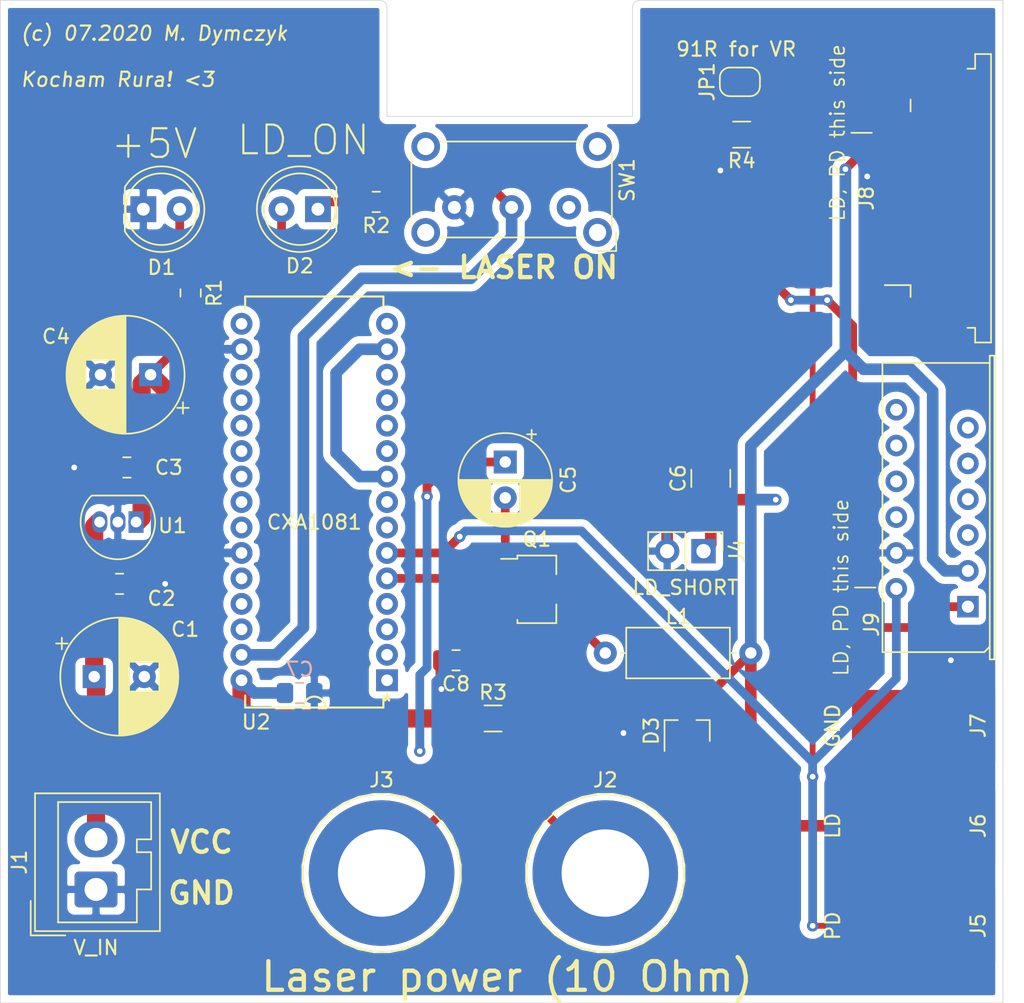
<source format=kicad_pcb>
(kicad_pcb (version 20171130) (host pcbnew 5.1.6-c6e7f7d~86~ubuntu18.04.1)

  (general
    (thickness 1.6)
    (drawings 18)
    (tracks 148)
    (zones 0)
    (modules 30)
    (nets 14)
  )

  (page A4)
  (layers
    (0 F.Cu signal)
    (31 B.Cu signal)
    (32 B.Adhes user hide)
    (33 F.Adhes user hide)
    (34 B.Paste user hide)
    (35 F.Paste user hide)
    (36 B.SilkS user)
    (37 F.SilkS user)
    (38 B.Mask user hide)
    (39 F.Mask user hide)
    (40 Dwgs.User user hide)
    (41 Cmts.User user hide)
    (42 Eco1.User user hide)
    (43 Eco2.User user hide)
    (44 Edge.Cuts user)
    (45 Margin user hide)
    (46 B.CrtYd user hide)
    (47 F.CrtYd user hide)
    (48 B.Fab user hide)
    (49 F.Fab user hide)
  )

  (setup
    (last_trace_width 0.25)
    (user_trace_width 0.4064)
    (user_trace_width 0.6096)
    (user_trace_width 0.8128)
    (user_trace_width 1.27)
    (trace_clearance 0.2)
    (zone_clearance 0.508)
    (zone_45_only no)
    (trace_min 0.2)
    (via_size 0.8)
    (via_drill 0.4)
    (via_min_size 0.4)
    (via_min_drill 0.3)
    (uvia_size 0.3)
    (uvia_drill 0.1)
    (uvias_allowed no)
    (uvia_min_size 0.2)
    (uvia_min_drill 0.1)
    (edge_width 0.05)
    (segment_width 0.2)
    (pcb_text_width 0.3)
    (pcb_text_size 1.5 1.5)
    (mod_edge_width 0.12)
    (mod_text_size 1 1)
    (mod_text_width 0.15)
    (pad_size 2.5 3)
    (pad_drill 1.6)
    (pad_to_mask_clearance 0.05)
    (aux_axis_origin 0 0)
    (visible_elements FFFFFF7F)
    (pcbplotparams
      (layerselection 0x010fc_ffffffff)
      (usegerberextensions false)
      (usegerberattributes true)
      (usegerberadvancedattributes true)
      (creategerberjobfile true)
      (excludeedgelayer true)
      (linewidth 0.100000)
      (plotframeref false)
      (viasonmask false)
      (mode 1)
      (useauxorigin false)
      (hpglpennumber 1)
      (hpglpenspeed 20)
      (hpglpendiameter 15.000000)
      (psnegative false)
      (psa4output false)
      (plotreference true)
      (plotvalue true)
      (plotinvisibletext false)
      (padsonsilk false)
      (subtractmaskfromsilk false)
      (outputformat 1)
      (mirror false)
      (drillshape 0)
      (scaleselection 1)
      (outputdirectory "laser_driver_gerber/"))
  )

  (net 0 "")
  (net 1 GND)
  (net 2 "Net-(C1-Pad1)")
  (net 3 +5V)
  (net 4 "Net-(C5-Pad2)")
  (net 5 "Net-(C6-Pad1)")
  (net 6 "Net-(D1-Pad2)")
  (net 7 "Net-(D2-Pad1)")
  (net 8 "Net-(J2-Pad1)")
  (net 9 "Net-(J5-Pad1)")
  (net 10 "Net-(J8-Pad12)")
  (net 11 "Net-(L1-Pad1)")
  (net 12 "Net-(R2-Pad1)")
  (net 13 "Net-(U2-Pad14)")

  (net_class Default "This is the default net class."
    (clearance 0.2)
    (trace_width 0.25)
    (via_dia 0.8)
    (via_drill 0.4)
    (uvia_dia 0.3)
    (uvia_drill 0.1)
    (add_net +5V)
    (add_net GND)
    (add_net "Net-(C1-Pad1)")
    (add_net "Net-(C5-Pad2)")
    (add_net "Net-(C6-Pad1)")
    (add_net "Net-(D1-Pad2)")
    (add_net "Net-(D2-Pad1)")
    (add_net "Net-(J2-Pad1)")
    (add_net "Net-(J5-Pad1)")
    (add_net "Net-(J8-Pad12)")
    (add_net "Net-(L1-Pad1)")
    (add_net "Net-(R2-Pad1)")
    (add_net "Net-(U2-Pad14)")
  )

  (module Capacitor_SMD:C_0805_2012Metric_Pad1.15x1.40mm_HandSolder (layer B.Cu) (tedit 5B36C52B) (tstamp 5F012E30)
    (at 120.895 118.364 180)
    (descr "Capacitor SMD 0805 (2012 Metric), square (rectangular) end terminal, IPC_7351 nominal with elongated pad for handsoldering. (Body size source: https://docs.google.com/spreadsheets/d/1BsfQQcO9C6DZCsRaXUlFlo91Tg2WpOkGARC1WS5S8t0/edit?usp=sharing), generated with kicad-footprint-generator")
    (tags "capacitor handsolder")
    (path /5F0A8363)
    (attr smd)
    (fp_text reference C7 (at 0 1.65 180) (layer B.SilkS)
      (effects (font (size 1 1) (thickness 0.15)) (justify mirror))
    )
    (fp_text value 100n (at 0 -1.65 180) (layer B.Fab)
      (effects (font (size 1 1) (thickness 0.15)) (justify mirror))
    )
    (fp_line (start 1.85 -0.95) (end -1.85 -0.95) (layer B.CrtYd) (width 0.05))
    (fp_line (start 1.85 0.95) (end 1.85 -0.95) (layer B.CrtYd) (width 0.05))
    (fp_line (start -1.85 0.95) (end 1.85 0.95) (layer B.CrtYd) (width 0.05))
    (fp_line (start -1.85 -0.95) (end -1.85 0.95) (layer B.CrtYd) (width 0.05))
    (fp_line (start -0.261252 -0.71) (end 0.261252 -0.71) (layer B.SilkS) (width 0.12))
    (fp_line (start -0.261252 0.71) (end 0.261252 0.71) (layer B.SilkS) (width 0.12))
    (fp_line (start 1 -0.6) (end -1 -0.6) (layer B.Fab) (width 0.1))
    (fp_line (start 1 0.6) (end 1 -0.6) (layer B.Fab) (width 0.1))
    (fp_line (start -1 0.6) (end 1 0.6) (layer B.Fab) (width 0.1))
    (fp_line (start -1 -0.6) (end -1 0.6) (layer B.Fab) (width 0.1))
    (fp_text user %R (at 0 0 180) (layer B.Fab)
      (effects (font (size 0.5 0.5) (thickness 0.08)) (justify mirror))
    )
    (pad 2 smd roundrect (at 1.025 0 180) (size 1.15 1.4) (layers B.Cu B.Paste B.Mask) (roundrect_rratio 0.217391)
      (net 3 +5V))
    (pad 1 smd roundrect (at -1.025 0 180) (size 1.15 1.4) (layers B.Cu B.Paste B.Mask) (roundrect_rratio 0.217391)
      (net 1 GND))
    (model ${KISYS3DMOD}/Capacitor_SMD.3dshapes/C_0805_2012Metric.wrl
      (at (xyz 0 0 0))
      (scale (xyz 1 1 1))
      (rotate (xyz 0 0 0))
    )
  )

  (module Capacitor_THT:CP_Radial_D8.0mm_P3.50mm (layer F.Cu) (tedit 5AE50EF0) (tstamp 5F012CAF)
    (at 106.553 117.221)
    (descr "CP, Radial series, Radial, pin pitch=3.50mm, , diameter=8mm, Electrolytic Capacitor")
    (tags "CP Radial series Radial pin pitch 3.50mm  diameter 8mm Electrolytic Capacitor")
    (path /5EF82297)
    (fp_text reference C1 (at 6.35 -3.302) (layer F.SilkS)
      (effects (font (size 1 1) (thickness 0.15)))
    )
    (fp_text value 100u (at 1.75 5.25) (layer F.Fab)
      (effects (font (size 1 1) (thickness 0.15)))
    )
    (fp_line (start -2.259698 -2.715) (end -2.259698 -1.915) (layer F.SilkS) (width 0.12))
    (fp_line (start -2.659698 -2.315) (end -1.859698 -2.315) (layer F.SilkS) (width 0.12))
    (fp_line (start 5.831 -0.533) (end 5.831 0.533) (layer F.SilkS) (width 0.12))
    (fp_line (start 5.791 -0.768) (end 5.791 0.768) (layer F.SilkS) (width 0.12))
    (fp_line (start 5.751 -0.948) (end 5.751 0.948) (layer F.SilkS) (width 0.12))
    (fp_line (start 5.711 -1.098) (end 5.711 1.098) (layer F.SilkS) (width 0.12))
    (fp_line (start 5.671 -1.229) (end 5.671 1.229) (layer F.SilkS) (width 0.12))
    (fp_line (start 5.631 -1.346) (end 5.631 1.346) (layer F.SilkS) (width 0.12))
    (fp_line (start 5.591 -1.453) (end 5.591 1.453) (layer F.SilkS) (width 0.12))
    (fp_line (start 5.551 -1.552) (end 5.551 1.552) (layer F.SilkS) (width 0.12))
    (fp_line (start 5.511 -1.645) (end 5.511 1.645) (layer F.SilkS) (width 0.12))
    (fp_line (start 5.471 -1.731) (end 5.471 1.731) (layer F.SilkS) (width 0.12))
    (fp_line (start 5.431 -1.813) (end 5.431 1.813) (layer F.SilkS) (width 0.12))
    (fp_line (start 5.391 -1.89) (end 5.391 1.89) (layer F.SilkS) (width 0.12))
    (fp_line (start 5.351 -1.964) (end 5.351 1.964) (layer F.SilkS) (width 0.12))
    (fp_line (start 5.311 -2.034) (end 5.311 2.034) (layer F.SilkS) (width 0.12))
    (fp_line (start 5.271 -2.102) (end 5.271 2.102) (layer F.SilkS) (width 0.12))
    (fp_line (start 5.231 -2.166) (end 5.231 2.166) (layer F.SilkS) (width 0.12))
    (fp_line (start 5.191 -2.228) (end 5.191 2.228) (layer F.SilkS) (width 0.12))
    (fp_line (start 5.151 -2.287) (end 5.151 2.287) (layer F.SilkS) (width 0.12))
    (fp_line (start 5.111 -2.345) (end 5.111 2.345) (layer F.SilkS) (width 0.12))
    (fp_line (start 5.071 -2.4) (end 5.071 2.4) (layer F.SilkS) (width 0.12))
    (fp_line (start 5.031 -2.454) (end 5.031 2.454) (layer F.SilkS) (width 0.12))
    (fp_line (start 4.991 -2.505) (end 4.991 2.505) (layer F.SilkS) (width 0.12))
    (fp_line (start 4.951 -2.556) (end 4.951 2.556) (layer F.SilkS) (width 0.12))
    (fp_line (start 4.911 -2.604) (end 4.911 2.604) (layer F.SilkS) (width 0.12))
    (fp_line (start 4.871 -2.651) (end 4.871 2.651) (layer F.SilkS) (width 0.12))
    (fp_line (start 4.831 -2.697) (end 4.831 2.697) (layer F.SilkS) (width 0.12))
    (fp_line (start 4.791 -2.741) (end 4.791 2.741) (layer F.SilkS) (width 0.12))
    (fp_line (start 4.751 -2.784) (end 4.751 2.784) (layer F.SilkS) (width 0.12))
    (fp_line (start 4.711 -2.826) (end 4.711 2.826) (layer F.SilkS) (width 0.12))
    (fp_line (start 4.671 -2.867) (end 4.671 2.867) (layer F.SilkS) (width 0.12))
    (fp_line (start 4.631 -2.907) (end 4.631 2.907) (layer F.SilkS) (width 0.12))
    (fp_line (start 4.591 -2.945) (end 4.591 2.945) (layer F.SilkS) (width 0.12))
    (fp_line (start 4.551 -2.983) (end 4.551 2.983) (layer F.SilkS) (width 0.12))
    (fp_line (start 4.511 1.04) (end 4.511 3.019) (layer F.SilkS) (width 0.12))
    (fp_line (start 4.511 -3.019) (end 4.511 -1.04) (layer F.SilkS) (width 0.12))
    (fp_line (start 4.471 1.04) (end 4.471 3.055) (layer F.SilkS) (width 0.12))
    (fp_line (start 4.471 -3.055) (end 4.471 -1.04) (layer F.SilkS) (width 0.12))
    (fp_line (start 4.431 1.04) (end 4.431 3.09) (layer F.SilkS) (width 0.12))
    (fp_line (start 4.431 -3.09) (end 4.431 -1.04) (layer F.SilkS) (width 0.12))
    (fp_line (start 4.391 1.04) (end 4.391 3.124) (layer F.SilkS) (width 0.12))
    (fp_line (start 4.391 -3.124) (end 4.391 -1.04) (layer F.SilkS) (width 0.12))
    (fp_line (start 4.351 1.04) (end 4.351 3.156) (layer F.SilkS) (width 0.12))
    (fp_line (start 4.351 -3.156) (end 4.351 -1.04) (layer F.SilkS) (width 0.12))
    (fp_line (start 4.311 1.04) (end 4.311 3.189) (layer F.SilkS) (width 0.12))
    (fp_line (start 4.311 -3.189) (end 4.311 -1.04) (layer F.SilkS) (width 0.12))
    (fp_line (start 4.271 1.04) (end 4.271 3.22) (layer F.SilkS) (width 0.12))
    (fp_line (start 4.271 -3.22) (end 4.271 -1.04) (layer F.SilkS) (width 0.12))
    (fp_line (start 4.231 1.04) (end 4.231 3.25) (layer F.SilkS) (width 0.12))
    (fp_line (start 4.231 -3.25) (end 4.231 -1.04) (layer F.SilkS) (width 0.12))
    (fp_line (start 4.191 1.04) (end 4.191 3.28) (layer F.SilkS) (width 0.12))
    (fp_line (start 4.191 -3.28) (end 4.191 -1.04) (layer F.SilkS) (width 0.12))
    (fp_line (start 4.151 1.04) (end 4.151 3.309) (layer F.SilkS) (width 0.12))
    (fp_line (start 4.151 -3.309) (end 4.151 -1.04) (layer F.SilkS) (width 0.12))
    (fp_line (start 4.111 1.04) (end 4.111 3.338) (layer F.SilkS) (width 0.12))
    (fp_line (start 4.111 -3.338) (end 4.111 -1.04) (layer F.SilkS) (width 0.12))
    (fp_line (start 4.071 1.04) (end 4.071 3.365) (layer F.SilkS) (width 0.12))
    (fp_line (start 4.071 -3.365) (end 4.071 -1.04) (layer F.SilkS) (width 0.12))
    (fp_line (start 4.031 1.04) (end 4.031 3.392) (layer F.SilkS) (width 0.12))
    (fp_line (start 4.031 -3.392) (end 4.031 -1.04) (layer F.SilkS) (width 0.12))
    (fp_line (start 3.991 1.04) (end 3.991 3.418) (layer F.SilkS) (width 0.12))
    (fp_line (start 3.991 -3.418) (end 3.991 -1.04) (layer F.SilkS) (width 0.12))
    (fp_line (start 3.951 1.04) (end 3.951 3.444) (layer F.SilkS) (width 0.12))
    (fp_line (start 3.951 -3.444) (end 3.951 -1.04) (layer F.SilkS) (width 0.12))
    (fp_line (start 3.911 1.04) (end 3.911 3.469) (layer F.SilkS) (width 0.12))
    (fp_line (start 3.911 -3.469) (end 3.911 -1.04) (layer F.SilkS) (width 0.12))
    (fp_line (start 3.871 1.04) (end 3.871 3.493) (layer F.SilkS) (width 0.12))
    (fp_line (start 3.871 -3.493) (end 3.871 -1.04) (layer F.SilkS) (width 0.12))
    (fp_line (start 3.831 1.04) (end 3.831 3.517) (layer F.SilkS) (width 0.12))
    (fp_line (start 3.831 -3.517) (end 3.831 -1.04) (layer F.SilkS) (width 0.12))
    (fp_line (start 3.791 1.04) (end 3.791 3.54) (layer F.SilkS) (width 0.12))
    (fp_line (start 3.791 -3.54) (end 3.791 -1.04) (layer F.SilkS) (width 0.12))
    (fp_line (start 3.751 1.04) (end 3.751 3.562) (layer F.SilkS) (width 0.12))
    (fp_line (start 3.751 -3.562) (end 3.751 -1.04) (layer F.SilkS) (width 0.12))
    (fp_line (start 3.711 1.04) (end 3.711 3.584) (layer F.SilkS) (width 0.12))
    (fp_line (start 3.711 -3.584) (end 3.711 -1.04) (layer F.SilkS) (width 0.12))
    (fp_line (start 3.671 1.04) (end 3.671 3.606) (layer F.SilkS) (width 0.12))
    (fp_line (start 3.671 -3.606) (end 3.671 -1.04) (layer F.SilkS) (width 0.12))
    (fp_line (start 3.631 1.04) (end 3.631 3.627) (layer F.SilkS) (width 0.12))
    (fp_line (start 3.631 -3.627) (end 3.631 -1.04) (layer F.SilkS) (width 0.12))
    (fp_line (start 3.591 1.04) (end 3.591 3.647) (layer F.SilkS) (width 0.12))
    (fp_line (start 3.591 -3.647) (end 3.591 -1.04) (layer F.SilkS) (width 0.12))
    (fp_line (start 3.551 1.04) (end 3.551 3.666) (layer F.SilkS) (width 0.12))
    (fp_line (start 3.551 -3.666) (end 3.551 -1.04) (layer F.SilkS) (width 0.12))
    (fp_line (start 3.511 1.04) (end 3.511 3.686) (layer F.SilkS) (width 0.12))
    (fp_line (start 3.511 -3.686) (end 3.511 -1.04) (layer F.SilkS) (width 0.12))
    (fp_line (start 3.471 1.04) (end 3.471 3.704) (layer F.SilkS) (width 0.12))
    (fp_line (start 3.471 -3.704) (end 3.471 -1.04) (layer F.SilkS) (width 0.12))
    (fp_line (start 3.431 1.04) (end 3.431 3.722) (layer F.SilkS) (width 0.12))
    (fp_line (start 3.431 -3.722) (end 3.431 -1.04) (layer F.SilkS) (width 0.12))
    (fp_line (start 3.391 1.04) (end 3.391 3.74) (layer F.SilkS) (width 0.12))
    (fp_line (start 3.391 -3.74) (end 3.391 -1.04) (layer F.SilkS) (width 0.12))
    (fp_line (start 3.351 1.04) (end 3.351 3.757) (layer F.SilkS) (width 0.12))
    (fp_line (start 3.351 -3.757) (end 3.351 -1.04) (layer F.SilkS) (width 0.12))
    (fp_line (start 3.311 1.04) (end 3.311 3.774) (layer F.SilkS) (width 0.12))
    (fp_line (start 3.311 -3.774) (end 3.311 -1.04) (layer F.SilkS) (width 0.12))
    (fp_line (start 3.271 1.04) (end 3.271 3.79) (layer F.SilkS) (width 0.12))
    (fp_line (start 3.271 -3.79) (end 3.271 -1.04) (layer F.SilkS) (width 0.12))
    (fp_line (start 3.231 1.04) (end 3.231 3.805) (layer F.SilkS) (width 0.12))
    (fp_line (start 3.231 -3.805) (end 3.231 -1.04) (layer F.SilkS) (width 0.12))
    (fp_line (start 3.191 1.04) (end 3.191 3.821) (layer F.SilkS) (width 0.12))
    (fp_line (start 3.191 -3.821) (end 3.191 -1.04) (layer F.SilkS) (width 0.12))
    (fp_line (start 3.151 1.04) (end 3.151 3.835) (layer F.SilkS) (width 0.12))
    (fp_line (start 3.151 -3.835) (end 3.151 -1.04) (layer F.SilkS) (width 0.12))
    (fp_line (start 3.111 1.04) (end 3.111 3.85) (layer F.SilkS) (width 0.12))
    (fp_line (start 3.111 -3.85) (end 3.111 -1.04) (layer F.SilkS) (width 0.12))
    (fp_line (start 3.071 1.04) (end 3.071 3.863) (layer F.SilkS) (width 0.12))
    (fp_line (start 3.071 -3.863) (end 3.071 -1.04) (layer F.SilkS) (width 0.12))
    (fp_line (start 3.031 1.04) (end 3.031 3.877) (layer F.SilkS) (width 0.12))
    (fp_line (start 3.031 -3.877) (end 3.031 -1.04) (layer F.SilkS) (width 0.12))
    (fp_line (start 2.991 1.04) (end 2.991 3.889) (layer F.SilkS) (width 0.12))
    (fp_line (start 2.991 -3.889) (end 2.991 -1.04) (layer F.SilkS) (width 0.12))
    (fp_line (start 2.951 1.04) (end 2.951 3.902) (layer F.SilkS) (width 0.12))
    (fp_line (start 2.951 -3.902) (end 2.951 -1.04) (layer F.SilkS) (width 0.12))
    (fp_line (start 2.911 1.04) (end 2.911 3.914) (layer F.SilkS) (width 0.12))
    (fp_line (start 2.911 -3.914) (end 2.911 -1.04) (layer F.SilkS) (width 0.12))
    (fp_line (start 2.871 1.04) (end 2.871 3.925) (layer F.SilkS) (width 0.12))
    (fp_line (start 2.871 -3.925) (end 2.871 -1.04) (layer F.SilkS) (width 0.12))
    (fp_line (start 2.831 1.04) (end 2.831 3.936) (layer F.SilkS) (width 0.12))
    (fp_line (start 2.831 -3.936) (end 2.831 -1.04) (layer F.SilkS) (width 0.12))
    (fp_line (start 2.791 1.04) (end 2.791 3.947) (layer F.SilkS) (width 0.12))
    (fp_line (start 2.791 -3.947) (end 2.791 -1.04) (layer F.SilkS) (width 0.12))
    (fp_line (start 2.751 1.04) (end 2.751 3.957) (layer F.SilkS) (width 0.12))
    (fp_line (start 2.751 -3.957) (end 2.751 -1.04) (layer F.SilkS) (width 0.12))
    (fp_line (start 2.711 1.04) (end 2.711 3.967) (layer F.SilkS) (width 0.12))
    (fp_line (start 2.711 -3.967) (end 2.711 -1.04) (layer F.SilkS) (width 0.12))
    (fp_line (start 2.671 1.04) (end 2.671 3.976) (layer F.SilkS) (width 0.12))
    (fp_line (start 2.671 -3.976) (end 2.671 -1.04) (layer F.SilkS) (width 0.12))
    (fp_line (start 2.631 1.04) (end 2.631 3.985) (layer F.SilkS) (width 0.12))
    (fp_line (start 2.631 -3.985) (end 2.631 -1.04) (layer F.SilkS) (width 0.12))
    (fp_line (start 2.591 1.04) (end 2.591 3.994) (layer F.SilkS) (width 0.12))
    (fp_line (start 2.591 -3.994) (end 2.591 -1.04) (layer F.SilkS) (width 0.12))
    (fp_line (start 2.551 1.04) (end 2.551 4.002) (layer F.SilkS) (width 0.12))
    (fp_line (start 2.551 -4.002) (end 2.551 -1.04) (layer F.SilkS) (width 0.12))
    (fp_line (start 2.511 1.04) (end 2.511 4.01) (layer F.SilkS) (width 0.12))
    (fp_line (start 2.511 -4.01) (end 2.511 -1.04) (layer F.SilkS) (width 0.12))
    (fp_line (start 2.471 1.04) (end 2.471 4.017) (layer F.SilkS) (width 0.12))
    (fp_line (start 2.471 -4.017) (end 2.471 -1.04) (layer F.SilkS) (width 0.12))
    (fp_line (start 2.43 -4.024) (end 2.43 4.024) (layer F.SilkS) (width 0.12))
    (fp_line (start 2.39 -4.03) (end 2.39 4.03) (layer F.SilkS) (width 0.12))
    (fp_line (start 2.35 -4.037) (end 2.35 4.037) (layer F.SilkS) (width 0.12))
    (fp_line (start 2.31 -4.042) (end 2.31 4.042) (layer F.SilkS) (width 0.12))
    (fp_line (start 2.27 -4.048) (end 2.27 4.048) (layer F.SilkS) (width 0.12))
    (fp_line (start 2.23 -4.052) (end 2.23 4.052) (layer F.SilkS) (width 0.12))
    (fp_line (start 2.19 -4.057) (end 2.19 4.057) (layer F.SilkS) (width 0.12))
    (fp_line (start 2.15 -4.061) (end 2.15 4.061) (layer F.SilkS) (width 0.12))
    (fp_line (start 2.11 -4.065) (end 2.11 4.065) (layer F.SilkS) (width 0.12))
    (fp_line (start 2.07 -4.068) (end 2.07 4.068) (layer F.SilkS) (width 0.12))
    (fp_line (start 2.03 -4.071) (end 2.03 4.071) (layer F.SilkS) (width 0.12))
    (fp_line (start 1.99 -4.074) (end 1.99 4.074) (layer F.SilkS) (width 0.12))
    (fp_line (start 1.95 -4.076) (end 1.95 4.076) (layer F.SilkS) (width 0.12))
    (fp_line (start 1.91 -4.077) (end 1.91 4.077) (layer F.SilkS) (width 0.12))
    (fp_line (start 1.87 -4.079) (end 1.87 4.079) (layer F.SilkS) (width 0.12))
    (fp_line (start 1.83 -4.08) (end 1.83 4.08) (layer F.SilkS) (width 0.12))
    (fp_line (start 1.79 -4.08) (end 1.79 4.08) (layer F.SilkS) (width 0.12))
    (fp_line (start 1.75 -4.08) (end 1.75 4.08) (layer F.SilkS) (width 0.12))
    (fp_line (start -1.276759 -2.1475) (end -1.276759 -1.3475) (layer F.Fab) (width 0.1))
    (fp_line (start -1.676759 -1.7475) (end -0.876759 -1.7475) (layer F.Fab) (width 0.1))
    (fp_circle (center 1.75 0) (end 6 0) (layer F.CrtYd) (width 0.05))
    (fp_circle (center 1.75 0) (end 5.87 0) (layer F.SilkS) (width 0.12))
    (fp_circle (center 1.75 0) (end 5.75 0) (layer F.Fab) (width 0.1))
    (fp_text user %R (at 1.75 0) (layer F.Fab)
      (effects (font (size 1 1) (thickness 0.15)))
    )
    (pad 2 thru_hole circle (at 3.5 0) (size 1.6 1.6) (drill 0.8) (layers *.Cu *.Mask)
      (net 1 GND))
    (pad 1 thru_hole rect (at 0 0) (size 1.6 1.6) (drill 0.8) (layers *.Cu *.Mask)
      (net 2 "Net-(C1-Pad1)"))
    (model ${KISYS3DMOD}/Capacitor_THT.3dshapes/CP_Radial_D8.0mm_P3.50mm.wrl
      (at (xyz 0 0 0))
      (scale (xyz 1 1 1))
      (rotate (xyz 0 0 0))
    )
  )

  (module Capacitor_SMD:C_0805_2012Metric_Pad1.15x1.40mm_HandSolder (layer F.Cu) (tedit 5B36C52B) (tstamp 5F012CC0)
    (at 108.322 110.744)
    (descr "Capacitor SMD 0805 (2012 Metric), square (rectangular) end terminal, IPC_7351 nominal with elongated pad for handsoldering. (Body size source: https://docs.google.com/spreadsheets/d/1BsfQQcO9C6DZCsRaXUlFlo91Tg2WpOkGARC1WS5S8t0/edit?usp=sharing), generated with kicad-footprint-generator")
    (tags "capacitor handsolder")
    (path /5EF80FC0)
    (attr smd)
    (fp_text reference C2 (at 2.93 1.016) (layer F.SilkS)
      (effects (font (size 1 1) (thickness 0.15)))
    )
    (fp_text value 100n (at 0 1.65) (layer F.Fab)
      (effects (font (size 1 1) (thickness 0.15)))
    )
    (fp_line (start 1.85 0.95) (end -1.85 0.95) (layer F.CrtYd) (width 0.05))
    (fp_line (start 1.85 -0.95) (end 1.85 0.95) (layer F.CrtYd) (width 0.05))
    (fp_line (start -1.85 -0.95) (end 1.85 -0.95) (layer F.CrtYd) (width 0.05))
    (fp_line (start -1.85 0.95) (end -1.85 -0.95) (layer F.CrtYd) (width 0.05))
    (fp_line (start -0.261252 0.71) (end 0.261252 0.71) (layer F.SilkS) (width 0.12))
    (fp_line (start -0.261252 -0.71) (end 0.261252 -0.71) (layer F.SilkS) (width 0.12))
    (fp_line (start 1 0.6) (end -1 0.6) (layer F.Fab) (width 0.1))
    (fp_line (start 1 -0.6) (end 1 0.6) (layer F.Fab) (width 0.1))
    (fp_line (start -1 -0.6) (end 1 -0.6) (layer F.Fab) (width 0.1))
    (fp_line (start -1 0.6) (end -1 -0.6) (layer F.Fab) (width 0.1))
    (fp_text user %R (at 0 0) (layer F.Fab)
      (effects (font (size 0.5 0.5) (thickness 0.08)))
    )
    (pad 2 smd roundrect (at 1.025 0) (size 1.15 1.4) (layers F.Cu F.Paste F.Mask) (roundrect_rratio 0.217391)
      (net 1 GND))
    (pad 1 smd roundrect (at -1.025 0) (size 1.15 1.4) (layers F.Cu F.Paste F.Mask) (roundrect_rratio 0.217391)
      (net 2 "Net-(C1-Pad1)"))
    (model ${KISYS3DMOD}/Capacitor_SMD.3dshapes/C_0805_2012Metric.wrl
      (at (xyz 0 0 0))
      (scale (xyz 1 1 1))
      (rotate (xyz 0 0 0))
    )
  )

  (module Capacitor_SMD:C_0805_2012Metric_Pad1.15x1.40mm_HandSolder (layer F.Cu) (tedit 5B36C52B) (tstamp 5F012CD1)
    (at 108.839 102.616 180)
    (descr "Capacitor SMD 0805 (2012 Metric), square (rectangular) end terminal, IPC_7351 nominal with elongated pad for handsoldering. (Body size source: https://docs.google.com/spreadsheets/d/1BsfQQcO9C6DZCsRaXUlFlo91Tg2WpOkGARC1WS5S8t0/edit?usp=sharing), generated with kicad-footprint-generator")
    (tags "capacitor handsolder")
    (path /5EF818F8)
    (attr smd)
    (fp_text reference C3 (at -2.921 0) (layer F.SilkS)
      (effects (font (size 1 1) (thickness 0.15)))
    )
    (fp_text value 100n (at 0 1.65) (layer F.Fab)
      (effects (font (size 1 1) (thickness 0.15)))
    )
    (fp_line (start 1.85 0.95) (end -1.85 0.95) (layer F.CrtYd) (width 0.05))
    (fp_line (start 1.85 -0.95) (end 1.85 0.95) (layer F.CrtYd) (width 0.05))
    (fp_line (start -1.85 -0.95) (end 1.85 -0.95) (layer F.CrtYd) (width 0.05))
    (fp_line (start -1.85 0.95) (end -1.85 -0.95) (layer F.CrtYd) (width 0.05))
    (fp_line (start -0.261252 0.71) (end 0.261252 0.71) (layer F.SilkS) (width 0.12))
    (fp_line (start -0.261252 -0.71) (end 0.261252 -0.71) (layer F.SilkS) (width 0.12))
    (fp_line (start 1 0.6) (end -1 0.6) (layer F.Fab) (width 0.1))
    (fp_line (start 1 -0.6) (end 1 0.6) (layer F.Fab) (width 0.1))
    (fp_line (start -1 -0.6) (end 1 -0.6) (layer F.Fab) (width 0.1))
    (fp_line (start -1 0.6) (end -1 -0.6) (layer F.Fab) (width 0.1))
    (fp_text user %R (at 0 0) (layer F.Fab)
      (effects (font (size 0.5 0.5) (thickness 0.08)))
    )
    (pad 2 smd roundrect (at 1.025 0 180) (size 1.15 1.4) (layers F.Cu F.Paste F.Mask) (roundrect_rratio 0.217391)
      (net 1 GND))
    (pad 1 smd roundrect (at -1.025 0 180) (size 1.15 1.4) (layers F.Cu F.Paste F.Mask) (roundrect_rratio 0.217391)
      (net 3 +5V))
    (model ${KISYS3DMOD}/Capacitor_SMD.3dshapes/C_0805_2012Metric.wrl
      (at (xyz 0 0 0))
      (scale (xyz 1 1 1))
      (rotate (xyz 0 0 0))
    )
  )

  (module Capacitor_THT:CP_Radial_D8.0mm_P3.50mm (layer F.Cu) (tedit 5AE50EF0) (tstamp 5F012D7A)
    (at 110.49 96.139 180)
    (descr "CP, Radial series, Radial, pin pitch=3.50mm, , diameter=8mm, Electrolytic Capacitor")
    (tags "CP Radial series Radial pin pitch 3.50mm  diameter 8mm Electrolytic Capacitor")
    (path /5EF82C50)
    (fp_text reference C4 (at 6.604 2.667) (layer F.SilkS)
      (effects (font (size 1 1) (thickness 0.15)))
    )
    (fp_text value 100u (at 1.75 5.25) (layer F.Fab)
      (effects (font (size 1 1) (thickness 0.15)))
    )
    (fp_line (start -2.259698 -2.715) (end -2.259698 -1.915) (layer F.SilkS) (width 0.12))
    (fp_line (start -2.659698 -2.315) (end -1.859698 -2.315) (layer F.SilkS) (width 0.12))
    (fp_line (start 5.831 -0.533) (end 5.831 0.533) (layer F.SilkS) (width 0.12))
    (fp_line (start 5.791 -0.768) (end 5.791 0.768) (layer F.SilkS) (width 0.12))
    (fp_line (start 5.751 -0.948) (end 5.751 0.948) (layer F.SilkS) (width 0.12))
    (fp_line (start 5.711 -1.098) (end 5.711 1.098) (layer F.SilkS) (width 0.12))
    (fp_line (start 5.671 -1.229) (end 5.671 1.229) (layer F.SilkS) (width 0.12))
    (fp_line (start 5.631 -1.346) (end 5.631 1.346) (layer F.SilkS) (width 0.12))
    (fp_line (start 5.591 -1.453) (end 5.591 1.453) (layer F.SilkS) (width 0.12))
    (fp_line (start 5.551 -1.552) (end 5.551 1.552) (layer F.SilkS) (width 0.12))
    (fp_line (start 5.511 -1.645) (end 5.511 1.645) (layer F.SilkS) (width 0.12))
    (fp_line (start 5.471 -1.731) (end 5.471 1.731) (layer F.SilkS) (width 0.12))
    (fp_line (start 5.431 -1.813) (end 5.431 1.813) (layer F.SilkS) (width 0.12))
    (fp_line (start 5.391 -1.89) (end 5.391 1.89) (layer F.SilkS) (width 0.12))
    (fp_line (start 5.351 -1.964) (end 5.351 1.964) (layer F.SilkS) (width 0.12))
    (fp_line (start 5.311 -2.034) (end 5.311 2.034) (layer F.SilkS) (width 0.12))
    (fp_line (start 5.271 -2.102) (end 5.271 2.102) (layer F.SilkS) (width 0.12))
    (fp_line (start 5.231 -2.166) (end 5.231 2.166) (layer F.SilkS) (width 0.12))
    (fp_line (start 5.191 -2.228) (end 5.191 2.228) (layer F.SilkS) (width 0.12))
    (fp_line (start 5.151 -2.287) (end 5.151 2.287) (layer F.SilkS) (width 0.12))
    (fp_line (start 5.111 -2.345) (end 5.111 2.345) (layer F.SilkS) (width 0.12))
    (fp_line (start 5.071 -2.4) (end 5.071 2.4) (layer F.SilkS) (width 0.12))
    (fp_line (start 5.031 -2.454) (end 5.031 2.454) (layer F.SilkS) (width 0.12))
    (fp_line (start 4.991 -2.505) (end 4.991 2.505) (layer F.SilkS) (width 0.12))
    (fp_line (start 4.951 -2.556) (end 4.951 2.556) (layer F.SilkS) (width 0.12))
    (fp_line (start 4.911 -2.604) (end 4.911 2.604) (layer F.SilkS) (width 0.12))
    (fp_line (start 4.871 -2.651) (end 4.871 2.651) (layer F.SilkS) (width 0.12))
    (fp_line (start 4.831 -2.697) (end 4.831 2.697) (layer F.SilkS) (width 0.12))
    (fp_line (start 4.791 -2.741) (end 4.791 2.741) (layer F.SilkS) (width 0.12))
    (fp_line (start 4.751 -2.784) (end 4.751 2.784) (layer F.SilkS) (width 0.12))
    (fp_line (start 4.711 -2.826) (end 4.711 2.826) (layer F.SilkS) (width 0.12))
    (fp_line (start 4.671 -2.867) (end 4.671 2.867) (layer F.SilkS) (width 0.12))
    (fp_line (start 4.631 -2.907) (end 4.631 2.907) (layer F.SilkS) (width 0.12))
    (fp_line (start 4.591 -2.945) (end 4.591 2.945) (layer F.SilkS) (width 0.12))
    (fp_line (start 4.551 -2.983) (end 4.551 2.983) (layer F.SilkS) (width 0.12))
    (fp_line (start 4.511 1.04) (end 4.511 3.019) (layer F.SilkS) (width 0.12))
    (fp_line (start 4.511 -3.019) (end 4.511 -1.04) (layer F.SilkS) (width 0.12))
    (fp_line (start 4.471 1.04) (end 4.471 3.055) (layer F.SilkS) (width 0.12))
    (fp_line (start 4.471 -3.055) (end 4.471 -1.04) (layer F.SilkS) (width 0.12))
    (fp_line (start 4.431 1.04) (end 4.431 3.09) (layer F.SilkS) (width 0.12))
    (fp_line (start 4.431 -3.09) (end 4.431 -1.04) (layer F.SilkS) (width 0.12))
    (fp_line (start 4.391 1.04) (end 4.391 3.124) (layer F.SilkS) (width 0.12))
    (fp_line (start 4.391 -3.124) (end 4.391 -1.04) (layer F.SilkS) (width 0.12))
    (fp_line (start 4.351 1.04) (end 4.351 3.156) (layer F.SilkS) (width 0.12))
    (fp_line (start 4.351 -3.156) (end 4.351 -1.04) (layer F.SilkS) (width 0.12))
    (fp_line (start 4.311 1.04) (end 4.311 3.189) (layer F.SilkS) (width 0.12))
    (fp_line (start 4.311 -3.189) (end 4.311 -1.04) (layer F.SilkS) (width 0.12))
    (fp_line (start 4.271 1.04) (end 4.271 3.22) (layer F.SilkS) (width 0.12))
    (fp_line (start 4.271 -3.22) (end 4.271 -1.04) (layer F.SilkS) (width 0.12))
    (fp_line (start 4.231 1.04) (end 4.231 3.25) (layer F.SilkS) (width 0.12))
    (fp_line (start 4.231 -3.25) (end 4.231 -1.04) (layer F.SilkS) (width 0.12))
    (fp_line (start 4.191 1.04) (end 4.191 3.28) (layer F.SilkS) (width 0.12))
    (fp_line (start 4.191 -3.28) (end 4.191 -1.04) (layer F.SilkS) (width 0.12))
    (fp_line (start 4.151 1.04) (end 4.151 3.309) (layer F.SilkS) (width 0.12))
    (fp_line (start 4.151 -3.309) (end 4.151 -1.04) (layer F.SilkS) (width 0.12))
    (fp_line (start 4.111 1.04) (end 4.111 3.338) (layer F.SilkS) (width 0.12))
    (fp_line (start 4.111 -3.338) (end 4.111 -1.04) (layer F.SilkS) (width 0.12))
    (fp_line (start 4.071 1.04) (end 4.071 3.365) (layer F.SilkS) (width 0.12))
    (fp_line (start 4.071 -3.365) (end 4.071 -1.04) (layer F.SilkS) (width 0.12))
    (fp_line (start 4.031 1.04) (end 4.031 3.392) (layer F.SilkS) (width 0.12))
    (fp_line (start 4.031 -3.392) (end 4.031 -1.04) (layer F.SilkS) (width 0.12))
    (fp_line (start 3.991 1.04) (end 3.991 3.418) (layer F.SilkS) (width 0.12))
    (fp_line (start 3.991 -3.418) (end 3.991 -1.04) (layer F.SilkS) (width 0.12))
    (fp_line (start 3.951 1.04) (end 3.951 3.444) (layer F.SilkS) (width 0.12))
    (fp_line (start 3.951 -3.444) (end 3.951 -1.04) (layer F.SilkS) (width 0.12))
    (fp_line (start 3.911 1.04) (end 3.911 3.469) (layer F.SilkS) (width 0.12))
    (fp_line (start 3.911 -3.469) (end 3.911 -1.04) (layer F.SilkS) (width 0.12))
    (fp_line (start 3.871 1.04) (end 3.871 3.493) (layer F.SilkS) (width 0.12))
    (fp_line (start 3.871 -3.493) (end 3.871 -1.04) (layer F.SilkS) (width 0.12))
    (fp_line (start 3.831 1.04) (end 3.831 3.517) (layer F.SilkS) (width 0.12))
    (fp_line (start 3.831 -3.517) (end 3.831 -1.04) (layer F.SilkS) (width 0.12))
    (fp_line (start 3.791 1.04) (end 3.791 3.54) (layer F.SilkS) (width 0.12))
    (fp_line (start 3.791 -3.54) (end 3.791 -1.04) (layer F.SilkS) (width 0.12))
    (fp_line (start 3.751 1.04) (end 3.751 3.562) (layer F.SilkS) (width 0.12))
    (fp_line (start 3.751 -3.562) (end 3.751 -1.04) (layer F.SilkS) (width 0.12))
    (fp_line (start 3.711 1.04) (end 3.711 3.584) (layer F.SilkS) (width 0.12))
    (fp_line (start 3.711 -3.584) (end 3.711 -1.04) (layer F.SilkS) (width 0.12))
    (fp_line (start 3.671 1.04) (end 3.671 3.606) (layer F.SilkS) (width 0.12))
    (fp_line (start 3.671 -3.606) (end 3.671 -1.04) (layer F.SilkS) (width 0.12))
    (fp_line (start 3.631 1.04) (end 3.631 3.627) (layer F.SilkS) (width 0.12))
    (fp_line (start 3.631 -3.627) (end 3.631 -1.04) (layer F.SilkS) (width 0.12))
    (fp_line (start 3.591 1.04) (end 3.591 3.647) (layer F.SilkS) (width 0.12))
    (fp_line (start 3.591 -3.647) (end 3.591 -1.04) (layer F.SilkS) (width 0.12))
    (fp_line (start 3.551 1.04) (end 3.551 3.666) (layer F.SilkS) (width 0.12))
    (fp_line (start 3.551 -3.666) (end 3.551 -1.04) (layer F.SilkS) (width 0.12))
    (fp_line (start 3.511 1.04) (end 3.511 3.686) (layer F.SilkS) (width 0.12))
    (fp_line (start 3.511 -3.686) (end 3.511 -1.04) (layer F.SilkS) (width 0.12))
    (fp_line (start 3.471 1.04) (end 3.471 3.704) (layer F.SilkS) (width 0.12))
    (fp_line (start 3.471 -3.704) (end 3.471 -1.04) (layer F.SilkS) (width 0.12))
    (fp_line (start 3.431 1.04) (end 3.431 3.722) (layer F.SilkS) (width 0.12))
    (fp_line (start 3.431 -3.722) (end 3.431 -1.04) (layer F.SilkS) (width 0.12))
    (fp_line (start 3.391 1.04) (end 3.391 3.74) (layer F.SilkS) (width 0.12))
    (fp_line (start 3.391 -3.74) (end 3.391 -1.04) (layer F.SilkS) (width 0.12))
    (fp_line (start 3.351 1.04) (end 3.351 3.757) (layer F.SilkS) (width 0.12))
    (fp_line (start 3.351 -3.757) (end 3.351 -1.04) (layer F.SilkS) (width 0.12))
    (fp_line (start 3.311 1.04) (end 3.311 3.774) (layer F.SilkS) (width 0.12))
    (fp_line (start 3.311 -3.774) (end 3.311 -1.04) (layer F.SilkS) (width 0.12))
    (fp_line (start 3.271 1.04) (end 3.271 3.79) (layer F.SilkS) (width 0.12))
    (fp_line (start 3.271 -3.79) (end 3.271 -1.04) (layer F.SilkS) (width 0.12))
    (fp_line (start 3.231 1.04) (end 3.231 3.805) (layer F.SilkS) (width 0.12))
    (fp_line (start 3.231 -3.805) (end 3.231 -1.04) (layer F.SilkS) (width 0.12))
    (fp_line (start 3.191 1.04) (end 3.191 3.821) (layer F.SilkS) (width 0.12))
    (fp_line (start 3.191 -3.821) (end 3.191 -1.04) (layer F.SilkS) (width 0.12))
    (fp_line (start 3.151 1.04) (end 3.151 3.835) (layer F.SilkS) (width 0.12))
    (fp_line (start 3.151 -3.835) (end 3.151 -1.04) (layer F.SilkS) (width 0.12))
    (fp_line (start 3.111 1.04) (end 3.111 3.85) (layer F.SilkS) (width 0.12))
    (fp_line (start 3.111 -3.85) (end 3.111 -1.04) (layer F.SilkS) (width 0.12))
    (fp_line (start 3.071 1.04) (end 3.071 3.863) (layer F.SilkS) (width 0.12))
    (fp_line (start 3.071 -3.863) (end 3.071 -1.04) (layer F.SilkS) (width 0.12))
    (fp_line (start 3.031 1.04) (end 3.031 3.877) (layer F.SilkS) (width 0.12))
    (fp_line (start 3.031 -3.877) (end 3.031 -1.04) (layer F.SilkS) (width 0.12))
    (fp_line (start 2.991 1.04) (end 2.991 3.889) (layer F.SilkS) (width 0.12))
    (fp_line (start 2.991 -3.889) (end 2.991 -1.04) (layer F.SilkS) (width 0.12))
    (fp_line (start 2.951 1.04) (end 2.951 3.902) (layer F.SilkS) (width 0.12))
    (fp_line (start 2.951 -3.902) (end 2.951 -1.04) (layer F.SilkS) (width 0.12))
    (fp_line (start 2.911 1.04) (end 2.911 3.914) (layer F.SilkS) (width 0.12))
    (fp_line (start 2.911 -3.914) (end 2.911 -1.04) (layer F.SilkS) (width 0.12))
    (fp_line (start 2.871 1.04) (end 2.871 3.925) (layer F.SilkS) (width 0.12))
    (fp_line (start 2.871 -3.925) (end 2.871 -1.04) (layer F.SilkS) (width 0.12))
    (fp_line (start 2.831 1.04) (end 2.831 3.936) (layer F.SilkS) (width 0.12))
    (fp_line (start 2.831 -3.936) (end 2.831 -1.04) (layer F.SilkS) (width 0.12))
    (fp_line (start 2.791 1.04) (end 2.791 3.947) (layer F.SilkS) (width 0.12))
    (fp_line (start 2.791 -3.947) (end 2.791 -1.04) (layer F.SilkS) (width 0.12))
    (fp_line (start 2.751 1.04) (end 2.751 3.957) (layer F.SilkS) (width 0.12))
    (fp_line (start 2.751 -3.957) (end 2.751 -1.04) (layer F.SilkS) (width 0.12))
    (fp_line (start 2.711 1.04) (end 2.711 3.967) (layer F.SilkS) (width 0.12))
    (fp_line (start 2.711 -3.967) (end 2.711 -1.04) (layer F.SilkS) (width 0.12))
    (fp_line (start 2.671 1.04) (end 2.671 3.976) (layer F.SilkS) (width 0.12))
    (fp_line (start 2.671 -3.976) (end 2.671 -1.04) (layer F.SilkS) (width 0.12))
    (fp_line (start 2.631 1.04) (end 2.631 3.985) (layer F.SilkS) (width 0.12))
    (fp_line (start 2.631 -3.985) (end 2.631 -1.04) (layer F.SilkS) (width 0.12))
    (fp_line (start 2.591 1.04) (end 2.591 3.994) (layer F.SilkS) (width 0.12))
    (fp_line (start 2.591 -3.994) (end 2.591 -1.04) (layer F.SilkS) (width 0.12))
    (fp_line (start 2.551 1.04) (end 2.551 4.002) (layer F.SilkS) (width 0.12))
    (fp_line (start 2.551 -4.002) (end 2.551 -1.04) (layer F.SilkS) (width 0.12))
    (fp_line (start 2.511 1.04) (end 2.511 4.01) (layer F.SilkS) (width 0.12))
    (fp_line (start 2.511 -4.01) (end 2.511 -1.04) (layer F.SilkS) (width 0.12))
    (fp_line (start 2.471 1.04) (end 2.471 4.017) (layer F.SilkS) (width 0.12))
    (fp_line (start 2.471 -4.017) (end 2.471 -1.04) (layer F.SilkS) (width 0.12))
    (fp_line (start 2.43 -4.024) (end 2.43 4.024) (layer F.SilkS) (width 0.12))
    (fp_line (start 2.39 -4.03) (end 2.39 4.03) (layer F.SilkS) (width 0.12))
    (fp_line (start 2.35 -4.037) (end 2.35 4.037) (layer F.SilkS) (width 0.12))
    (fp_line (start 2.31 -4.042) (end 2.31 4.042) (layer F.SilkS) (width 0.12))
    (fp_line (start 2.27 -4.048) (end 2.27 4.048) (layer F.SilkS) (width 0.12))
    (fp_line (start 2.23 -4.052) (end 2.23 4.052) (layer F.SilkS) (width 0.12))
    (fp_line (start 2.19 -4.057) (end 2.19 4.057) (layer F.SilkS) (width 0.12))
    (fp_line (start 2.15 -4.061) (end 2.15 4.061) (layer F.SilkS) (width 0.12))
    (fp_line (start 2.11 -4.065) (end 2.11 4.065) (layer F.SilkS) (width 0.12))
    (fp_line (start 2.07 -4.068) (end 2.07 4.068) (layer F.SilkS) (width 0.12))
    (fp_line (start 2.03 -4.071) (end 2.03 4.071) (layer F.SilkS) (width 0.12))
    (fp_line (start 1.99 -4.074) (end 1.99 4.074) (layer F.SilkS) (width 0.12))
    (fp_line (start 1.95 -4.076) (end 1.95 4.076) (layer F.SilkS) (width 0.12))
    (fp_line (start 1.91 -4.077) (end 1.91 4.077) (layer F.SilkS) (width 0.12))
    (fp_line (start 1.87 -4.079) (end 1.87 4.079) (layer F.SilkS) (width 0.12))
    (fp_line (start 1.83 -4.08) (end 1.83 4.08) (layer F.SilkS) (width 0.12))
    (fp_line (start 1.79 -4.08) (end 1.79 4.08) (layer F.SilkS) (width 0.12))
    (fp_line (start 1.75 -4.08) (end 1.75 4.08) (layer F.SilkS) (width 0.12))
    (fp_line (start -1.276759 -2.1475) (end -1.276759 -1.3475) (layer F.Fab) (width 0.1))
    (fp_line (start -1.676759 -1.7475) (end -0.876759 -1.7475) (layer F.Fab) (width 0.1))
    (fp_circle (center 1.75 0) (end 6 0) (layer F.CrtYd) (width 0.05))
    (fp_circle (center 1.75 0) (end 5.87 0) (layer F.SilkS) (width 0.12))
    (fp_circle (center 1.75 0) (end 5.75 0) (layer F.Fab) (width 0.1))
    (fp_text user %R (at 1.75 0) (layer F.Fab)
      (effects (font (size 1 1) (thickness 0.15)))
    )
    (pad 2 thru_hole circle (at 3.5 0 180) (size 1.6 1.6) (drill 0.8) (layers *.Cu *.Mask)
      (net 1 GND))
    (pad 1 thru_hole rect (at 0 0 180) (size 1.6 1.6) (drill 0.8) (layers *.Cu *.Mask)
      (net 3 +5V))
    (model ${KISYS3DMOD}/Capacitor_THT.3dshapes/CP_Radial_D8.0mm_P3.50mm.wrl
      (at (xyz 0 0 0))
      (scale (xyz 1 1 1))
      (rotate (xyz 0 0 0))
    )
  )

  (module Capacitor_THT:CP_Radial_D6.3mm_P2.50mm (layer F.Cu) (tedit 5AE50EF0) (tstamp 5F012E0E)
    (at 135.255 102.235 270)
    (descr "CP, Radial series, Radial, pin pitch=2.50mm, , diameter=6.3mm, Electrolytic Capacitor")
    (tags "CP Radial series Radial pin pitch 2.50mm  diameter 6.3mm Electrolytic Capacitor")
    (path /5EF822F5)
    (fp_text reference C5 (at 1.25 -4.4 90) (layer F.SilkS)
      (effects (font (size 1 1) (thickness 0.15)))
    )
    (fp_text value 47u/4v (at 1.25 4.4 90) (layer F.Fab)
      (effects (font (size 1 1) (thickness 0.15)))
    )
    (fp_line (start -1.935241 -2.154) (end -1.935241 -1.524) (layer F.SilkS) (width 0.12))
    (fp_line (start -2.250241 -1.839) (end -1.620241 -1.839) (layer F.SilkS) (width 0.12))
    (fp_line (start 4.491 -0.402) (end 4.491 0.402) (layer F.SilkS) (width 0.12))
    (fp_line (start 4.451 -0.633) (end 4.451 0.633) (layer F.SilkS) (width 0.12))
    (fp_line (start 4.411 -0.802) (end 4.411 0.802) (layer F.SilkS) (width 0.12))
    (fp_line (start 4.371 -0.94) (end 4.371 0.94) (layer F.SilkS) (width 0.12))
    (fp_line (start 4.331 -1.059) (end 4.331 1.059) (layer F.SilkS) (width 0.12))
    (fp_line (start 4.291 -1.165) (end 4.291 1.165) (layer F.SilkS) (width 0.12))
    (fp_line (start 4.251 -1.262) (end 4.251 1.262) (layer F.SilkS) (width 0.12))
    (fp_line (start 4.211 -1.35) (end 4.211 1.35) (layer F.SilkS) (width 0.12))
    (fp_line (start 4.171 -1.432) (end 4.171 1.432) (layer F.SilkS) (width 0.12))
    (fp_line (start 4.131 -1.509) (end 4.131 1.509) (layer F.SilkS) (width 0.12))
    (fp_line (start 4.091 -1.581) (end 4.091 1.581) (layer F.SilkS) (width 0.12))
    (fp_line (start 4.051 -1.65) (end 4.051 1.65) (layer F.SilkS) (width 0.12))
    (fp_line (start 4.011 -1.714) (end 4.011 1.714) (layer F.SilkS) (width 0.12))
    (fp_line (start 3.971 -1.776) (end 3.971 1.776) (layer F.SilkS) (width 0.12))
    (fp_line (start 3.931 -1.834) (end 3.931 1.834) (layer F.SilkS) (width 0.12))
    (fp_line (start 3.891 -1.89) (end 3.891 1.89) (layer F.SilkS) (width 0.12))
    (fp_line (start 3.851 -1.944) (end 3.851 1.944) (layer F.SilkS) (width 0.12))
    (fp_line (start 3.811 -1.995) (end 3.811 1.995) (layer F.SilkS) (width 0.12))
    (fp_line (start 3.771 -2.044) (end 3.771 2.044) (layer F.SilkS) (width 0.12))
    (fp_line (start 3.731 -2.092) (end 3.731 2.092) (layer F.SilkS) (width 0.12))
    (fp_line (start 3.691 -2.137) (end 3.691 2.137) (layer F.SilkS) (width 0.12))
    (fp_line (start 3.651 -2.182) (end 3.651 2.182) (layer F.SilkS) (width 0.12))
    (fp_line (start 3.611 -2.224) (end 3.611 2.224) (layer F.SilkS) (width 0.12))
    (fp_line (start 3.571 -2.265) (end 3.571 2.265) (layer F.SilkS) (width 0.12))
    (fp_line (start 3.531 1.04) (end 3.531 2.305) (layer F.SilkS) (width 0.12))
    (fp_line (start 3.531 -2.305) (end 3.531 -1.04) (layer F.SilkS) (width 0.12))
    (fp_line (start 3.491 1.04) (end 3.491 2.343) (layer F.SilkS) (width 0.12))
    (fp_line (start 3.491 -2.343) (end 3.491 -1.04) (layer F.SilkS) (width 0.12))
    (fp_line (start 3.451 1.04) (end 3.451 2.38) (layer F.SilkS) (width 0.12))
    (fp_line (start 3.451 -2.38) (end 3.451 -1.04) (layer F.SilkS) (width 0.12))
    (fp_line (start 3.411 1.04) (end 3.411 2.416) (layer F.SilkS) (width 0.12))
    (fp_line (start 3.411 -2.416) (end 3.411 -1.04) (layer F.SilkS) (width 0.12))
    (fp_line (start 3.371 1.04) (end 3.371 2.45) (layer F.SilkS) (width 0.12))
    (fp_line (start 3.371 -2.45) (end 3.371 -1.04) (layer F.SilkS) (width 0.12))
    (fp_line (start 3.331 1.04) (end 3.331 2.484) (layer F.SilkS) (width 0.12))
    (fp_line (start 3.331 -2.484) (end 3.331 -1.04) (layer F.SilkS) (width 0.12))
    (fp_line (start 3.291 1.04) (end 3.291 2.516) (layer F.SilkS) (width 0.12))
    (fp_line (start 3.291 -2.516) (end 3.291 -1.04) (layer F.SilkS) (width 0.12))
    (fp_line (start 3.251 1.04) (end 3.251 2.548) (layer F.SilkS) (width 0.12))
    (fp_line (start 3.251 -2.548) (end 3.251 -1.04) (layer F.SilkS) (width 0.12))
    (fp_line (start 3.211 1.04) (end 3.211 2.578) (layer F.SilkS) (width 0.12))
    (fp_line (start 3.211 -2.578) (end 3.211 -1.04) (layer F.SilkS) (width 0.12))
    (fp_line (start 3.171 1.04) (end 3.171 2.607) (layer F.SilkS) (width 0.12))
    (fp_line (start 3.171 -2.607) (end 3.171 -1.04) (layer F.SilkS) (width 0.12))
    (fp_line (start 3.131 1.04) (end 3.131 2.636) (layer F.SilkS) (width 0.12))
    (fp_line (start 3.131 -2.636) (end 3.131 -1.04) (layer F.SilkS) (width 0.12))
    (fp_line (start 3.091 1.04) (end 3.091 2.664) (layer F.SilkS) (width 0.12))
    (fp_line (start 3.091 -2.664) (end 3.091 -1.04) (layer F.SilkS) (width 0.12))
    (fp_line (start 3.051 1.04) (end 3.051 2.69) (layer F.SilkS) (width 0.12))
    (fp_line (start 3.051 -2.69) (end 3.051 -1.04) (layer F.SilkS) (width 0.12))
    (fp_line (start 3.011 1.04) (end 3.011 2.716) (layer F.SilkS) (width 0.12))
    (fp_line (start 3.011 -2.716) (end 3.011 -1.04) (layer F.SilkS) (width 0.12))
    (fp_line (start 2.971 1.04) (end 2.971 2.742) (layer F.SilkS) (width 0.12))
    (fp_line (start 2.971 -2.742) (end 2.971 -1.04) (layer F.SilkS) (width 0.12))
    (fp_line (start 2.931 1.04) (end 2.931 2.766) (layer F.SilkS) (width 0.12))
    (fp_line (start 2.931 -2.766) (end 2.931 -1.04) (layer F.SilkS) (width 0.12))
    (fp_line (start 2.891 1.04) (end 2.891 2.79) (layer F.SilkS) (width 0.12))
    (fp_line (start 2.891 -2.79) (end 2.891 -1.04) (layer F.SilkS) (width 0.12))
    (fp_line (start 2.851 1.04) (end 2.851 2.812) (layer F.SilkS) (width 0.12))
    (fp_line (start 2.851 -2.812) (end 2.851 -1.04) (layer F.SilkS) (width 0.12))
    (fp_line (start 2.811 1.04) (end 2.811 2.834) (layer F.SilkS) (width 0.12))
    (fp_line (start 2.811 -2.834) (end 2.811 -1.04) (layer F.SilkS) (width 0.12))
    (fp_line (start 2.771 1.04) (end 2.771 2.856) (layer F.SilkS) (width 0.12))
    (fp_line (start 2.771 -2.856) (end 2.771 -1.04) (layer F.SilkS) (width 0.12))
    (fp_line (start 2.731 1.04) (end 2.731 2.876) (layer F.SilkS) (width 0.12))
    (fp_line (start 2.731 -2.876) (end 2.731 -1.04) (layer F.SilkS) (width 0.12))
    (fp_line (start 2.691 1.04) (end 2.691 2.896) (layer F.SilkS) (width 0.12))
    (fp_line (start 2.691 -2.896) (end 2.691 -1.04) (layer F.SilkS) (width 0.12))
    (fp_line (start 2.651 1.04) (end 2.651 2.916) (layer F.SilkS) (width 0.12))
    (fp_line (start 2.651 -2.916) (end 2.651 -1.04) (layer F.SilkS) (width 0.12))
    (fp_line (start 2.611 1.04) (end 2.611 2.934) (layer F.SilkS) (width 0.12))
    (fp_line (start 2.611 -2.934) (end 2.611 -1.04) (layer F.SilkS) (width 0.12))
    (fp_line (start 2.571 1.04) (end 2.571 2.952) (layer F.SilkS) (width 0.12))
    (fp_line (start 2.571 -2.952) (end 2.571 -1.04) (layer F.SilkS) (width 0.12))
    (fp_line (start 2.531 1.04) (end 2.531 2.97) (layer F.SilkS) (width 0.12))
    (fp_line (start 2.531 -2.97) (end 2.531 -1.04) (layer F.SilkS) (width 0.12))
    (fp_line (start 2.491 1.04) (end 2.491 2.986) (layer F.SilkS) (width 0.12))
    (fp_line (start 2.491 -2.986) (end 2.491 -1.04) (layer F.SilkS) (width 0.12))
    (fp_line (start 2.451 1.04) (end 2.451 3.002) (layer F.SilkS) (width 0.12))
    (fp_line (start 2.451 -3.002) (end 2.451 -1.04) (layer F.SilkS) (width 0.12))
    (fp_line (start 2.411 1.04) (end 2.411 3.018) (layer F.SilkS) (width 0.12))
    (fp_line (start 2.411 -3.018) (end 2.411 -1.04) (layer F.SilkS) (width 0.12))
    (fp_line (start 2.371 1.04) (end 2.371 3.033) (layer F.SilkS) (width 0.12))
    (fp_line (start 2.371 -3.033) (end 2.371 -1.04) (layer F.SilkS) (width 0.12))
    (fp_line (start 2.331 1.04) (end 2.331 3.047) (layer F.SilkS) (width 0.12))
    (fp_line (start 2.331 -3.047) (end 2.331 -1.04) (layer F.SilkS) (width 0.12))
    (fp_line (start 2.291 1.04) (end 2.291 3.061) (layer F.SilkS) (width 0.12))
    (fp_line (start 2.291 -3.061) (end 2.291 -1.04) (layer F.SilkS) (width 0.12))
    (fp_line (start 2.251 1.04) (end 2.251 3.074) (layer F.SilkS) (width 0.12))
    (fp_line (start 2.251 -3.074) (end 2.251 -1.04) (layer F.SilkS) (width 0.12))
    (fp_line (start 2.211 1.04) (end 2.211 3.086) (layer F.SilkS) (width 0.12))
    (fp_line (start 2.211 -3.086) (end 2.211 -1.04) (layer F.SilkS) (width 0.12))
    (fp_line (start 2.171 1.04) (end 2.171 3.098) (layer F.SilkS) (width 0.12))
    (fp_line (start 2.171 -3.098) (end 2.171 -1.04) (layer F.SilkS) (width 0.12))
    (fp_line (start 2.131 1.04) (end 2.131 3.11) (layer F.SilkS) (width 0.12))
    (fp_line (start 2.131 -3.11) (end 2.131 -1.04) (layer F.SilkS) (width 0.12))
    (fp_line (start 2.091 1.04) (end 2.091 3.121) (layer F.SilkS) (width 0.12))
    (fp_line (start 2.091 -3.121) (end 2.091 -1.04) (layer F.SilkS) (width 0.12))
    (fp_line (start 2.051 1.04) (end 2.051 3.131) (layer F.SilkS) (width 0.12))
    (fp_line (start 2.051 -3.131) (end 2.051 -1.04) (layer F.SilkS) (width 0.12))
    (fp_line (start 2.011 1.04) (end 2.011 3.141) (layer F.SilkS) (width 0.12))
    (fp_line (start 2.011 -3.141) (end 2.011 -1.04) (layer F.SilkS) (width 0.12))
    (fp_line (start 1.971 1.04) (end 1.971 3.15) (layer F.SilkS) (width 0.12))
    (fp_line (start 1.971 -3.15) (end 1.971 -1.04) (layer F.SilkS) (width 0.12))
    (fp_line (start 1.93 1.04) (end 1.93 3.159) (layer F.SilkS) (width 0.12))
    (fp_line (start 1.93 -3.159) (end 1.93 -1.04) (layer F.SilkS) (width 0.12))
    (fp_line (start 1.89 1.04) (end 1.89 3.167) (layer F.SilkS) (width 0.12))
    (fp_line (start 1.89 -3.167) (end 1.89 -1.04) (layer F.SilkS) (width 0.12))
    (fp_line (start 1.85 1.04) (end 1.85 3.175) (layer F.SilkS) (width 0.12))
    (fp_line (start 1.85 -3.175) (end 1.85 -1.04) (layer F.SilkS) (width 0.12))
    (fp_line (start 1.81 1.04) (end 1.81 3.182) (layer F.SilkS) (width 0.12))
    (fp_line (start 1.81 -3.182) (end 1.81 -1.04) (layer F.SilkS) (width 0.12))
    (fp_line (start 1.77 1.04) (end 1.77 3.189) (layer F.SilkS) (width 0.12))
    (fp_line (start 1.77 -3.189) (end 1.77 -1.04) (layer F.SilkS) (width 0.12))
    (fp_line (start 1.73 1.04) (end 1.73 3.195) (layer F.SilkS) (width 0.12))
    (fp_line (start 1.73 -3.195) (end 1.73 -1.04) (layer F.SilkS) (width 0.12))
    (fp_line (start 1.69 1.04) (end 1.69 3.201) (layer F.SilkS) (width 0.12))
    (fp_line (start 1.69 -3.201) (end 1.69 -1.04) (layer F.SilkS) (width 0.12))
    (fp_line (start 1.65 1.04) (end 1.65 3.206) (layer F.SilkS) (width 0.12))
    (fp_line (start 1.65 -3.206) (end 1.65 -1.04) (layer F.SilkS) (width 0.12))
    (fp_line (start 1.61 1.04) (end 1.61 3.211) (layer F.SilkS) (width 0.12))
    (fp_line (start 1.61 -3.211) (end 1.61 -1.04) (layer F.SilkS) (width 0.12))
    (fp_line (start 1.57 1.04) (end 1.57 3.215) (layer F.SilkS) (width 0.12))
    (fp_line (start 1.57 -3.215) (end 1.57 -1.04) (layer F.SilkS) (width 0.12))
    (fp_line (start 1.53 1.04) (end 1.53 3.218) (layer F.SilkS) (width 0.12))
    (fp_line (start 1.53 -3.218) (end 1.53 -1.04) (layer F.SilkS) (width 0.12))
    (fp_line (start 1.49 1.04) (end 1.49 3.222) (layer F.SilkS) (width 0.12))
    (fp_line (start 1.49 -3.222) (end 1.49 -1.04) (layer F.SilkS) (width 0.12))
    (fp_line (start 1.45 -3.224) (end 1.45 3.224) (layer F.SilkS) (width 0.12))
    (fp_line (start 1.41 -3.227) (end 1.41 3.227) (layer F.SilkS) (width 0.12))
    (fp_line (start 1.37 -3.228) (end 1.37 3.228) (layer F.SilkS) (width 0.12))
    (fp_line (start 1.33 -3.23) (end 1.33 3.23) (layer F.SilkS) (width 0.12))
    (fp_line (start 1.29 -3.23) (end 1.29 3.23) (layer F.SilkS) (width 0.12))
    (fp_line (start 1.25 -3.23) (end 1.25 3.23) (layer F.SilkS) (width 0.12))
    (fp_line (start -1.128972 -1.6885) (end -1.128972 -1.0585) (layer F.Fab) (width 0.1))
    (fp_line (start -1.443972 -1.3735) (end -0.813972 -1.3735) (layer F.Fab) (width 0.1))
    (fp_circle (center 1.25 0) (end 4.65 0) (layer F.CrtYd) (width 0.05))
    (fp_circle (center 1.25 0) (end 4.52 0) (layer F.SilkS) (width 0.12))
    (fp_circle (center 1.25 0) (end 4.4 0) (layer F.Fab) (width 0.1))
    (fp_text user %R (at 1.25 0 90) (layer F.Fab)
      (effects (font (size 1 1) (thickness 0.15)))
    )
    (pad 2 thru_hole circle (at 2.5 0 270) (size 1.6 1.6) (drill 0.8) (layers *.Cu *.Mask)
      (net 4 "Net-(C5-Pad2)"))
    (pad 1 thru_hole rect (at 0 0 270) (size 1.6 1.6) (drill 0.8) (layers *.Cu *.Mask)
      (net 3 +5V))
    (model ${KISYS3DMOD}/Capacitor_THT.3dshapes/CP_Radial_D6.3mm_P2.50mm.wrl
      (at (xyz 0 0 0))
      (scale (xyz 1 1 1))
      (rotate (xyz 0 0 0))
    )
  )

  (module Capacitor_SMD:C_1210_3225Metric_Pad1.42x2.65mm_HandSolder (layer F.Cu) (tedit 5B301BBE) (tstamp 5F012E1F)
    (at 149.606 103.378 90)
    (descr "Capacitor SMD 1210 (3225 Metric), square (rectangular) end terminal, IPC_7351 nominal with elongated pad for handsoldering. (Body size source: http://www.tortai-tech.com/upload/download/2011102023233369053.pdf), generated with kicad-footprint-generator")
    (tags "capacitor handsolder")
    (path /5F0B95EB)
    (attr smd)
    (fp_text reference C6 (at 0 -2.28 90) (layer F.SilkS)
      (effects (font (size 1 1) (thickness 0.15)))
    )
    (fp_text value 1u/10 (at 0 2.28 90) (layer F.Fab)
      (effects (font (size 1 1) (thickness 0.15)))
    )
    (fp_line (start 2.45 1.58) (end -2.45 1.58) (layer F.CrtYd) (width 0.05))
    (fp_line (start 2.45 -1.58) (end 2.45 1.58) (layer F.CrtYd) (width 0.05))
    (fp_line (start -2.45 -1.58) (end 2.45 -1.58) (layer F.CrtYd) (width 0.05))
    (fp_line (start -2.45 1.58) (end -2.45 -1.58) (layer F.CrtYd) (width 0.05))
    (fp_line (start -0.602064 1.36) (end 0.602064 1.36) (layer F.SilkS) (width 0.12))
    (fp_line (start -0.602064 -1.36) (end 0.602064 -1.36) (layer F.SilkS) (width 0.12))
    (fp_line (start 1.6 1.25) (end -1.6 1.25) (layer F.Fab) (width 0.1))
    (fp_line (start 1.6 -1.25) (end 1.6 1.25) (layer F.Fab) (width 0.1))
    (fp_line (start -1.6 -1.25) (end 1.6 -1.25) (layer F.Fab) (width 0.1))
    (fp_line (start -1.6 1.25) (end -1.6 -1.25) (layer F.Fab) (width 0.1))
    (fp_text user %R (at 0 0 90) (layer F.Fab)
      (effects (font (size 0.8 0.8) (thickness 0.12)))
    )
    (pad 2 smd roundrect (at 1.4875 0 90) (size 1.425 2.65) (layers F.Cu F.Paste F.Mask) (roundrect_rratio 0.175439)
      (net 1 GND))
    (pad 1 smd roundrect (at -1.4875 0 90) (size 1.425 2.65) (layers F.Cu F.Paste F.Mask) (roundrect_rratio 0.175439)
      (net 5 "Net-(C6-Pad1)"))
    (model ${KISYS3DMOD}/Capacitor_SMD.3dshapes/C_1210_3225Metric.wrl
      (at (xyz 0 0 0))
      (scale (xyz 1 1 1))
      (rotate (xyz 0 0 0))
    )
  )

  (module LED_THT:LED_D5.0mm (layer F.Cu) (tedit 5995936A) (tstamp 5F012E42)
    (at 109.982 84.582)
    (descr "LED, diameter 5.0mm, 2 pins, http://cdn-reichelt.de/documents/datenblatt/A500/LL-504BC2E-009.pdf")
    (tags "LED diameter 5.0mm 2 pins")
    (path /5EF7E78E)
    (fp_text reference D1 (at 1.27 4.064) (layer F.SilkS)
      (effects (font (size 1 1) (thickness 0.15)))
    )
    (fp_text value +5V (at 0.762 -4.572) (layer F.SilkS)
      (effects (font (size 2 2) (thickness 0.15)))
    )
    (fp_line (start 4.5 -3.25) (end -1.95 -3.25) (layer F.CrtYd) (width 0.05))
    (fp_line (start 4.5 3.25) (end 4.5 -3.25) (layer F.CrtYd) (width 0.05))
    (fp_line (start -1.95 3.25) (end 4.5 3.25) (layer F.CrtYd) (width 0.05))
    (fp_line (start -1.95 -3.25) (end -1.95 3.25) (layer F.CrtYd) (width 0.05))
    (fp_line (start -1.29 -1.545) (end -1.29 1.545) (layer F.SilkS) (width 0.12))
    (fp_line (start -1.23 -1.469694) (end -1.23 1.469694) (layer F.Fab) (width 0.1))
    (fp_circle (center 1.27 0) (end 3.77 0) (layer F.SilkS) (width 0.12))
    (fp_circle (center 1.27 0) (end 3.77 0) (layer F.Fab) (width 0.1))
    (fp_text user %R (at 1.25 0) (layer F.Fab)
      (effects (font (size 0.8 0.8) (thickness 0.2)))
    )
    (fp_arc (start 1.27 0) (end -1.29 1.54483) (angle -148.9) (layer F.SilkS) (width 0.12))
    (fp_arc (start 1.27 0) (end -1.29 -1.54483) (angle 148.9) (layer F.SilkS) (width 0.12))
    (fp_arc (start 1.27 0) (end -1.23 -1.469694) (angle 299.1) (layer F.Fab) (width 0.1))
    (pad 2 thru_hole circle (at 2.54 0) (size 1.8 1.8) (drill 0.9) (layers *.Cu *.Mask)
      (net 6 "Net-(D1-Pad2)"))
    (pad 1 thru_hole rect (at 0 0) (size 1.8 1.8) (drill 0.9) (layers *.Cu *.Mask)
      (net 1 GND))
    (model ${KISYS3DMOD}/LED_THT.3dshapes/LED_D5.0mm.wrl
      (at (xyz 0 0 0))
      (scale (xyz 1 1 1))
      (rotate (xyz 0 0 0))
    )
  )

  (module LED_THT:LED_D5.0mm (layer F.Cu) (tedit 5995936A) (tstamp 5F016439)
    (at 122.174 84.582 180)
    (descr "LED, diameter 5.0mm, 2 pins, http://cdn-reichelt.de/documents/datenblatt/A500/LL-504BC2E-009.pdf")
    (tags "LED diameter 5.0mm 2 pins")
    (path /5F080ADA)
    (fp_text reference D2 (at 1.27 -3.96) (layer F.SilkS)
      (effects (font (size 1 1) (thickness 0.15)))
    )
    (fp_text value LD_ON (at 1.016 4.826) (layer F.SilkS)
      (effects (font (size 2 2) (thickness 0.15)))
    )
    (fp_line (start 4.5 -3.25) (end -1.95 -3.25) (layer F.CrtYd) (width 0.05))
    (fp_line (start 4.5 3.25) (end 4.5 -3.25) (layer F.CrtYd) (width 0.05))
    (fp_line (start -1.95 3.25) (end 4.5 3.25) (layer F.CrtYd) (width 0.05))
    (fp_line (start -1.95 -3.25) (end -1.95 3.25) (layer F.CrtYd) (width 0.05))
    (fp_line (start -1.29 -1.545) (end -1.29 1.545) (layer F.SilkS) (width 0.12))
    (fp_line (start -1.23 -1.469694) (end -1.23 1.469694) (layer F.Fab) (width 0.1))
    (fp_circle (center 1.27 0) (end 3.77 0) (layer F.SilkS) (width 0.12))
    (fp_circle (center 1.27 0) (end 3.77 0) (layer F.Fab) (width 0.1))
    (fp_text user %R (at 1.25 0) (layer F.Fab)
      (effects (font (size 0.8 0.8) (thickness 0.2)))
    )
    (fp_arc (start 1.27 0) (end -1.29 1.54483) (angle -148.9) (layer F.SilkS) (width 0.12))
    (fp_arc (start 1.27 0) (end -1.29 -1.54483) (angle 148.9) (layer F.SilkS) (width 0.12))
    (fp_arc (start 1.27 0) (end -1.23 -1.469694) (angle 299.1) (layer F.Fab) (width 0.1))
    (pad 2 thru_hole circle (at 2.54 0 180) (size 1.8 1.8) (drill 0.9) (layers *.Cu *.Mask)
      (net 3 +5V))
    (pad 1 thru_hole rect (at 0 0 180) (size 1.8 1.8) (drill 0.9) (layers *.Cu *.Mask)
      (net 7 "Net-(D2-Pad1)"))
    (model ${KISYS3DMOD}/LED_THT.3dshapes/LED_D5.0mm.wrl
      (at (xyz 0 0 0))
      (scale (xyz 1 1 1))
      (rotate (xyz 0 0 0))
    )
  )

  (module Diode_SMD:D_SOT-23_ANK (layer F.Cu) (tedit 587CCEF9) (tstamp 5F012E6E)
    (at 147.955 121.015 90)
    (descr "SOT-23, Single Diode")
    (tags SOT-23)
    (path /5EFABBE8)
    (attr smd)
    (fp_text reference D3 (at 0 -2.5 90) (layer F.SilkS)
      (effects (font (size 1 1) (thickness 0.15)))
    )
    (fp_text value M1MA151KT1G (at 0 2.5 90) (layer F.Fab)
      (effects (font (size 1 1) (thickness 0.15)))
    )
    (fp_line (start 0.76 1.58) (end -0.7 1.58) (layer F.SilkS) (width 0.12))
    (fp_line (start -0.7 -1.52) (end -0.7 1.52) (layer F.Fab) (width 0.1))
    (fp_line (start -0.7 -1.52) (end 0.7 -1.52) (layer F.Fab) (width 0.1))
    (fp_line (start 0.76 -1.58) (end -1.4 -1.58) (layer F.SilkS) (width 0.12))
    (fp_line (start -1.7 1.75) (end -1.7 -1.75) (layer F.CrtYd) (width 0.05))
    (fp_line (start 1.7 1.75) (end -1.7 1.75) (layer F.CrtYd) (width 0.05))
    (fp_line (start 1.7 -1.75) (end 1.7 1.75) (layer F.CrtYd) (width 0.05))
    (fp_line (start -1.7 -1.75) (end 1.7 -1.75) (layer F.CrtYd) (width 0.05))
    (fp_line (start -0.7 1.52) (end 0.7 1.52) (layer F.Fab) (width 0.1))
    (fp_line (start 0.7 -1.52) (end 0.7 1.52) (layer F.Fab) (width 0.1))
    (fp_line (start 0.76 -1.58) (end 0.76 -0.65) (layer F.SilkS) (width 0.12))
    (fp_line (start 0.76 1.58) (end 0.76 0.65) (layer F.SilkS) (width 0.12))
    (fp_line (start 0.15 -0.65) (end 0.15 -0.25) (layer F.Fab) (width 0.1))
    (fp_line (start 0.15 -0.45) (end 0.4 -0.45) (layer F.Fab) (width 0.1))
    (fp_line (start 0.15 -0.45) (end -0.15 -0.65) (layer F.Fab) (width 0.1))
    (fp_line (start -0.15 -0.65) (end -0.15 -0.25) (layer F.Fab) (width 0.1))
    (fp_line (start -0.15 -0.25) (end 0.15 -0.45) (layer F.Fab) (width 0.1))
    (fp_line (start -0.15 -0.45) (end -0.4 -0.45) (layer F.Fab) (width 0.1))
    (fp_text user %R (at 0 -2.5 90) (layer F.Fab)
      (effects (font (size 1 1) (thickness 0.15)))
    )
    (pad 1 smd rect (at 1 0 90) (size 0.9 0.8) (layers F.Cu F.Paste F.Mask)
      (net 5 "Net-(C6-Pad1)"))
    (pad "" smd rect (at -1 0.95 90) (size 0.9 0.8) (layers F.Cu F.Paste F.Mask))
    (pad 2 smd rect (at -1 -0.95 90) (size 0.9 0.8) (layers F.Cu F.Paste F.Mask)
      (net 1 GND))
    (model ${KISYS3DMOD}/Diode_SMD.3dshapes/D_SOT-23.wrl
      (at (xyz 0 0 0))
      (scale (xyz 1 1 1))
      (rotate (xyz 0 0 0))
    )
  )

  (module Connector_Wago:Wago_734-132_1x02_P3.50mm_Vertical (layer F.Cu) (tedit 5F00A850) (tstamp 5F012E8F)
    (at 106.68 132.08 90)
    (descr "Molex 734 Male header (for PCBs); Straight solder pin 1 x 1 mm, 734-132 , 2 Pins (http://www.farnell.com/datasheets/2157639.pdf), generated with kicad-footprint-generator")
    (tags "connector Wago  side entry")
    (path /5EF86051)
    (fp_text reference J1 (at 1.9 -5.35 90) (layer F.SilkS)
      (effects (font (size 1 1) (thickness 0.15)))
    )
    (fp_text value V_IN (at -4.064 0 180) (layer F.SilkS)
      (effects (font (size 1 1) (thickness 0.15)))
    )
    (fp_line (start 7.1 -4.65) (end -3.3 -4.65) (layer F.CrtYd) (width 0.05))
    (fp_line (start 7.1 4.85) (end 7.1 -4.65) (layer F.CrtYd) (width 0.05))
    (fp_line (start -3.3 4.85) (end 7.1 4.85) (layer F.CrtYd) (width 0.05))
    (fp_line (start -3.3 -4.65) (end -3.3 4.85) (layer F.CrtYd) (width 0.05))
    (fp_line (start 0 -3.442893) (end 0.5 -4.15) (layer F.Fab) (width 0.1))
    (fp_line (start -0.5 -4.15) (end 0 -3.442893) (layer F.Fab) (width 0.1))
    (fp_line (start -3.21 -4.56) (end -0.8 -4.56) (layer F.SilkS) (width 0.12))
    (fp_line (start -3.21 -2.15) (end -3.21 -4.56) (layer F.SilkS) (width 0.12))
    (fp_line (start 6.1 -2.65) (end -2.3 -2.65) (layer F.SilkS) (width 0.12))
    (fp_line (start 6.1 3.85) (end 6.1 -2.65) (layer F.SilkS) (width 0.12))
    (fp_line (start 3.5 3.85) (end 6.1 3.85) (layer F.SilkS) (width 0.12))
    (fp_line (start 3.5 2.85) (end 3.5 3.85) (layer F.SilkS) (width 0.12))
    (fp_line (start 2.6 2.85) (end 3.5 2.85) (layer F.SilkS) (width 0.12))
    (fp_line (start 2.6 3.85) (end 2.6 2.85) (layer F.SilkS) (width 0.12))
    (fp_line (start 0 3.85) (end 2.6 3.85) (layer F.SilkS) (width 0.12))
    (fp_line (start 0 2.85) (end 0 3.85) (layer F.SilkS) (width 0.12))
    (fp_line (start -2.3 2.85) (end 0 2.85) (layer F.SilkS) (width 0.12))
    (fp_line (start -2.3 -2.65) (end -2.3 2.85) (layer F.SilkS) (width 0.12))
    (fp_line (start 6.71 -4.26) (end -2.91 -4.26) (layer F.SilkS) (width 0.12))
    (fp_line (start 6.71 4.46) (end 6.71 -4.26) (layer F.SilkS) (width 0.12))
    (fp_line (start -2.91 4.46) (end 6.71 4.46) (layer F.SilkS) (width 0.12))
    (fp_line (start -2.91 -4.26) (end -2.91 4.46) (layer F.SilkS) (width 0.12))
    (fp_line (start 6.6 -4.15) (end -2.8 -4.15) (layer F.Fab) (width 0.1))
    (fp_line (start 6.6 4.35) (end 6.6 -4.15) (layer F.Fab) (width 0.1))
    (fp_line (start -2.8 4.35) (end 6.6 4.35) (layer F.Fab) (width 0.1))
    (fp_line (start -2.8 -4.15) (end -2.8 4.35) (layer F.Fab) (width 0.1))
    (fp_text user %R (at 1.9 3.65 90) (layer F.Fab)
      (effects (font (size 1 1) (thickness 0.15)))
    )
    (pad 2 thru_hole oval (at 3.5 0 90) (size 2.5 3) (drill 1.6) (layers *.Cu *.Mask)
      (net 2 "Net-(C1-Pad1)"))
    (pad 1 thru_hole roundrect (at 0 0 90) (size 2.5 3) (drill 1.6) (layers *.Cu *.Mask) (roundrect_rratio 0.125)
      (net 1 GND))
    (model ${KISYS3DMOD}/Connector_Wago.3dshapes/Wago_734-132_1x02_P3.50mm_Vertical.wrl
      (at (xyz 0 0 0))
      (scale (xyz 1 1 1))
      (rotate (xyz 0 0 0))
    )
  )

  (module Connector:Banana_Jack_1Pin (layer F.Cu) (tedit 5A1AB217) (tstamp 5F016637)
    (at 142.24 130.937)
    (descr "Single banana socket, footprint - 6mm drill")
    (tags "banana socket")
    (path /5EF8D0D0)
    (fp_text reference J2 (at 0 -6.5) (layer F.SilkS)
      (effects (font (size 1 1) (thickness 0.15)))
    )
    (fp_text value Laser (at -0.25 6.5) (layer F.Fab)
      (effects (font (size 1 1) (thickness 0.15)))
    )
    (fp_circle (center 0 0) (end 5.5 0) (layer F.SilkS) (width 0.12))
    (fp_circle (center 0 0) (end 4.85 0.05) (layer F.Fab) (width 0.1))
    (fp_circle (center 0 0) (end 2 0) (layer F.Fab) (width 0.1))
    (fp_circle (center 0 0) (end 5.75 0) (layer F.CrtYd) (width 0.05))
    (fp_text user %R (at 0 0) (layer F.Fab)
      (effects (font (size 0.8 0.8) (thickness 0.12)))
    )
    (pad 1 thru_hole circle (at 0 0) (size 10.16 10.16) (drill 6.1) (layers *.Cu *.Mask)
      (net 8 "Net-(J2-Pad1)"))
    (model ${KISYS3DMOD}/Connector.3dshapes/Banana_Jack_1Pin.wrl
      (at (xyz 0 0 0))
      (scale (xyz 2 2 2))
      (rotate (xyz 0 0 0))
    )
  )

  (module Connector:Banana_Jack_1Pin (layer F.Cu) (tedit 5A1AB217) (tstamp 5F012EA3)
    (at 126.619 130.937)
    (descr "Single banana socket, footprint - 6mm drill")
    (tags "banana socket")
    (path /5EF8D7DC)
    (fp_text reference J3 (at 0 -6.5) (layer F.SilkS)
      (effects (font (size 1 1) (thickness 0.15)))
    )
    (fp_text value Power (at -0.25 6.5) (layer F.Fab)
      (effects (font (size 1 1) (thickness 0.15)))
    )
    (fp_circle (center 0 0) (end 5.5 0) (layer F.SilkS) (width 0.12))
    (fp_circle (center 0 0) (end 4.85 0.05) (layer F.Fab) (width 0.1))
    (fp_circle (center 0 0) (end 2 0) (layer F.Fab) (width 0.1))
    (fp_circle (center 0 0) (end 5.75 0) (layer F.CrtYd) (width 0.05))
    (fp_text user %R (at 0 0) (layer F.Fab)
      (effects (font (size 0.8 0.8) (thickness 0.12)))
    )
    (pad 1 thru_hole circle (at 0 0) (size 10.16 10.16) (drill 6.1) (layers *.Cu *.Mask)
      (net 3 +5V))
    (model ${KISYS3DMOD}/Connector.3dshapes/Banana_Jack_1Pin.wrl
      (at (xyz 0 0 0))
      (scale (xyz 2 2 2))
      (rotate (xyz 0 0 0))
    )
  )

  (module Connector_PinHeader_2.54mm:PinHeader_1x02_P2.54mm_Vertical (layer F.Cu) (tedit 59FED5CC) (tstamp 5F012EB9)
    (at 149.098 108.458 270)
    (descr "Through hole straight pin header, 1x02, 2.54mm pitch, single row")
    (tags "Through hole pin header THT 1x02 2.54mm single row")
    (path /5EFFD30B)
    (fp_text reference J4 (at 0 -2.33 90) (layer F.SilkS)
      (effects (font (size 1 1) (thickness 0.15)))
    )
    (fp_text value LD_SHORT (at 2.54 1.27 180) (layer F.SilkS)
      (effects (font (size 1 1) (thickness 0.15)))
    )
    (fp_line (start 1.8 -1.8) (end -1.8 -1.8) (layer F.CrtYd) (width 0.05))
    (fp_line (start 1.8 4.35) (end 1.8 -1.8) (layer F.CrtYd) (width 0.05))
    (fp_line (start -1.8 4.35) (end 1.8 4.35) (layer F.CrtYd) (width 0.05))
    (fp_line (start -1.8 -1.8) (end -1.8 4.35) (layer F.CrtYd) (width 0.05))
    (fp_line (start -1.33 -1.33) (end 0 -1.33) (layer F.SilkS) (width 0.12))
    (fp_line (start -1.33 0) (end -1.33 -1.33) (layer F.SilkS) (width 0.12))
    (fp_line (start -1.33 1.27) (end 1.33 1.27) (layer F.SilkS) (width 0.12))
    (fp_line (start 1.33 1.27) (end 1.33 3.87) (layer F.SilkS) (width 0.12))
    (fp_line (start -1.33 1.27) (end -1.33 3.87) (layer F.SilkS) (width 0.12))
    (fp_line (start -1.33 3.87) (end 1.33 3.87) (layer F.SilkS) (width 0.12))
    (fp_line (start -1.27 -0.635) (end -0.635 -1.27) (layer F.Fab) (width 0.1))
    (fp_line (start -1.27 3.81) (end -1.27 -0.635) (layer F.Fab) (width 0.1))
    (fp_line (start 1.27 3.81) (end -1.27 3.81) (layer F.Fab) (width 0.1))
    (fp_line (start 1.27 -1.27) (end 1.27 3.81) (layer F.Fab) (width 0.1))
    (fp_line (start -0.635 -1.27) (end 1.27 -1.27) (layer F.Fab) (width 0.1))
    (fp_text user %R (at 0 1.27) (layer F.Fab)
      (effects (font (size 1 1) (thickness 0.15)))
    )
    (pad 2 thru_hole oval (at 0 2.54 270) (size 1.7 1.7) (drill 1) (layers *.Cu *.Mask)
      (net 1 GND))
    (pad 1 thru_hole rect (at 0 0 270) (size 1.7 1.7) (drill 1) (layers *.Cu *.Mask)
      (net 5 "Net-(C6-Pad1)"))
    (model ${KISYS3DMOD}/Connector_PinHeader_2.54mm.3dshapes/PinHeader_1x02_P2.54mm_Vertical.wrl
      (at (xyz 0 0 0))
      (scale (xyz 1 1 1))
      (rotate (xyz 0 0 0))
    )
  )

  (module Connector_Wire:SolderWirePad_1x01_SMD_5x10mm (layer F.Cu) (tedit 5640A485) (tstamp 5F012EC3)
    (at 164.465 134.62 270)
    (descr "Wire Pad, Square, SMD Pad,  5mm x 10mm,")
    (tags "MesurementPoint Square SMDPad 5mmx10mm ")
    (path /5EFB043E)
    (attr smd virtual)
    (fp_text reference J5 (at 0 -3.81 90) (layer F.SilkS)
      (effects (font (size 1 1) (thickness 0.15)))
    )
    (fp_text value PD (at 0 6.35 90) (layer F.SilkS)
      (effects (font (size 1 1) (thickness 0.15)))
    )
    (fp_line (start -2.75 -5.25) (end -2.75 5.25) (layer F.CrtYd) (width 0.05))
    (fp_line (start -2.75 5.25) (end 2.75 5.25) (layer F.CrtYd) (width 0.05))
    (fp_line (start 2.75 5.25) (end 2.75 -5.25) (layer F.CrtYd) (width 0.05))
    (fp_line (start 2.75 -5.25) (end -2.75 -5.25) (layer F.CrtYd) (width 0.05))
    (fp_text user %R (at -2.286 5.969 90) (layer F.Fab)
      (effects (font (size 1 1) (thickness 0.15)))
    )
    (pad 1 smd rect (at 0 0 270) (size 5 10) (layers F.Cu F.Paste F.Mask)
      (net 9 "Net-(J5-Pad1)"))
  )

  (module Connector_Wire:SolderWirePad_1x01_SMD_5x10mm (layer F.Cu) (tedit 5640A485) (tstamp 5F012ECD)
    (at 164.465 127.635 270)
    (descr "Wire Pad, Square, SMD Pad,  5mm x 10mm,")
    (tags "MesurementPoint Square SMDPad 5mmx10mm ")
    (path /5EFAEFC3)
    (attr smd virtual)
    (fp_text reference J6 (at 0 -3.81 90) (layer F.SilkS)
      (effects (font (size 1 1) (thickness 0.15)))
    )
    (fp_text value LD (at 0 6.35 90) (layer F.SilkS)
      (effects (font (size 1 1) (thickness 0.15)))
    )
    (fp_line (start -2.75 -5.25) (end -2.75 5.25) (layer F.CrtYd) (width 0.05))
    (fp_line (start -2.75 5.25) (end 2.75 5.25) (layer F.CrtYd) (width 0.05))
    (fp_line (start 2.75 5.25) (end 2.75 -5.25) (layer F.CrtYd) (width 0.05))
    (fp_line (start 2.75 -5.25) (end -2.75 -5.25) (layer F.CrtYd) (width 0.05))
    (fp_text user %R (at -2.413 5.969 90) (layer F.Fab)
      (effects (font (size 1 1) (thickness 0.15)))
    )
    (pad 1 smd rect (at 0 0 270) (size 5 10) (layers F.Cu F.Paste F.Mask)
      (net 5 "Net-(C6-Pad1)"))
  )

  (module Connector_Wire:SolderWirePad_1x01_SMD_5x10mm (layer F.Cu) (tedit 5640A485) (tstamp 5F012ED7)
    (at 164.465 120.65 270)
    (descr "Wire Pad, Square, SMD Pad,  5mm x 10mm,")
    (tags "MesurementPoint Square SMDPad 5mmx10mm ")
    (path /5EFF4D47)
    (attr smd virtual)
    (fp_text reference J7 (at 0 -3.81 90) (layer F.SilkS)
      (effects (font (size 1 1) (thickness 0.15)))
    )
    (fp_text value GND (at 0 6.35 90) (layer F.SilkS)
      (effects (font (size 1 1) (thickness 0.15)))
    )
    (fp_line (start -2.75 -5.25) (end -2.75 5.25) (layer F.CrtYd) (width 0.05))
    (fp_line (start -2.75 5.25) (end 2.75 5.25) (layer F.CrtYd) (width 0.05))
    (fp_line (start 2.75 5.25) (end 2.75 -5.25) (layer F.CrtYd) (width 0.05))
    (fp_line (start 2.75 -5.25) (end -2.75 -5.25) (layer F.CrtYd) (width 0.05))
    (fp_text user %R (at -2.54 5.969 90) (layer F.Fab)
      (effects (font (size 1 1) (thickness 0.15)))
    )
    (pad 1 smd rect (at 0 0 270) (size 5 10) (layers F.Cu F.Paste F.Mask)
      (net 1 GND))
  )

  (module marcin:Molex_0522071233 (layer F.Cu) (tedit 5F0081DF) (tstamp 5F012F09)
    (at 164.465 83.82 90)
    (descr "Molex 0522071233 12pin connector, 1.0mm pitch")
    (tags "molex ffc 0522071233")
    (path /5F02A974)
    (attr smd)
    (fp_text reference J8 (at 0 -4 90) (layer F.SilkS)
      (effects (font (size 1 1) (thickness 0.15)))
    )
    (fp_text value 1mm (at 0 7.7 90) (layer F.Fab)
      (effects (font (size 1 1) (thickness 0.15)))
    )
    (fp_line (start 10.46 -3.3) (end -10.46 -3.3) (layer F.CrtYd) (width 0.05))
    (fp_line (start 10.46 7) (end 10.46 -3.3) (layer F.CrtYd) (width 0.05))
    (fp_line (start -10.46 7) (end 10.46 7) (layer F.CrtYd) (width 0.05))
    (fp_line (start -10.46 -3.3) (end -10.46 7) (layer F.CrtYd) (width 0.05))
    (fp_line (start 6.065 -0.91) (end 6.89 -0.91) (layer F.SilkS) (width 0.12))
    (fp_line (start -6.065 -0.91) (end -6.065 -2.71) (layer F.SilkS) (width 0.12))
    (fp_line (start -6.89 -0.91) (end -6.065 -0.91) (layer F.SilkS) (width 0.12))
    (fp_line (start -9.045 3.6) (end -9.045 3.06) (layer F.SilkS) (width 0.12))
    (fp_line (start -10.07 3.6) (end -9.045 3.6) (layer F.SilkS) (width 0.12))
    (fp_line (start -10.07 4.71) (end -10.07 3.6) (layer F.SilkS) (width 0.12))
    (fp_line (start 10.07 4.71) (end -10.07 4.71) (layer F.SilkS) (width 0.12))
    (fp_line (start 10.07 3.6) (end 10.07 4.71) (layer F.SilkS) (width 0.12))
    (fp_line (start 9.045 3.6) (end 10.07 3.6) (layer F.SilkS) (width 0.12))
    (fp_line (start 9.045 3.06) (end 9.045 3.6) (layer F.SilkS) (width 0.12))
    (fp_line (start -8.935 5.61) (end -8.935 4.6) (layer F.Fab) (width 0.1))
    (fp_line (start -9.96 5.61) (end -8.935 5.61) (layer F.Fab) (width 0.1))
    (fp_line (start -9.96 6.5) (end -9.96 5.61) (layer F.Fab) (width 0.1))
    (fp_line (start 9.96 6.5) (end -9.96 6.5) (layer F.Fab) (width 0.1))
    (fp_line (start 9.96 5.61) (end 9.96 6.5) (layer F.Fab) (width 0.1))
    (fp_line (start 8.935 5.61) (end 9.96 5.61) (layer F.Fab) (width 0.1))
    (fp_line (start 8.935 4.6) (end 8.935 5.61) (layer F.Fab) (width 0.1))
    (fp_line (start -5.5 0.2) (end -5 -0.8) (layer F.Fab) (width 0.1))
    (fp_line (start -6 -0.8) (end -5.5 0.2) (layer F.Fab) (width 0.1))
    (fp_line (start -8.935 3.71) (end -8.935 -0.8) (layer F.Fab) (width 0.1))
    (fp_line (start -9.96 3.71) (end -8.935 3.71) (layer F.Fab) (width 0.1))
    (fp_line (start -9.96 4.6) (end -9.96 3.71) (layer F.Fab) (width 0.1))
    (fp_line (start 9.96 4.6) (end -9.96 4.6) (layer F.Fab) (width 0.1))
    (fp_line (start 9.96 3.71) (end 9.96 4.6) (layer F.Fab) (width 0.1))
    (fp_line (start 8.935 3.71) (end 9.96 3.71) (layer F.Fab) (width 0.1))
    (fp_line (start 8.935 -0.8) (end 8.935 3.71) (layer F.Fab) (width 0.1))
    (fp_line (start -8.935 -0.8) (end 8.935 -0.8) (layer F.Fab) (width 0.1))
    (fp_text user %R (at 0 1.9 90) (layer F.Fab)
      (effects (font (size 1 1) (thickness 0.15)))
    )
    (pad MP smd rect (at 8.89 0.635 90) (size 2.68 2.8) (layers F.Cu F.Paste F.Mask))
    (pad MP smd rect (at -8.89 0.635 90) (size 2.68 2.8) (layers F.Cu F.Paste F.Mask))
    (pad 12 smd rect (at 5.5 -1.8 90) (size 0.61 2) (layers F.Cu F.Paste F.Mask)
      (net 10 "Net-(J8-Pad12)"))
    (pad 11 smd rect (at 4.5 -1.8 90) (size 0.61 2) (layers F.Cu F.Paste F.Mask)
      (net 9 "Net-(J5-Pad1)"))
    (pad 10 smd rect (at 3.5 -1.8 90) (size 0.61 2) (layers F.Cu F.Paste F.Mask)
      (net 5 "Net-(C6-Pad1)"))
    (pad 9 smd rect (at 2.5 -1.8 90) (size 0.61 2) (layers F.Cu F.Paste F.Mask)
      (net 1 GND))
    (pad 8 smd rect (at 1.5 -1.8 90) (size 0.61 2) (layers F.Cu F.Paste F.Mask))
    (pad 7 smd rect (at 0.5 -1.8 90) (size 0.61 2) (layers F.Cu F.Paste F.Mask))
    (pad 6 smd rect (at -0.5 -1.8 90) (size 0.61 2) (layers F.Cu F.Paste F.Mask))
    (pad 5 smd rect (at -1.5 -1.8 90) (size 0.61 2) (layers F.Cu F.Paste F.Mask))
    (pad 4 smd rect (at -2.5 -1.8 90) (size 0.61 2) (layers F.Cu F.Paste F.Mask))
    (pad 3 smd rect (at -3.5 -1.8 90) (size 0.61 2) (layers F.Cu F.Paste F.Mask))
    (pad 2 smd rect (at -4.5 -1.8 90) (size 0.61 2) (layers F.Cu F.Paste F.Mask))
    (pad 1 smd rect (at -5.5 -1.8 90) (size 0.61 2) (layers F.Cu F.Paste F.Mask))
    (model ${KISYS3DMOD}/Connector_FFC-FPC.3dshapes/TE_1-84952-2_1x12-1MP_P1.0mm_Horizontal.wrl
      (at (xyz 0 0 0))
      (scale (xyz 1 1 1))
      (rotate (xyz 0 0 0))
    )
  )

  (module marcin:Molex_0039532124 (layer F.Cu) (tedit 5F009A54) (tstamp 5F012F28)
    (at 167.56 112.335 90)
    (descr "Through hole straight pin header, 1x12, 1.27mm pitch, single row")
    (tags "Through hole pin header THT 1x12 1.27mm single row")
    (path /5F00C859)
    (fp_text reference J9 (at -1.2446 -6.731 90) (layer F.SilkS)
      (effects (font (size 1 1) (thickness 0.15)))
    )
    (fp_text value 1.25mm (at 3.8862 2.794 90) (layer F.Fab)
      (effects (font (size 1 1) (thickness 0.15)))
    )
    (fp_line (start 17.526 1.524) (end 17.526 1.85) (layer F.SilkS) (width 0.12))
    (fp_line (start 17.018 1.524) (end 17.526 1.524) (layer F.SilkS) (width 0.12))
    (fp_line (start -1.27 0.508) (end -1.27 -5.859) (layer F.Fab) (width 0.1))
    (fp_line (start -0.635 -5.842) (end 14.732 -5.842) (layer F.Fab) (width 0.1))
    (fp_line (start 14.732 1.05) (end -0.762 1.05) (layer F.Fab) (width 0.1))
    (fp_line (start -0.762 1.05) (end -1.27 0.508) (layer F.Fab) (width 0.1))
    (fp_line (start 17.018 1.524) (end 17.018 -5.969) (layer F.SilkS) (width 0.12))
    (fp_line (start 17.018 -5.969) (end -3.175 -5.969) (layer F.SilkS) (width 0.12))
    (fp_line (start -3.175 -5.969) (end -3.175 1.143) (layer F.SilkS) (width 0.12))
    (fp_line (start -3.683 1.85) (end 17.526 1.85) (layer F.SilkS) (width 0.12))
    (fp_line (start -3.175 1.143) (end -2.794 1.524) (layer F.SilkS) (width 0.12))
    (fp_line (start -3.683 1.85) (end -3.683 1.524) (layer F.SilkS) (width 0.12))
    (fp_line (start -3.683 1.524) (end -2.794 1.524) (layer F.SilkS) (width 0.12))
    (fp_line (start -2.794 1.524) (end 17.018 1.524) (layer F.SilkS) (width 0.12))
    (fp_text user %R (at 7.239 -2.413 90) (layer F.Fab)
      (effects (font (size 1 1) (thickness 0.15)))
    )
    (pad 12 thru_hole oval (at 13.75 -5 180) (size 1.5 1.5) (drill 0.85) (layers *.Cu *.Mask))
    (pad 11 thru_hole oval (at 12.5 0 180) (size 1.5 1.5) (drill 0.85) (layers *.Cu *.Mask))
    (pad 10 thru_hole oval (at 11.25 -5 180) (size 1.5 1.5) (drill 0.85) (layers *.Cu *.Mask))
    (pad 9 thru_hole oval (at 10 0 180) (size 1.5 1.5) (drill 0.85) (layers *.Cu *.Mask))
    (pad 8 thru_hole oval (at 8.75 -5 180) (size 1.5 1.5) (drill 0.85) (layers *.Cu *.Mask))
    (pad 7 thru_hole oval (at 7.5 0 180) (size 1.5 1.5) (drill 0.85) (layers *.Cu *.Mask))
    (pad 6 thru_hole oval (at 6.25 -5 180) (size 1.5 1.5) (drill 0.85) (layers *.Cu *.Mask))
    (pad 5 thru_hole oval (at 5 0 180) (size 1.5 1.5) (drill 0.85) (layers *.Cu *.Mask))
    (pad 4 thru_hole oval (at 3.75 -5 180) (size 1.5 1.5) (drill 0.85) (layers *.Cu *.Mask)
      (net 1 GND))
    (pad 3 thru_hole oval (at 2.5 0 180) (size 1.5 1.5) (drill 0.85) (layers *.Cu *.Mask)
      (net 5 "Net-(C6-Pad1)"))
    (pad 2 thru_hole oval (at 1.25 -5 180) (size 1.5 1.5) (drill 0.85) (layers *.Cu *.Mask)
      (net 9 "Net-(J5-Pad1)"))
    (pad 1 thru_hole rect (at 0 0 180) (size 1.5 1.5) (drill 0.85) (layers *.Cu *.Mask)
      (net 10 "Net-(J8-Pad12)"))
    (model ${KISYS3DMOD}/
      (at (xyz 0 0 0))
      (scale (xyz 1 1 1))
      (rotate (xyz 0 0 0))
    )
    (model ${MARCIN_3DMOD}/039532124.stp
      (offset (xyz 6.75 2.5 4))
      (scale (xyz 1 1 1))
      (rotate (xyz 90 0 180))
    )
  )

  (module Inductor_THT:L_Axial_L7.0mm_D3.3mm_P10.16mm_Horizontal_Fastron_MICC (layer F.Cu) (tedit 5AE59B05) (tstamp 5F012F3F)
    (at 142.24 115.57)
    (descr "Inductor, Axial series, Axial, Horizontal, pin pitch=10.16mm, , length*diameter=7*3.3mm^2, Fastron, MICC, http://www.fastrongroup.com/image-show/70/MICC.pdf?type=Complete-DataSheet&productType=series")
    (tags "Inductor Axial series Axial Horizontal pin pitch 10.16mm  length 7mm diameter 3.3mm Fastron MICC")
    (path /5EF8ED6C)
    (fp_text reference L1 (at 5.08 -2.54) (layer F.SilkS)
      (effects (font (size 1 1) (thickness 0.15)))
    )
    (fp_text value 10u (at 5.08 2.77) (layer F.Fab)
      (effects (font (size 1 1) (thickness 0.15)))
    )
    (fp_line (start 11.21 -1.9) (end -1.05 -1.9) (layer F.CrtYd) (width 0.05))
    (fp_line (start 11.21 1.9) (end 11.21 -1.9) (layer F.CrtYd) (width 0.05))
    (fp_line (start -1.05 1.9) (end 11.21 1.9) (layer F.CrtYd) (width 0.05))
    (fp_line (start -1.05 -1.9) (end -1.05 1.9) (layer F.CrtYd) (width 0.05))
    (fp_line (start 9.12 0) (end 8.7 0) (layer F.SilkS) (width 0.12))
    (fp_line (start 1.04 0) (end 1.46 0) (layer F.SilkS) (width 0.12))
    (fp_line (start 8.7 -1.77) (end 1.46 -1.77) (layer F.SilkS) (width 0.12))
    (fp_line (start 8.7 1.77) (end 8.7 -1.77) (layer F.SilkS) (width 0.12))
    (fp_line (start 1.46 1.77) (end 8.7 1.77) (layer F.SilkS) (width 0.12))
    (fp_line (start 1.46 -1.77) (end 1.46 1.77) (layer F.SilkS) (width 0.12))
    (fp_line (start 10.16 0) (end 8.58 0) (layer F.Fab) (width 0.1))
    (fp_line (start 0 0) (end 1.58 0) (layer F.Fab) (width 0.1))
    (fp_line (start 8.58 -1.65) (end 1.58 -1.65) (layer F.Fab) (width 0.1))
    (fp_line (start 8.58 1.65) (end 8.58 -1.65) (layer F.Fab) (width 0.1))
    (fp_line (start 1.58 1.65) (end 8.58 1.65) (layer F.Fab) (width 0.1))
    (fp_line (start 1.58 -1.65) (end 1.58 1.65) (layer F.Fab) (width 0.1))
    (fp_text user %R (at 5.08 0) (layer F.Fab)
      (effects (font (size 1 1) (thickness 0.15)))
    )
    (pad 2 thru_hole oval (at 10.16 0) (size 1.6 1.6) (drill 0.8) (layers *.Cu *.Mask)
      (net 5 "Net-(C6-Pad1)"))
    (pad 1 thru_hole circle (at 0 0) (size 1.6 1.6) (drill 0.8) (layers *.Cu *.Mask)
      (net 11 "Net-(L1-Pad1)"))
    (model ${KISYS3DMOD}/Inductor_THT.3dshapes/L_Axial_L7.0mm_D3.3mm_P10.16mm_Horizontal_Fastron_MICC.wrl
      (at (xyz 0 0 0))
      (scale (xyz 1 1 1))
      (rotate (xyz 0 0 0))
    )
  )

  (module Package_TO_SOT_SMD:SOT-89-3_Handsoldering (layer F.Cu) (tedit 5C33D6DD) (tstamp 5F012F57)
    (at 137.16 111.125)
    (descr "SOT-89-3 Handsoldering")
    (tags "SOT-89-3 Handsoldering")
    (path /5EF84615)
    (attr smd)
    (fp_text reference Q1 (at 0.3 -3.5) (layer F.SilkS)
      (effects (font (size 1 1) (thickness 0.15)))
    )
    (fp_text value Q_PNP_BCE (at 0.3 3.5) (layer F.Fab)
      (effects (font (size 1 1) (thickness 0.15)))
    )
    (fp_line (start -1.06 2.36) (end -1.06 2.13) (layer F.SilkS) (width 0.12))
    (fp_line (start -1.06 -2.36) (end -1.06 -2.13) (layer F.SilkS) (width 0.12))
    (fp_line (start -1.06 -2.36) (end 1.66 -2.36) (layer F.SilkS) (width 0.12))
    (fp_line (start -3.55 2.5) (end -3.55 -2.5) (layer F.CrtYd) (width 0.05))
    (fp_line (start -3.55 2.5) (end 3.55 2.5) (layer F.CrtYd) (width 0.05))
    (fp_line (start 3.55 -2.5) (end -3.55 -2.5) (layer F.CrtYd) (width 0.05))
    (fp_line (start 3.55 -2.5) (end 3.55 2.5) (layer F.CrtYd) (width 0.05))
    (fp_line (start 0.05 -2.25) (end 1.55 -2.25) (layer F.Fab) (width 0.1))
    (fp_line (start -0.95 2.25) (end -0.95 -1.25) (layer F.Fab) (width 0.1))
    (fp_line (start 1.55 2.25) (end -0.95 2.25) (layer F.Fab) (width 0.1))
    (fp_line (start 1.55 -2.25) (end 1.55 2.25) (layer F.Fab) (width 0.1))
    (fp_line (start -0.95 -1.25) (end 0.05 -2.25) (layer F.Fab) (width 0.1))
    (fp_line (start 1.66 -2.36) (end 1.66 -1.05) (layer F.SilkS) (width 0.12))
    (fp_line (start -2.2 -2.13) (end -1.06 -2.13) (layer F.SilkS) (width 0.12))
    (fp_line (start 1.66 2.36) (end -1.06 2.36) (layer F.SilkS) (width 0.12))
    (fp_line (start 1.66 1.05) (end 1.66 2.36) (layer F.SilkS) (width 0.12))
    (fp_text user %R (at 0.5 0 90) (layer F.Fab)
      (effects (font (size 1 1) (thickness 0.15)))
    )
    (pad 2 smd custom (at -2.0625 0) (size 2.475 0.9) (layers F.Cu F.Paste F.Mask)
      (net 11 "Net-(L1-Pad1)") (zone_connect 2)
      (options (clearance outline) (anchor rect))
      (primitives
        (gr_poly (pts
           (xy 1.2375 -0.8665) (xy 5.3625 -0.8665) (xy 5.3625 0.8665) (xy 1.2375 0.8665)) (width 0))
      ))
    (pad 3 smd rect (at -2.15 1.5) (size 2.3 0.9) (layers F.Cu F.Paste F.Mask)
      (net 8 "Net-(J2-Pad1)"))
    (pad 1 smd rect (at -2.15 -1.5) (size 2.3 0.9) (layers F.Cu F.Paste F.Mask)
      (net 4 "Net-(C5-Pad2)"))
    (model ${KISYS3DMOD}/Package_TO_SOT_SMD.3dshapes/SOT-89-3.wrl
      (at (xyz 0 0 0))
      (scale (xyz 1 1 1))
      (rotate (xyz 0 0 0))
    )
  )

  (module Resistor_SMD:R_0805_2012Metric_Pad1.15x1.40mm_HandSolder (layer F.Cu) (tedit 5B36C52B) (tstamp 5F012F68)
    (at 113.284 90.433 270)
    (descr "Resistor SMD 0805 (2012 Metric), square (rectangular) end terminal, IPC_7351 nominal with elongated pad for handsoldering. (Body size source: https://docs.google.com/spreadsheets/d/1BsfQQcO9C6DZCsRaXUlFlo91Tg2WpOkGARC1WS5S8t0/edit?usp=sharing), generated with kicad-footprint-generator")
    (tags "resistor handsolder")
    (path /5EFEED2A)
    (attr smd)
    (fp_text reference R1 (at 0 -1.65 90) (layer F.SilkS)
      (effects (font (size 1 1) (thickness 0.15)))
    )
    (fp_text value 220 (at 0 1.65 90) (layer F.Fab)
      (effects (font (size 1 1) (thickness 0.15)))
    )
    (fp_line (start 1.85 0.95) (end -1.85 0.95) (layer F.CrtYd) (width 0.05))
    (fp_line (start 1.85 -0.95) (end 1.85 0.95) (layer F.CrtYd) (width 0.05))
    (fp_line (start -1.85 -0.95) (end 1.85 -0.95) (layer F.CrtYd) (width 0.05))
    (fp_line (start -1.85 0.95) (end -1.85 -0.95) (layer F.CrtYd) (width 0.05))
    (fp_line (start -0.261252 0.71) (end 0.261252 0.71) (layer F.SilkS) (width 0.12))
    (fp_line (start -0.261252 -0.71) (end 0.261252 -0.71) (layer F.SilkS) (width 0.12))
    (fp_line (start 1 0.6) (end -1 0.6) (layer F.Fab) (width 0.1))
    (fp_line (start 1 -0.6) (end 1 0.6) (layer F.Fab) (width 0.1))
    (fp_line (start -1 -0.6) (end 1 -0.6) (layer F.Fab) (width 0.1))
    (fp_line (start -1 0.6) (end -1 -0.6) (layer F.Fab) (width 0.1))
    (fp_text user %R (at 0 0 90) (layer F.Fab)
      (effects (font (size 0.5 0.5) (thickness 0.08)))
    )
    (pad 2 smd roundrect (at 1.025 0 270) (size 1.15 1.4) (layers F.Cu F.Paste F.Mask) (roundrect_rratio 0.217391)
      (net 3 +5V))
    (pad 1 smd roundrect (at -1.025 0 270) (size 1.15 1.4) (layers F.Cu F.Paste F.Mask) (roundrect_rratio 0.217391)
      (net 6 "Net-(D1-Pad2)"))
    (model ${KISYS3DMOD}/Resistor_SMD.3dshapes/R_0805_2012Metric.wrl
      (at (xyz 0 0 0))
      (scale (xyz 1 1 1))
      (rotate (xyz 0 0 0))
    )
  )

  (module Resistor_SMD:R_0805_2012Metric_Pad1.15x1.40mm_HandSolder (layer F.Cu) (tedit 5B36C52B) (tstamp 5F012F79)
    (at 126.247 84.074 180)
    (descr "Resistor SMD 0805 (2012 Metric), square (rectangular) end terminal, IPC_7351 nominal with elongated pad for handsoldering. (Body size source: https://docs.google.com/spreadsheets/d/1BsfQQcO9C6DZCsRaXUlFlo91Tg2WpOkGARC1WS5S8t0/edit?usp=sharing), generated with kicad-footprint-generator")
    (tags "resistor handsolder")
    (path /5F0734CB)
    (attr smd)
    (fp_text reference R2 (at 0 -1.65) (layer F.SilkS)
      (effects (font (size 1 1) (thickness 0.15)))
    )
    (fp_text value 220 (at 0 1.65) (layer F.Fab)
      (effects (font (size 1 1) (thickness 0.15)))
    )
    (fp_line (start 1.85 0.95) (end -1.85 0.95) (layer F.CrtYd) (width 0.05))
    (fp_line (start 1.85 -0.95) (end 1.85 0.95) (layer F.CrtYd) (width 0.05))
    (fp_line (start -1.85 -0.95) (end 1.85 -0.95) (layer F.CrtYd) (width 0.05))
    (fp_line (start -1.85 0.95) (end -1.85 -0.95) (layer F.CrtYd) (width 0.05))
    (fp_line (start -0.261252 0.71) (end 0.261252 0.71) (layer F.SilkS) (width 0.12))
    (fp_line (start -0.261252 -0.71) (end 0.261252 -0.71) (layer F.SilkS) (width 0.12))
    (fp_line (start 1 0.6) (end -1 0.6) (layer F.Fab) (width 0.1))
    (fp_line (start 1 -0.6) (end 1 0.6) (layer F.Fab) (width 0.1))
    (fp_line (start -1 -0.6) (end 1 -0.6) (layer F.Fab) (width 0.1))
    (fp_line (start -1 0.6) (end -1 -0.6) (layer F.Fab) (width 0.1))
    (fp_text user %R (at 0 0) (layer F.Fab)
      (effects (font (size 0.5 0.5) (thickness 0.08)))
    )
    (pad 2 smd roundrect (at 1.025 0 180) (size 1.15 1.4) (layers F.Cu F.Paste F.Mask) (roundrect_rratio 0.217391)
      (net 7 "Net-(D2-Pad1)"))
    (pad 1 smd roundrect (at -1.025 0 180) (size 1.15 1.4) (layers F.Cu F.Paste F.Mask) (roundrect_rratio 0.217391)
      (net 12 "Net-(R2-Pad1)"))
    (model ${KISYS3DMOD}/Resistor_SMD.3dshapes/R_0805_2012Metric.wrl
      (at (xyz 0 0 0))
      (scale (xyz 1 1 1))
      (rotate (xyz 0 0 0))
    )
  )

  (module Resistor_SMD:R_1206_3216Metric_Pad1.42x1.75mm_HandSolder (layer F.Cu) (tedit 5B301BBD) (tstamp 5F016DD9)
    (at 134.4025 120.142)
    (descr "Resistor SMD 1206 (3216 Metric), square (rectangular) end terminal, IPC_7351 nominal with elongated pad for handsoldering. (Body size source: http://www.tortai-tech.com/upload/download/2011102023233369053.pdf), generated with kicad-footprint-generator")
    (tags "resistor handsolder")
    (path /5EF8B979)
    (attr smd)
    (fp_text reference R3 (at 0 -1.82) (layer F.SilkS)
      (effects (font (size 1 1) (thickness 0.15)))
    )
    (fp_text value "10 0.1%" (at 0 1.82) (layer F.Fab)
      (effects (font (size 1 1) (thickness 0.15)))
    )
    (fp_line (start 2.45 1.12) (end -2.45 1.12) (layer F.CrtYd) (width 0.05))
    (fp_line (start 2.45 -1.12) (end 2.45 1.12) (layer F.CrtYd) (width 0.05))
    (fp_line (start -2.45 -1.12) (end 2.45 -1.12) (layer F.CrtYd) (width 0.05))
    (fp_line (start -2.45 1.12) (end -2.45 -1.12) (layer F.CrtYd) (width 0.05))
    (fp_line (start -0.602064 0.91) (end 0.602064 0.91) (layer F.SilkS) (width 0.12))
    (fp_line (start -0.602064 -0.91) (end 0.602064 -0.91) (layer F.SilkS) (width 0.12))
    (fp_line (start 1.6 0.8) (end -1.6 0.8) (layer F.Fab) (width 0.1))
    (fp_line (start 1.6 -0.8) (end 1.6 0.8) (layer F.Fab) (width 0.1))
    (fp_line (start -1.6 -0.8) (end 1.6 -0.8) (layer F.Fab) (width 0.1))
    (fp_line (start -1.6 0.8) (end -1.6 -0.8) (layer F.Fab) (width 0.1))
    (fp_text user %R (at 0 0) (layer F.Fab)
      (effects (font (size 0.8 0.8) (thickness 0.12)))
    )
    (pad 2 smd roundrect (at 1.4875 0) (size 1.425 1.75) (layers F.Cu F.Paste F.Mask) (roundrect_rratio 0.175439)
      (net 8 "Net-(J2-Pad1)"))
    (pad 1 smd roundrect (at -1.4875 0) (size 1.425 1.75) (layers F.Cu F.Paste F.Mask) (roundrect_rratio 0.175439)
      (net 3 +5V))
    (model ${KISYS3DMOD}/Resistor_SMD.3dshapes/R_1206_3216Metric.wrl
      (at (xyz 0 0 0))
      (scale (xyz 1 1 1))
      (rotate (xyz 0 0 0))
    )
  )

  (module Resistor_SMD:R_1206_3216Metric_Pad1.42x1.75mm_HandSolder (layer F.Cu) (tedit 5B301BBD) (tstamp 5F012F9B)
    (at 151.765 79.375 180)
    (descr "Resistor SMD 1206 (3216 Metric), square (rectangular) end terminal, IPC_7351 nominal with elongated pad for handsoldering. (Body size source: http://www.tortai-tech.com/upload/download/2011102023233369053.pdf), generated with kicad-footprint-generator")
    (tags "resistor handsolder")
    (path /5F032333)
    (attr smd)
    (fp_text reference R4 (at 0 -1.82) (layer F.SilkS)
      (effects (font (size 1 1) (thickness 0.15)))
    )
    (fp_text value 91 (at 0 1.82) (layer F.Fab)
      (effects (font (size 1 1) (thickness 0.15)))
    )
    (fp_line (start 2.45 1.12) (end -2.45 1.12) (layer F.CrtYd) (width 0.05))
    (fp_line (start 2.45 -1.12) (end 2.45 1.12) (layer F.CrtYd) (width 0.05))
    (fp_line (start -2.45 -1.12) (end 2.45 -1.12) (layer F.CrtYd) (width 0.05))
    (fp_line (start -2.45 1.12) (end -2.45 -1.12) (layer F.CrtYd) (width 0.05))
    (fp_line (start -0.602064 0.91) (end 0.602064 0.91) (layer F.SilkS) (width 0.12))
    (fp_line (start -0.602064 -0.91) (end 0.602064 -0.91) (layer F.SilkS) (width 0.12))
    (fp_line (start 1.6 0.8) (end -1.6 0.8) (layer F.Fab) (width 0.1))
    (fp_line (start 1.6 -0.8) (end 1.6 0.8) (layer F.Fab) (width 0.1))
    (fp_line (start -1.6 -0.8) (end 1.6 -0.8) (layer F.Fab) (width 0.1))
    (fp_line (start -1.6 0.8) (end -1.6 -0.8) (layer F.Fab) (width 0.1))
    (fp_text user %R (at 0 0) (layer F.Fab)
      (effects (font (size 0.8 0.8) (thickness 0.12)))
    )
    (pad 2 smd roundrect (at 1.4875 0 180) (size 1.425 1.75) (layers F.Cu F.Paste F.Mask) (roundrect_rratio 0.175439)
      (net 1 GND))
    (pad 1 smd roundrect (at -1.4875 0 180) (size 1.425 1.75) (layers F.Cu F.Paste F.Mask) (roundrect_rratio 0.175439)
      (net 10 "Net-(J8-Pad12)"))
    (model ${KISYS3DMOD}/Resistor_SMD.3dshapes/R_1206_3216Metric.wrl
      (at (xyz 0 0 0))
      (scale (xyz 1 1 1))
      (rotate (xyz 0 0 0))
    )
  )

  (module Button_Switch_THT:SW_E-Switch_EG1224_SPDT_Angled (layer F.Cu) (tedit 5A02FE31) (tstamp 5F012FBD)
    (at 139.7 84.455 180)
    (descr "E-Switch slide switch, EG series, SPDT, right angle, http://spec_sheets.e-switch.com/specs/P040042.pdf")
    (tags "switch SPDT")
    (path /5F0C9FC8)
    (fp_text reference SW1 (at -4.064 1.905 90) (layer F.SilkS)
      (effects (font (size 1 1) (thickness 0.15)))
    )
    (fp_text value SW_SPDT (at 4 14.45) (layer F.Fab)
      (effects (font (size 1 1) (thickness 0.15)))
    )
    (fp_line (start -1.9 -2) (end 10.9 -2) (layer F.Fab) (width 0.1))
    (fp_line (start 10.9 -2) (end 10.9 4.5) (layer F.Fab) (width 0.1))
    (fp_line (start 10.9 4.5) (end -2.9 4.5) (layer F.Fab) (width 0.1))
    (fp_line (start -2.9 4.5) (end -2.9 -1) (layer F.Fab) (width 0.1))
    (fp_line (start 4.5 4.5) (end 4.5 13.5) (layer F.Fab) (width 0.1))
    (fp_line (start 4.5 13.5) (end -0.5 13.5) (layer F.Fab) (width 0.1))
    (fp_line (start -0.5 13.5) (end -0.5 4.5) (layer F.Fab) (width 0.1))
    (fp_line (start 11 -1.35) (end 11 3.85) (layer F.SilkS) (width 0.12))
    (fp_line (start -3 3.85) (end -3 -1.35) (layer F.SilkS) (width 0.12))
    (fp_line (start -0.95 -2.1) (end 8.95 -2.1) (layer F.SilkS) (width 0.12))
    (fp_line (start 8.95 4.6) (end -0.95 4.6) (layer F.SilkS) (width 0.12))
    (fp_line (start -3.25 -3) (end 11.25 -3) (layer F.CrtYd) (width 0.05))
    (fp_line (start 11.25 -3) (end 11.25 5.5) (layer F.CrtYd) (width 0.05))
    (fp_line (start 11.25 5.5) (end 8.75 5.5) (layer F.CrtYd) (width 0.05))
    (fp_line (start 8.75 5.5) (end 8.75 13.75) (layer F.CrtYd) (width 0.05))
    (fp_line (start 8.75 13.75) (end -0.75 13.75) (layer F.CrtYd) (width 0.05))
    (fp_line (start -0.75 13.75) (end -0.75 5.5) (layer F.CrtYd) (width 0.05))
    (fp_line (start -0.75 5.5) (end -3.25 5.5) (layer F.CrtYd) (width 0.05))
    (fp_line (start -3.25 5.5) (end -3.25 -3) (layer F.CrtYd) (width 0.05))
    (fp_line (start -1.9 -2) (end -2.9 -1) (layer F.Fab) (width 0.1))
    (fp_line (start -3.3 -1.75) (end -3.3 -3.05) (layer F.SilkS) (width 0.12))
    (fp_line (start -3.3 -3.05) (end -2 -3.05) (layer F.SilkS) (width 0.12))
    (fp_text user %R (at 4 1.25) (layer F.Fab)
      (effects (font (size 1 1) (thickness 0.1)))
    )
    (pad 3 thru_hole circle (at 8 0 180) (size 1.7 1.7) (drill 0.9) (layers *.Cu *.Mask)
      (net 1 GND))
    (pad 2 thru_hole circle (at 4 0 180) (size 1.7 1.7) (drill 0.9) (layers *.Cu *.Mask)
      (net 12 "Net-(R2-Pad1)"))
    (pad 1 thru_hole circle (at 0 0 180) (size 1.7 1.7) (drill 0.9) (layers *.Cu *.Mask))
    (pad "" thru_hole circle (at -2 4.25 180) (size 2 2) (drill 1.2) (layers *.Cu *.Mask))
    (pad "" thru_hole circle (at 10 4.25 180) (size 2 2) (drill 1.2) (layers *.Cu *.Mask))
    (pad "" thru_hole circle (at 10 -1.75 180) (size 2 2) (drill 1.2) (layers *.Cu *.Mask))
    (pad "" thru_hole circle (at -2 -1.75 180) (size 2 2) (drill 1.2) (layers *.Cu *.Mask))
    (model ${KISYS3DMOD}/Button_Switch_THT.3dshapes/SW_E-Switch_EG1224_SPDT_Angled.wrl
      (at (xyz 0 0 0))
      (scale (xyz 1 1 1))
      (rotate (xyz 0 0 0))
    )
  )

  (module Package_TO_SOT_THT:TO-92_Inline (layer F.Cu) (tedit 5A1DD157) (tstamp 5F012FCF)
    (at 109.474 106.426 180)
    (descr "TO-92 leads in-line, narrow, oval pads, drill 0.75mm (see NXP sot054_po.pdf)")
    (tags "to-92 sc-43 sc-43a sot54 PA33 transistor")
    (path /5F020DD5)
    (fp_text reference U1 (at -2.54 -0.254) (layer F.SilkS)
      (effects (font (size 1 1) (thickness 0.15)))
    )
    (fp_text value L78L05_TO92 (at 1.27 2.79) (layer F.Fab)
      (effects (font (size 1 1) (thickness 0.15)))
    )
    (fp_line (start 4 2.01) (end -1.46 2.01) (layer F.CrtYd) (width 0.05))
    (fp_line (start 4 2.01) (end 4 -2.73) (layer F.CrtYd) (width 0.05))
    (fp_line (start -1.46 -2.73) (end -1.46 2.01) (layer F.CrtYd) (width 0.05))
    (fp_line (start -1.46 -2.73) (end 4 -2.73) (layer F.CrtYd) (width 0.05))
    (fp_line (start -0.5 1.75) (end 3 1.75) (layer F.Fab) (width 0.1))
    (fp_line (start -0.53 1.85) (end 3.07 1.85) (layer F.SilkS) (width 0.12))
    (fp_arc (start 1.27 0) (end 1.27 -2.6) (angle 135) (layer F.SilkS) (width 0.12))
    (fp_arc (start 1.27 0) (end 1.27 -2.48) (angle -135) (layer F.Fab) (width 0.1))
    (fp_arc (start 1.27 0) (end 1.27 -2.6) (angle -135) (layer F.SilkS) (width 0.12))
    (fp_arc (start 1.27 0) (end 1.27 -2.48) (angle 135) (layer F.Fab) (width 0.1))
    (fp_text user %R (at 1.27 -3.56) (layer F.Fab)
      (effects (font (size 1 1) (thickness 0.15)))
    )
    (pad 1 thru_hole rect (at 0 0 180) (size 1.05 1.5) (drill 0.75) (layers *.Cu *.Mask)
      (net 3 +5V))
    (pad 3 thru_hole oval (at 2.54 0 180) (size 1.05 1.5) (drill 0.75) (layers *.Cu *.Mask)
      (net 2 "Net-(C1-Pad1)"))
    (pad 2 thru_hole oval (at 1.27 0 180) (size 1.05 1.5) (drill 0.75) (layers *.Cu *.Mask)
      (net 1 GND))
    (model ${KISYS3DMOD}/Package_TO_SOT_THT.3dshapes/TO-92_Inline.wrl
      (at (xyz 0 0 0))
      (scale (xyz 1 1 1))
      (rotate (xyz 0 0 0))
    )
  )

  (module marcin:SDIP30 (layer F.Cu) (tedit 5F00A7CC) (tstamp 5F013085)
    (at 127 117.475 180)
    (path /5EF7BFA5)
    (fp_text reference U2 (at 9.144 -2.921) (layer F.SilkS)
      (effects (font (size 1 1) (thickness 0.15)))
    )
    (fp_text value CXA1081 (at 5.08 11.036299) (layer F.SilkS)
      (effects (font (size 1 1) (thickness 0.15)))
    )
    (fp_line (start 10.033 25.908) (end 11.176 25.908) (layer F.CrtYd) (width 0.1524))
    (fp_line (start 10.033 26.924) (end 10.033 25.908) (layer F.CrtYd) (width 0.1524))
    (fp_line (start 0.127 26.924) (end 10.033 26.924) (layer F.CrtYd) (width 0.1524))
    (fp_line (start 0.127 25.908) (end 0.127 26.924) (layer F.CrtYd) (width 0.1524))
    (fp_line (start -1.016 25.908) (end 0.127 25.908) (layer F.CrtYd) (width 0.1524))
    (fp_line (start -1.016 -1.016) (end -1.016 25.908) (layer F.CrtYd) (width 0.1524))
    (fp_line (start 0.127 -1.016) (end -1.016 -1.016) (layer F.CrtYd) (width 0.1524))
    (fp_line (start 0.127 -2.032) (end 0.127 -1.016) (layer F.CrtYd) (width 0.1524))
    (fp_line (start 10.033 -2.032) (end 0.127 -2.032) (layer F.CrtYd) (width 0.1524))
    (fp_line (start 10.033 -1.016) (end 10.033 -2.032) (layer F.CrtYd) (width 0.1524))
    (fp_line (start 11.176 -1.016) (end 10.033 -1.016) (layer F.CrtYd) (width 0.1524))
    (fp_line (start 11.176 25.908) (end 11.176 -1.016) (layer F.CrtYd) (width 0.1524))
    (fp_line (start 9.906 -1.064866) (end 9.906 -1.905) (layer F.SilkS) (width 0.1524))
    (fp_line (start 0.254 25.956866) (end 0.254 26.797) (layer F.SilkS) (width 0.1524))
    (fp_line (start 0.381 -1.778) (end 0.381 26.67) (layer F.Fab) (width 0.1524))
    (fp_line (start 9.779 -1.778) (end 0.381 -1.778) (layer F.Fab) (width 0.1524))
    (fp_line (start 9.779 26.67) (end 9.779 -1.778) (layer F.Fab) (width 0.1524))
    (fp_line (start 0.381 26.67) (end 9.779 26.67) (layer F.Fab) (width 0.1524))
    (fp_line (start 0.254 -1.905) (end 0.254 -1.09474) (layer F.SilkS) (width 0.1524))
    (fp_line (start 9.906 -1.905) (end 0.254 -1.905) (layer F.SilkS) (width 0.1524))
    (fp_line (start 9.906 26.797) (end 9.906 25.956866) (layer F.SilkS) (width 0.1524))
    (fp_line (start 0.254 26.797) (end 9.906 26.797) (layer F.SilkS) (width 0.1524))
    (fp_line (start 10.5664 -0.4064) (end 9.779 -0.4064) (layer F.Fab) (width 0.1524))
    (fp_line (start 10.5664 0.4064) (end 10.5664 -0.4064) (layer F.Fab) (width 0.1524))
    (fp_line (start 9.779 0.4064) (end 10.5664 0.4064) (layer F.Fab) (width 0.1524))
    (fp_line (start 9.779 -0.4064) (end 9.779 0.4064) (layer F.Fab) (width 0.1524))
    (fp_line (start 10.5664 1.3716) (end 9.779 1.3716) (layer F.Fab) (width 0.1524))
    (fp_line (start 10.5664 2.1844) (end 10.5664 1.3716) (layer F.Fab) (width 0.1524))
    (fp_line (start 9.779 2.1844) (end 10.5664 2.1844) (layer F.Fab) (width 0.1524))
    (fp_line (start 9.779 1.3716) (end 9.779 2.1844) (layer F.Fab) (width 0.1524))
    (fp_line (start 10.5664 3.1496) (end 9.779 3.1496) (layer F.Fab) (width 0.1524))
    (fp_line (start 10.5664 3.9624) (end 10.5664 3.1496) (layer F.Fab) (width 0.1524))
    (fp_line (start 9.779 3.9624) (end 10.5664 3.9624) (layer F.Fab) (width 0.1524))
    (fp_line (start 9.779 3.1496) (end 9.779 3.9624) (layer F.Fab) (width 0.1524))
    (fp_line (start 10.5664 4.9276) (end 9.779 4.9276) (layer F.Fab) (width 0.1524))
    (fp_line (start 10.5664 5.7404) (end 10.5664 4.9276) (layer F.Fab) (width 0.1524))
    (fp_line (start 9.779 5.7404) (end 10.5664 5.7404) (layer F.Fab) (width 0.1524))
    (fp_line (start 9.779 4.9276) (end 9.779 5.7404) (layer F.Fab) (width 0.1524))
    (fp_line (start 10.5664 6.7056) (end 9.779 6.7056) (layer F.Fab) (width 0.1524))
    (fp_line (start 10.5664 7.5184) (end 10.5664 6.7056) (layer F.Fab) (width 0.1524))
    (fp_line (start 9.779 7.5184) (end 10.5664 7.5184) (layer F.Fab) (width 0.1524))
    (fp_line (start 9.779 6.7056) (end 9.779 7.5184) (layer F.Fab) (width 0.1524))
    (fp_line (start 10.5664 8.4836) (end 9.779 8.4836) (layer F.Fab) (width 0.1524))
    (fp_line (start 10.5664 9.2964) (end 10.5664 8.4836) (layer F.Fab) (width 0.1524))
    (fp_line (start 9.779 9.2964) (end 10.5664 9.2964) (layer F.Fab) (width 0.1524))
    (fp_line (start 9.779 8.4836) (end 9.779 9.2964) (layer F.Fab) (width 0.1524))
    (fp_line (start 10.5664 10.2616) (end 9.779 10.2616) (layer F.Fab) (width 0.1524))
    (fp_line (start 10.5664 11.0744) (end 10.5664 10.2616) (layer F.Fab) (width 0.1524))
    (fp_line (start 9.779 11.0744) (end 10.5664 11.0744) (layer F.Fab) (width 0.1524))
    (fp_line (start 9.779 10.2616) (end 9.779 11.0744) (layer F.Fab) (width 0.1524))
    (fp_line (start 10.5664 12.0396) (end 9.779 12.0396) (layer F.Fab) (width 0.1524))
    (fp_line (start 10.5664 12.8524) (end 10.5664 12.0396) (layer F.Fab) (width 0.1524))
    (fp_line (start 9.779 12.8524) (end 10.5664 12.8524) (layer F.Fab) (width 0.1524))
    (fp_line (start 9.779 12.0396) (end 9.779 12.8524) (layer F.Fab) (width 0.1524))
    (fp_line (start 10.5664 13.8176) (end 9.779 13.8176) (layer F.Fab) (width 0.1524))
    (fp_line (start 10.5664 14.6304) (end 10.5664 13.8176) (layer F.Fab) (width 0.1524))
    (fp_line (start 9.779 14.6304) (end 10.5664 14.6304) (layer F.Fab) (width 0.1524))
    (fp_line (start 9.779 13.8176) (end 9.779 14.6304) (layer F.Fab) (width 0.1524))
    (fp_line (start 10.5664 15.5956) (end 9.779 15.5956) (layer F.Fab) (width 0.1524))
    (fp_line (start 10.5664 16.4084) (end 10.5664 15.5956) (layer F.Fab) (width 0.1524))
    (fp_line (start 9.779 16.4084) (end 10.5664 16.4084) (layer F.Fab) (width 0.1524))
    (fp_line (start 9.779 15.5956) (end 9.779 16.4084) (layer F.Fab) (width 0.1524))
    (fp_line (start 10.5664 17.3736) (end 9.779 17.3736) (layer F.Fab) (width 0.1524))
    (fp_line (start 10.5664 18.1864) (end 10.5664 17.3736) (layer F.Fab) (width 0.1524))
    (fp_line (start 9.779 18.1864) (end 10.5664 18.1864) (layer F.Fab) (width 0.1524))
    (fp_line (start 9.779 17.3736) (end 9.779 18.1864) (layer F.Fab) (width 0.1524))
    (fp_line (start 10.5664 19.1516) (end 9.779 19.1516) (layer F.Fab) (width 0.1524))
    (fp_line (start 10.5664 19.9644) (end 10.5664 19.1516) (layer F.Fab) (width 0.1524))
    (fp_line (start 9.779 19.9644) (end 10.5664 19.9644) (layer F.Fab) (width 0.1524))
    (fp_line (start 9.779 19.1516) (end 9.779 19.9644) (layer F.Fab) (width 0.1524))
    (fp_line (start 10.5664 20.9296) (end 9.779 20.9296) (layer F.Fab) (width 0.1524))
    (fp_line (start 10.5664 21.7424) (end 10.5664 20.9296) (layer F.Fab) (width 0.1524))
    (fp_line (start 9.779 21.7424) (end 10.5664 21.7424) (layer F.Fab) (width 0.1524))
    (fp_line (start 9.779 20.9296) (end 9.779 21.7424) (layer F.Fab) (width 0.1524))
    (fp_line (start 10.5664 22.7076) (end 9.779 22.7076) (layer F.Fab) (width 0.1524))
    (fp_line (start 10.5664 23.5204) (end 10.5664 22.7076) (layer F.Fab) (width 0.1524))
    (fp_line (start 9.779 23.5204) (end 10.5664 23.5204) (layer F.Fab) (width 0.1524))
    (fp_line (start 9.779 22.7076) (end 9.779 23.5204) (layer F.Fab) (width 0.1524))
    (fp_line (start 10.5664 24.4856) (end 9.779 24.4856) (layer F.Fab) (width 0.1524))
    (fp_line (start 10.5664 25.2984) (end 10.5664 24.4856) (layer F.Fab) (width 0.1524))
    (fp_line (start 9.779 25.2984) (end 10.5664 25.2984) (layer F.Fab) (width 0.1524))
    (fp_line (start 9.779 24.4856) (end 9.779 25.2984) (layer F.Fab) (width 0.1524))
    (fp_line (start -0.4064 25.2984) (end 0.381 25.2984) (layer F.Fab) (width 0.1524))
    (fp_line (start -0.4064 24.4856) (end -0.4064 25.2984) (layer F.Fab) (width 0.1524))
    (fp_line (start 0.381 24.4856) (end -0.4064 24.4856) (layer F.Fab) (width 0.1524))
    (fp_line (start 0.381 25.2984) (end 0.381 24.4856) (layer F.Fab) (width 0.1524))
    (fp_line (start -0.4064 23.5204) (end 0.381 23.5204) (layer F.Fab) (width 0.1524))
    (fp_line (start -0.4064 22.7076) (end -0.4064 23.5204) (layer F.Fab) (width 0.1524))
    (fp_line (start 0.381 22.7076) (end -0.4064 22.7076) (layer F.Fab) (width 0.1524))
    (fp_line (start 0.381 23.5204) (end 0.381 22.7076) (layer F.Fab) (width 0.1524))
    (fp_line (start -0.4064 21.7424) (end 0.381 21.7424) (layer F.Fab) (width 0.1524))
    (fp_line (start -0.4064 20.9296) (end -0.4064 21.7424) (layer F.Fab) (width 0.1524))
    (fp_line (start 0.381 20.9296) (end -0.4064 20.9296) (layer F.Fab) (width 0.1524))
    (fp_line (start 0.381 21.7424) (end 0.381 20.9296) (layer F.Fab) (width 0.1524))
    (fp_line (start -0.4064 19.9644) (end 0.381 19.9644) (layer F.Fab) (width 0.1524))
    (fp_line (start -0.4064 19.1516) (end -0.4064 19.9644) (layer F.Fab) (width 0.1524))
    (fp_line (start 0.381 19.1516) (end -0.4064 19.1516) (layer F.Fab) (width 0.1524))
    (fp_line (start 0.381 19.9644) (end 0.381 19.1516) (layer F.Fab) (width 0.1524))
    (fp_line (start -0.4064 18.1864) (end 0.381 18.1864) (layer F.Fab) (width 0.1524))
    (fp_line (start -0.4064 17.3736) (end -0.4064 18.1864) (layer F.Fab) (width 0.1524))
    (fp_line (start 0.381 17.3736) (end -0.4064 17.3736) (layer F.Fab) (width 0.1524))
    (fp_line (start 0.381 18.1864) (end 0.381 17.3736) (layer F.Fab) (width 0.1524))
    (fp_line (start -0.4064 16.4084) (end 0.381 16.4084) (layer F.Fab) (width 0.1524))
    (fp_line (start -0.4064 15.5956) (end -0.4064 16.4084) (layer F.Fab) (width 0.1524))
    (fp_line (start 0.381 15.5956) (end -0.4064 15.5956) (layer F.Fab) (width 0.1524))
    (fp_line (start 0.381 16.4084) (end 0.381 15.5956) (layer F.Fab) (width 0.1524))
    (fp_line (start -0.4064 14.6304) (end 0.381 14.6304) (layer F.Fab) (width 0.1524))
    (fp_line (start -0.4064 13.8176) (end -0.4064 14.6304) (layer F.Fab) (width 0.1524))
    (fp_line (start 0.381 13.8176) (end -0.4064 13.8176) (layer F.Fab) (width 0.1524))
    (fp_line (start 0.381 14.6304) (end 0.381 13.8176) (layer F.Fab) (width 0.1524))
    (fp_line (start -0.4064 12.8524) (end 0.381 12.8524) (layer F.Fab) (width 0.1524))
    (fp_line (start -0.4064 12.0396) (end -0.4064 12.8524) (layer F.Fab) (width 0.1524))
    (fp_line (start 0.381 12.0396) (end -0.4064 12.0396) (layer F.Fab) (width 0.1524))
    (fp_line (start 0.381 12.8524) (end 0.381 12.0396) (layer F.Fab) (width 0.1524))
    (fp_line (start -0.4064 11.0744) (end 0.381 11.0744) (layer F.Fab) (width 0.1524))
    (fp_line (start -0.4064 10.2616) (end -0.4064 11.0744) (layer F.Fab) (width 0.1524))
    (fp_line (start 0.381 10.2616) (end -0.4064 10.2616) (layer F.Fab) (width 0.1524))
    (fp_line (start 0.381 11.0744) (end 0.381 10.2616) (layer F.Fab) (width 0.1524))
    (fp_line (start -0.4064 9.2964) (end 0.381 9.2964) (layer F.Fab) (width 0.1524))
    (fp_line (start -0.4064 8.4836) (end -0.4064 9.2964) (layer F.Fab) (width 0.1524))
    (fp_line (start 0.381 8.4836) (end -0.4064 8.4836) (layer F.Fab) (width 0.1524))
    (fp_line (start 0.381 9.2964) (end 0.381 8.4836) (layer F.Fab) (width 0.1524))
    (fp_line (start -0.4064 7.5184) (end 0.381 7.5184) (layer F.Fab) (width 0.1524))
    (fp_line (start -0.4064 6.7056) (end -0.4064 7.5184) (layer F.Fab) (width 0.1524))
    (fp_line (start 0.381 6.7056) (end -0.4064 6.7056) (layer F.Fab) (width 0.1524))
    (fp_line (start 0.381 7.5184) (end 0.381 6.7056) (layer F.Fab) (width 0.1524))
    (fp_line (start -0.4064 5.7404) (end 0.381 5.7404) (layer F.Fab) (width 0.1524))
    (fp_line (start -0.4064 4.9276) (end -0.4064 5.7404) (layer F.Fab) (width 0.1524))
    (fp_line (start 0.381 4.9276) (end -0.4064 4.9276) (layer F.Fab) (width 0.1524))
    (fp_line (start 0.381 5.7404) (end 0.381 4.9276) (layer F.Fab) (width 0.1524))
    (fp_line (start -0.4064 3.9624) (end 0.381 3.9624) (layer F.Fab) (width 0.1524))
    (fp_line (start -0.4064 3.1496) (end -0.4064 3.9624) (layer F.Fab) (width 0.1524))
    (fp_line (start 0.381 3.1496) (end -0.4064 3.1496) (layer F.Fab) (width 0.1524))
    (fp_line (start 0.381 3.9624) (end 0.381 3.1496) (layer F.Fab) (width 0.1524))
    (fp_line (start -0.4064 2.1844) (end 0.381 2.1844) (layer F.Fab) (width 0.1524))
    (fp_line (start -0.4064 1.3716) (end -0.4064 2.1844) (layer F.Fab) (width 0.1524))
    (fp_line (start 0.381 1.3716) (end -0.4064 1.3716) (layer F.Fab) (width 0.1524))
    (fp_line (start 0.381 2.1844) (end 0.381 1.3716) (layer F.Fab) (width 0.1524))
    (fp_line (start -0.4064 0.4064) (end 0.381 0.4064) (layer F.Fab) (width 0.1524))
    (fp_line (start -0.4064 -0.4064) (end -0.4064 0.4064) (layer F.Fab) (width 0.1524))
    (fp_line (start 0.381 -0.4064) (end -0.4064 -0.4064) (layer F.Fab) (width 0.1524))
    (fp_line (start 0.381 0.4064) (end 0.381 -0.4064) (layer F.Fab) (width 0.1524))
    (fp_arc (start 5.08 -1.905) (end 5.842 -1.905) (angle 180) (layer F.SilkS) (width 0.1524))
    (fp_text user "Copyright 2016 Accelerated Designs. All rights reserved." (at 0 0) (layer Cmts.User)
      (effects (font (size 0.127 0.127) (thickness 0.002)))
    )
    (fp_text user * (at 0 -1.524) (layer F.SilkS)
      (effects (font (size 1 1) (thickness 0.15)))
    )
    (fp_text user * (at 0.635 0) (layer F.Fab)
      (effects (font (size 1 1) (thickness 0.15)))
    )
    (fp_text user * (at 0.635 0) (layer F.Fab)
      (effects (font (size 1 1) (thickness 0.15)))
    )
    (fp_text user * (at 0 -1.524) (layer F.SilkS)
      (effects (font (size 1 1) (thickness 0.15)))
    )
    (fp_arc (start 5.08 -1.778) (end 5.3848 -1.778) (angle 180) (layer F.Fab) (width 0.1524))
    (pad 1 thru_hole rect (at 0 0 180) (size 1.524 1.524) (drill 0.8128) (layers *.Cu *.Mask))
    (pad 2 thru_hole circle (at 0 1.778 180) (size 1.524 1.524) (drill 0.8128) (layers *.Cu *.Mask))
    (pad 3 thru_hole circle (at 0 3.556 180) (size 1.524 1.524) (drill 0.8128) (layers *.Cu *.Mask))
    (pad 4 thru_hole circle (at 0 5.334 180) (size 1.524 1.524) (drill 0.8128) (layers *.Cu *.Mask))
    (pad 5 thru_hole circle (at 0 7.112 180) (size 1.524 1.524) (drill 0.8128) (layers *.Cu *.Mask)
      (net 4 "Net-(C5-Pad2)"))
    (pad 6 thru_hole circle (at 0 8.89 180) (size 1.524 1.524) (drill 0.8128) (layers *.Cu *.Mask)
      (net 9 "Net-(J5-Pad1)"))
    (pad 7 thru_hole circle (at 0 10.668 180) (size 1.524 1.524) (drill 0.8128) (layers *.Cu *.Mask))
    (pad 8 thru_hole circle (at 0 12.446 180) (size 1.524 1.524) (drill 0.8128) (layers *.Cu *.Mask))
    (pad 9 thru_hole circle (at 0 14.224 180) (size 1.524 1.524) (drill 0.8128) (layers *.Cu *.Mask)
      (net 13 "Net-(U2-Pad14)"))
    (pad 10 thru_hole circle (at 0 16.002 180) (size 1.524 1.524) (drill 0.8128) (layers *.Cu *.Mask))
    (pad 11 thru_hole circle (at 0 17.78 180) (size 1.524 1.524) (drill 0.8128) (layers *.Cu *.Mask))
    (pad 12 thru_hole circle (at 0 19.558 180) (size 1.524 1.524) (drill 0.8128) (layers *.Cu *.Mask))
    (pad 13 thru_hole circle (at 0 21.336 180) (size 1.524 1.524) (drill 0.8128) (layers *.Cu *.Mask))
    (pad 14 thru_hole circle (at 0 23.114 180) (size 1.524 1.524) (drill 0.8128) (layers *.Cu *.Mask)
      (net 13 "Net-(U2-Pad14)"))
    (pad 15 thru_hole circle (at 0 24.892 180) (size 1.524 1.524) (drill 0.8128) (layers *.Cu *.Mask))
    (pad 16 thru_hole circle (at 10.16 24.892 180) (size 1.524 1.524) (drill 0.8128) (layers *.Cu *.Mask))
    (pad 17 thru_hole circle (at 10.16 23.114 180) (size 1.524 1.524) (drill 0.8128) (layers *.Cu *.Mask)
      (net 1 GND))
    (pad 18 thru_hole circle (at 10.16 21.336 180) (size 1.524 1.524) (drill 0.8128) (layers *.Cu *.Mask))
    (pad 19 thru_hole circle (at 10.16 19.558 180) (size 1.524 1.524) (drill 0.8128) (layers *.Cu *.Mask))
    (pad 20 thru_hole circle (at 10.16 17.78 180) (size 1.524 1.524) (drill 0.8128) (layers *.Cu *.Mask))
    (pad 21 thru_hole circle (at 10.16 16.002 180) (size 1.524 1.524) (drill 0.8128) (layers *.Cu *.Mask))
    (pad 22 thru_hole circle (at 10.16 14.224 180) (size 1.524 1.524) (drill 0.8128) (layers *.Cu *.Mask))
    (pad 23 thru_hole circle (at 10.16 12.446 180) (size 1.524 1.524) (drill 0.8128) (layers *.Cu *.Mask))
    (pad 24 thru_hole circle (at 10.16 10.668 180) (size 1.524 1.524) (drill 0.8128) (layers *.Cu *.Mask))
    (pad 25 thru_hole circle (at 10.16 8.89 180) (size 1.524 1.524) (drill 0.8128) (layers *.Cu *.Mask)
      (net 1 GND))
    (pad 26 thru_hole circle (at 10.16 7.112 180) (size 1.524 1.524) (drill 0.8128) (layers *.Cu *.Mask))
    (pad 27 thru_hole circle (at 10.16 5.334 180) (size 1.524 1.524) (drill 0.8128) (layers *.Cu *.Mask))
    (pad 28 thru_hole circle (at 10.16 3.556 180) (size 1.524 1.524) (drill 0.8128) (layers *.Cu *.Mask))
    (pad 29 thru_hole circle (at 10.16 1.778 180) (size 1.524 1.524) (drill 0.8128) (layers *.Cu *.Mask)
      (net 12 "Net-(R2-Pad1)"))
    (pad 30 thru_hole circle (at 10.16 0 180) (size 1.524 1.524) (drill 0.8128) (layers *.Cu *.Mask)
      (net 3 +5V))
  )

  (module Capacitor_SMD:C_0805_2012Metric_Pad1.15x1.40mm_HandSolder (layer F.Cu) (tedit 5B36C52B) (tstamp 5F017314)
    (at 131.817 116.078 180)
    (descr "Capacitor SMD 0805 (2012 Metric), square (rectangular) end terminal, IPC_7351 nominal with elongated pad for handsoldering. (Body size source: https://docs.google.com/spreadsheets/d/1BsfQQcO9C6DZCsRaXUlFlo91Tg2WpOkGARC1WS5S8t0/edit?usp=sharing), generated with kicad-footprint-generator")
    (tags "capacitor handsolder")
    (path /5F051218)
    (attr smd)
    (fp_text reference C8 (at 0 -1.65) (layer F.SilkS)
      (effects (font (size 1 1) (thickness 0.15)))
    )
    (fp_text value 100n (at 0 1.65) (layer F.Fab)
      (effects (font (size 1 1) (thickness 0.15)))
    )
    (fp_line (start -1 0.6) (end -1 -0.6) (layer F.Fab) (width 0.1))
    (fp_line (start -1 -0.6) (end 1 -0.6) (layer F.Fab) (width 0.1))
    (fp_line (start 1 -0.6) (end 1 0.6) (layer F.Fab) (width 0.1))
    (fp_line (start 1 0.6) (end -1 0.6) (layer F.Fab) (width 0.1))
    (fp_line (start -0.261252 -0.71) (end 0.261252 -0.71) (layer F.SilkS) (width 0.12))
    (fp_line (start -0.261252 0.71) (end 0.261252 0.71) (layer F.SilkS) (width 0.12))
    (fp_line (start -1.85 0.95) (end -1.85 -0.95) (layer F.CrtYd) (width 0.05))
    (fp_line (start -1.85 -0.95) (end 1.85 -0.95) (layer F.CrtYd) (width 0.05))
    (fp_line (start 1.85 -0.95) (end 1.85 0.95) (layer F.CrtYd) (width 0.05))
    (fp_line (start 1.85 0.95) (end -1.85 0.95) (layer F.CrtYd) (width 0.05))
    (fp_text user %R (at 0 0) (layer F.Fab)
      (effects (font (size 0.5 0.5) (thickness 0.08)))
    )
    (pad 1 smd roundrect (at -1.025 0 180) (size 1.15 1.4) (layers F.Cu F.Paste F.Mask) (roundrect_rratio 0.217391)
      (net 3 +5V))
    (pad 2 smd roundrect (at 1.025 0 180) (size 1.15 1.4) (layers F.Cu F.Paste F.Mask) (roundrect_rratio 0.217391)
      (net 1 GND))
    (model ${KISYS3DMOD}/Capacitor_SMD.3dshapes/C_0805_2012Metric.wrl
      (at (xyz 0 0 0))
      (scale (xyz 1 1 1))
      (rotate (xyz 0 0 0))
    )
  )

  (module Jumper:SolderJumper-2_P1.3mm_Open_RoundedPad1.0x1.5mm (layer F.Cu) (tedit 5B391E66) (tstamp 5F017DE3)
    (at 151.638 75.692)
    (descr "SMD Solder Jumper, 1x1.5mm, rounded Pads, 0.3mm gap, open")
    (tags "solder jumper open")
    (path /5F078C52)
    (attr virtual)
    (fp_text reference JP1 (at -2.286 0 90) (layer F.SilkS)
      (effects (font (size 1 1) (thickness 0.15)))
    )
    (fp_text value VR (at 0 1.9) (layer F.Fab)
      (effects (font (size 1 1) (thickness 0.15)))
    )
    (fp_line (start -1.4 0.3) (end -1.4 -0.3) (layer F.SilkS) (width 0.12))
    (fp_line (start 0.7 1) (end -0.7 1) (layer F.SilkS) (width 0.12))
    (fp_line (start 1.4 -0.3) (end 1.4 0.3) (layer F.SilkS) (width 0.12))
    (fp_line (start -0.7 -1) (end 0.7 -1) (layer F.SilkS) (width 0.12))
    (fp_line (start -1.65 -1.25) (end 1.65 -1.25) (layer F.CrtYd) (width 0.05))
    (fp_line (start -1.65 -1.25) (end -1.65 1.25) (layer F.CrtYd) (width 0.05))
    (fp_line (start 1.65 1.25) (end 1.65 -1.25) (layer F.CrtYd) (width 0.05))
    (fp_line (start 1.65 1.25) (end -1.65 1.25) (layer F.CrtYd) (width 0.05))
    (fp_arc (start 0.7 -0.3) (end 1.4 -0.3) (angle -90) (layer F.SilkS) (width 0.12))
    (fp_arc (start 0.7 0.3) (end 0.7 1) (angle -90) (layer F.SilkS) (width 0.12))
    (fp_arc (start -0.7 0.3) (end -1.4 0.3) (angle -90) (layer F.SilkS) (width 0.12))
    (fp_arc (start -0.7 -0.3) (end -0.7 -1) (angle -90) (layer F.SilkS) (width 0.12))
    (pad 1 smd custom (at -0.65 0) (size 1 0.5) (layers F.Cu F.Mask)
      (net 1 GND) (zone_connect 2)
      (options (clearance outline) (anchor rect))
      (primitives
        (gr_circle (center 0 0.25) (end 0.5 0.25) (width 0))
        (gr_circle (center 0 -0.25) (end 0.5 -0.25) (width 0))
        (gr_poly (pts
           (xy 0 -0.75) (xy 0.5 -0.75) (xy 0.5 0.75) (xy 0 0.75)) (width 0))
      ))
    (pad 2 smd custom (at 0.65 0) (size 1 0.5) (layers F.Cu F.Mask)
      (net 10 "Net-(J8-Pad12)") (zone_connect 2)
      (options (clearance outline) (anchor rect))
      (primitives
        (gr_circle (center 0 0.25) (end 0.5 0.25) (width 0))
        (gr_circle (center 0 -0.25) (end 0.5 -0.25) (width 0))
        (gr_poly (pts
           (xy 0 -0.75) (xy -0.5 -0.75) (xy -0.5 0.75) (xy 0 0.75)) (width 0))
      ))
  )

  (gr_arc (start 126.492 70.508) (end 127 70.508) (angle -90) (layer Edge.Cuts) (width 0.05) (tstamp 5F019B9A))
  (gr_arc (start 144.63 70.485) (end 144.63 70) (angle -90) (layer Edge.Cuts) (width 0.05))
  (gr_text "91R for VR" (at 151.384 73.406) (layer F.SilkS)
    (effects (font (size 1 1) (thickness 0.15)))
  )
  (gr_text "(c) 07.2020 M. Dymczyk\n\nKocham Rura! <3" (at 101.346 73.914) (layer F.SilkS) (tstamp 5F0188E3)
    (effects (font (size 1 1) (thickness 0.15) italic) (justify left))
  )
  (gr_text "LD, PD this side\n|" (at 159.258 79.248 90) (layer F.SilkS) (tstamp 5F0187B5)
    (effects (font (size 1 1) (thickness 0.12)))
  )
  (gr_text "LD, PD this side\n|" (at 159.512 110.998 90) (layer F.SilkS) (tstamp 5F0187AD)
    (effects (font (size 1 1) (thickness 0.12)))
  )
  (gr_text "<- LASER ON" (at 135.128 88.646) (layer F.SilkS)
    (effects (font (size 1.5 1.5) (thickness 0.3)))
  )
  (gr_text VCC (at 114.046 128.778) (layer F.SilkS) (tstamp 5F017BC2)
    (effects (font (size 1.5 1.5) (thickness 0.3)))
  )
  (gr_text GND (at 114.046 132.334) (layer F.SilkS)
    (effects (font (size 1.5 1.5) (thickness 0.3)))
  )
  (gr_text "Laser power (10 Ohm)" (at 135.382 138.176) (layer F.SilkS)
    (effects (font (size 2 2) (thickness 0.3)))
  )
  (gr_line (start 144.63 70) (end 170 70) (layer Edge.Cuts) (width 0.05) (tstamp 5F015B65))
  (gr_line (start 144.145 78.105) (end 144.145 70.485) (layer Edge.Cuts) (width 0.05))
  (gr_line (start 127 78.105) (end 144.145 78.105) (layer Edge.Cuts) (width 0.05))
  (gr_line (start 127 70.508) (end 127 78.105) (layer Edge.Cuts) (width 0.05))
  (gr_line (start 100 140) (end 170 140) (layer Edge.Cuts) (width 0.05) (tstamp 5F013BA6))
  (gr_line (start 170 140) (end 170 70) (layer Edge.Cuts) (width 0.05))
  (gr_line (start 100 70) (end 126.492 70) (layer Edge.Cuts) (width 0.05))
  (gr_line (start 100 70) (end 100 140) (layer Edge.Cuts) (width 0.05))

  (segment (start 147.005 122.015) (end 144.367 122.015) (width 0.6096) (layer F.Cu) (net 1) (status 10))
  (segment (start 144.367 122.015) (end 143.51 121.158) (width 0.6096) (layer F.Cu) (net 1))
  (via (at 143.51 121.158) (size 0.8) (drill 0.4) (layers F.Cu B.Cu) (net 1))
  (segment (start 130.792 116.078) (end 130.792 118.092) (width 0.8128) (layer F.Cu) (net 1) (status 10))
  (via (at 130.792 118.092) (size 0.8) (drill 0.4) (layers F.Cu B.Cu) (net 1))
  (via (at 111.506 110.744) (size 0.8) (drill 0.4) (layers F.Cu B.Cu) (net 1))
  (segment (start 109.347 110.744) (end 111.506 110.744) (width 1.27) (layer F.Cu) (net 1) (status 10))
  (segment (start 107.814 102.616) (end 105.156 102.616) (width 0.6096) (layer F.Cu) (net 1) (status 10))
  (via (at 105.156 102.616) (size 0.8) (drill 0.4) (layers F.Cu B.Cu) (net 1))
  (segment (start 149.606 101.8905) (end 147.5375 101.8905) (width 0.8128) (layer F.Cu) (net 1))
  (segment (start 146.558 102.87) (end 146.558 108.458) (width 0.8128) (layer F.Cu) (net 1))
  (segment (start 147.5375 101.8905) (end 146.558 102.87) (width 0.8128) (layer F.Cu) (net 1))
  (segment (start 164.465 120.65) (end 164.465 117.983) (width 1.27) (layer F.Cu) (net 1))
  (segment (start 164.465 117.983) (end 166.37 116.078) (width 1.27) (layer F.Cu) (net 1))
  (via (at 166.37 116.078) (size 0.8) (drill 0.4) (layers F.Cu B.Cu) (net 1))
  (segment (start 150.988 78.6645) (end 150.2775 79.375) (width 0.6096) (layer F.Cu) (net 1))
  (segment (start 150.988 75.692) (end 150.988 78.6645) (width 0.6096) (layer F.Cu) (net 1))
  (segment (start 150.2775 79.375) (end 150.2775 81.8785) (width 0.6096) (layer F.Cu) (net 1))
  (via (at 150.2775 81.8785) (size 0.8) (drill 0.4) (layers F.Cu B.Cu) (net 1))
  (segment (start 162.665 81.32) (end 161.504 81.32) (width 0.6096) (layer F.Cu) (net 1))
  (segment (start 161.504 81.32) (end 160.528 82.296) (width 0.6096) (layer F.Cu) (net 1))
  (via (at 160.528 82.296) (size 0.8) (drill 0.4) (layers F.Cu B.Cu) (net 1))
  (segment (start 116.84 94.361) (end 114.935 94.361) (width 0.6096) (layer B.Cu) (net 1))
  (segment (start 116.84 108.585) (end 114.427 108.585) (width 0.6096) (layer B.Cu) (net 1))
  (segment (start 106.68 117.348) (end 106.553 117.221) (width 1.27) (layer F.Cu) (net 2) (status 30))
  (segment (start 106.68 128.58) (end 106.68 117.348) (width 1.27) (layer F.Cu) (net 2) (status 30))
  (segment (start 106.553 106.71699) (end 106.84399 106.426) (width 1.27) (layer F.Cu) (net 2) (status 30))
  (segment (start 106.68 110.744) (end 106.553 110.617) (width 1.27) (layer F.Cu) (net 2))
  (segment (start 106.553 117.221) (end 106.553 110.617) (width 1.27) (layer F.Cu) (net 2) (status 10))
  (segment (start 107.297 110.744) (end 106.68 110.744) (width 1.27) (layer F.Cu) (net 2) (status 10))
  (segment (start 106.553 110.617) (end 106.553 106.71699) (width 1.27) (layer F.Cu) (net 2) (status 20))
  (segment (start 132.915 124.641) (end 126.619 130.937) (width 0.6096) (layer F.Cu) (net 3) (status 20))
  (segment (start 132.915 120.142) (end 132.915 124.641) (width 0.6096) (layer F.Cu) (net 3) (status 10))
  (segment (start 115.57 120.142) (end 113.538 118.11) (width 1.27) (layer F.Cu) (net 3))
  (segment (start 113.538 99.187) (end 110.49 96.139) (width 1.27) (layer F.Cu) (net 3) (status 20))
  (segment (start 113.538 118.11) (end 113.538 99.187) (width 1.27) (layer F.Cu) (net 3))
  (segment (start 116.84 117.475) (end 116.84 120.142) (width 1.27) (layer F.Cu) (net 3) (status 10))
  (segment (start 116.84 120.142) (end 115.57 120.142) (width 1.27) (layer F.Cu) (net 3))
  (segment (start 117.729 118.364) (end 116.84 117.475) (width 0.8128) (layer B.Cu) (net 3) (status 20))
  (segment (start 119.87 118.364) (end 117.729 118.364) (width 0.8128) (layer B.Cu) (net 3) (status 10))
  (segment (start 132.842 120.069) (end 132.915 120.142) (width 0.8128) (layer F.Cu) (net 3) (status 30))
  (segment (start 132.842 116.078) (end 132.842 120.069) (width 0.8128) (layer F.Cu) (net 3) (status 30))
  (segment (start 109.864 106.12601) (end 109.56401 106.426) (width 1.27) (layer F.Cu) (net 3) (status 30))
  (segment (start 109.864 102.616) (end 109.864 106.12601) (width 1.27) (layer F.Cu) (net 3) (status 30))
  (segment (start 109.864 96.765) (end 110.49 96.139) (width 1.27) (layer F.Cu) (net 3) (status 30))
  (segment (start 109.864 102.616) (end 109.864 96.765) (width 1.27) (layer F.Cu) (net 3) (status 30))
  (segment (start 113.284 93.345) (end 110.49 96.139) (width 0.6096) (layer F.Cu) (net 3) (status 20))
  (segment (start 113.284 91.458) (end 113.284 93.345) (width 0.6096) (layer F.Cu) (net 3) (status 10))
  (segment (start 113.284 91.458) (end 114.536 91.458) (width 0.6096) (layer F.Cu) (net 3) (status 10))
  (segment (start 119.634 86.36) (end 119.634 84.582) (width 0.6096) (layer F.Cu) (net 3) (status 20))
  (segment (start 114.536 91.458) (end 119.634 86.36) (width 0.6096) (layer F.Cu) (net 3))
  (segment (start 135.255 102.235) (end 131.445 102.235) (width 0.6096) (layer F.Cu) (net 3) (status 10))
  (segment (start 131.445 102.235) (end 129.794 103.886) (width 0.6096) (layer F.Cu) (net 3))
  (via (at 129.794 104.648) (size 0.8) (drill 0.4) (layers F.Cu B.Cu) (net 3))
  (segment (start 129.794 103.886) (end 129.794 104.648) (width 0.6096) (layer F.Cu) (net 3))
  (segment (start 129.794 104.648) (end 129.794 116.586) (width 0.6096) (layer B.Cu) (net 3))
  (segment (start 129.794 116.586) (end 129.286 117.094) (width 0.6096) (layer B.Cu) (net 3))
  (segment (start 129.286 117.094) (end 129.286 122.428) (width 0.6096) (layer B.Cu) (net 3))
  (via (at 129.286 122.428) (size 0.8) (drill 0.4) (layers F.Cu B.Cu) (net 3))
  (segment (start 129.286 122.428) (end 129.286 120.142) (width 0.6096) (layer F.Cu) (net 3))
  (segment (start 132.915 120.142) (end 129.286 120.142) (width 1.27) (layer F.Cu) (net 3) (status 10))
  (segment (start 129.286 120.142) (end 116.84 120.142) (width 1.27) (layer F.Cu) (net 3))
  (segment (start 127 110.363) (end 131.191 110.363) (width 0.6096) (layer F.Cu) (net 4) (status 10))
  (segment (start 131.929 109.625) (end 135.01 109.625) (width 0.6096) (layer F.Cu) (net 4) (status 20))
  (segment (start 131.191 110.363) (end 131.929 109.625) (width 0.6096) (layer F.Cu) (net 4))
  (segment (start 135.255 109.38) (end 135.01 109.625) (width 0.6096) (layer F.Cu) (net 4) (status 30))
  (segment (start 135.255 104.735) (end 135.255 109.38) (width 0.6096) (layer F.Cu) (net 4) (status 30))
  (segment (start 164.465 127.635) (end 155.575 127.635) (width 0.8128) (layer F.Cu) (net 5) (status 10))
  (segment (start 152.4 124.46) (end 152.4 115.57) (width 0.8128) (layer F.Cu) (net 5) (status 20))
  (segment (start 155.575 127.635) (end 152.4 124.46) (width 0.8128) (layer F.Cu) (net 5))
  (segment (start 147.955 120.015) (end 152.4 115.57) (width 0.6096) (layer F.Cu) (net 5) (status 30))
  (segment (start 162.665 80.32) (end 160.472 80.32) (width 0.6096) (layer F.Cu) (net 5))
  (segment (start 160.472 80.32) (end 159.004 81.788) (width 0.6096) (layer F.Cu) (net 5))
  (via (at 159.004 81.788) (size 0.8) (drill 0.4) (layers F.Cu B.Cu) (net 5))
  (segment (start 159.004 94.488) (end 159.004 81.788) (width 0.8128) (layer B.Cu) (net 5))
  (segment (start 165.969 109.835) (end 165.1 108.966) (width 0.8128) (layer B.Cu) (net 5))
  (segment (start 167.56 109.835) (end 165.969 109.835) (width 0.8128) (layer B.Cu) (net 5))
  (segment (start 165.1 97.282) (end 163.576 95.758) (width 0.8128) (layer B.Cu) (net 5))
  (segment (start 165.1 108.966) (end 165.1 97.282) (width 0.8128) (layer B.Cu) (net 5))
  (segment (start 163.576 95.758) (end 160.274 95.758) (width 0.8128) (layer B.Cu) (net 5))
  (segment (start 160.274 95.758) (end 159.004 94.488) (width 0.8128) (layer B.Cu) (net 5))
  (segment (start 149.606 107.95) (end 149.098 108.458) (width 0.8128) (layer F.Cu) (net 5))
  (segment (start 149.606 104.8655) (end 149.606 107.95) (width 0.8128) (layer F.Cu) (net 5))
  (segment (start 152.4 101.092) (end 159.004 94.488) (width 0.8128) (layer B.Cu) (net 5))
  (segment (start 149.606 104.8655) (end 154.1415 104.8655) (width 0.8128) (layer F.Cu) (net 5))
  (via (at 154.1415 104.8655) (size 0.8) (drill 0.4) (layers F.Cu B.Cu) (net 5))
  (segment (start 152.4365 104.8655) (end 152.4 104.902) (width 0.8128) (layer B.Cu) (net 5))
  (segment (start 154.1415 104.8655) (end 152.4365 104.8655) (width 0.8128) (layer B.Cu) (net 5))
  (segment (start 152.4 115.57) (end 152.4 104.902) (width 0.8128) (layer B.Cu) (net 5))
  (segment (start 152.4 104.902) (end 152.4 101.092) (width 0.8128) (layer B.Cu) (net 5))
  (segment (start 112.522 88.646) (end 113.284 89.408) (width 0.6096) (layer F.Cu) (net 6) (status 20))
  (segment (start 112.522 84.582) (end 112.522 88.646) (width 0.6096) (layer F.Cu) (net 6) (status 10))
  (segment (start 122.682 84.074) (end 122.174 84.582) (width 0.6096) (layer F.Cu) (net 7) (status 30))
  (segment (start 125.222 84.074) (end 122.682 84.074) (width 0.6096) (layer F.Cu) (net 7) (status 30))
  (segment (start 135.89 113.505) (end 135.01 112.625) (width 0.6096) (layer F.Cu) (net 8) (status 20))
  (segment (start 135.89 120.142) (end 135.89 113.505) (width 0.6096) (layer F.Cu) (net 8) (status 10))
  (segment (start 135.89 124.587) (end 142.24 130.937) (width 0.6096) (layer F.Cu) (net 8) (status 20))
  (segment (start 135.89 120.142) (end 135.89 124.587) (width 0.6096) (layer F.Cu) (net 8) (status 10))
  (segment (start 162.665 79.32) (end 158.932 79.32) (width 0.4064) (layer F.Cu) (net 9))
  (segment (start 158.932 79.32) (end 156.718 81.534) (width 0.4064) (layer F.Cu) (net 9))
  (segment (start 156.718 81.534) (end 156.718 124.206) (width 0.4064) (layer F.Cu) (net 9))
  (via (at 156.718 124.206) (size 0.8) (drill 0.4) (layers F.Cu B.Cu) (net 9))
  (via (at 156.718 134.62) (size 0.8) (drill 0.4) (layers F.Cu B.Cu) (net 9))
  (segment (start 164.465 134.62) (end 156.718 134.62) (width 0.4064) (layer F.Cu) (net 9))
  (segment (start 127 108.585) (end 130.937 108.585) (width 0.6096) (layer F.Cu) (net 9))
  (segment (start 130.937 108.585) (end 132.08 107.442) (width 0.6096) (layer F.Cu) (net 9))
  (via (at 132.08 107.442) (size 0.8) (drill 0.4) (layers F.Cu B.Cu) (net 9))
  (segment (start 132.479999 107.042001) (end 140.570001 107.042001) (width 0.6096) (layer B.Cu) (net 9))
  (segment (start 132.08 107.442) (end 132.479999 107.042001) (width 0.6096) (layer B.Cu) (net 9))
  (segment (start 156.718 123.19) (end 156.718 124.206) (width 0.6096) (layer B.Cu) (net 9))
  (segment (start 140.570001 107.042001) (end 156.718 123.19) (width 0.6096) (layer B.Cu) (net 9))
  (segment (start 156.718 124.206) (end 156.718 134.62) (width 0.6096) (layer B.Cu) (net 9))
  (segment (start 162.56 117.348) (end 156.718 123.19) (width 0.6096) (layer B.Cu) (net 9))
  (segment (start 162.56 111.085) (end 162.56 117.348) (width 0.6096) (layer B.Cu) (net 9))
  (segment (start 154.3075 78.32) (end 153.2525 79.375) (width 0.6096) (layer F.Cu) (net 10))
  (segment (start 162.665 78.32) (end 154.3075 78.32) (width 0.6096) (layer F.Cu) (net 10))
  (segment (start 154.3075 77.7115) (end 154.3075 78.32) (width 0.6096) (layer F.Cu) (net 10))
  (segment (start 152.288 75.692) (end 154.3075 77.7115) (width 0.6096) (layer F.Cu) (net 10))
  (segment (start 167.56 112.335) (end 166.049 112.335) (width 0.6096) (layer F.Cu) (net 10))
  (segment (start 166.049 112.335) (end 164.592 113.792) (width 0.6096) (layer F.Cu) (net 10))
  (segment (start 164.592 113.792) (end 161.036 113.792) (width 0.6096) (layer F.Cu) (net 10))
  (segment (start 161.036 113.792) (end 159.512 112.268) (width 0.6096) (layer F.Cu) (net 10))
  (segment (start 159.512 112.268) (end 159.512 92.71) (width 0.6096) (layer F.Cu) (net 10))
  (segment (start 159.512 92.71) (end 157.734 90.932) (width 0.6096) (layer F.Cu) (net 10))
  (via (at 157.734 90.932) (size 0.8) (drill 0.4) (layers F.Cu B.Cu) (net 10))
  (segment (start 153.2525 79.375) (end 153.2525 88.7365) (width 0.6096) (layer F.Cu) (net 10))
  (segment (start 153.2525 88.7365) (end 153.2525 88.9905) (width 0.6096) (layer F.Cu) (net 10))
  (segment (start 153.2525 88.9905) (end 155.194 90.932) (width 0.6096) (layer F.Cu) (net 10))
  (via (at 155.194 90.932) (size 0.8) (drill 0.4) (layers F.Cu B.Cu) (net 10))
  (segment (start 155.194 90.932) (end 157.734 90.932) (width 0.6096) (layer B.Cu) (net 10))
  (segment (start 137.795 111.125) (end 135.0975 111.125) (width 0.6096) (layer F.Cu) (net 11) (status 30))
  (segment (start 142.24 115.57) (end 137.795 111.125) (width 0.6096) (layer F.Cu) (net 11) (status 30))
  (segment (start 119.253 115.697) (end 121.158 113.792) (width 0.8128) (layer B.Cu) (net 12))
  (segment (start 116.84 115.697) (end 119.253 115.697) (width 0.8128) (layer B.Cu) (net 12) (status 10))
  (segment (start 132.842 89.408) (end 135.7 86.55) (width 0.8128) (layer B.Cu) (net 12))
  (segment (start 121.158 113.792) (end 121.158 93.472) (width 0.8128) (layer B.Cu) (net 12))
  (segment (start 135.7 86.55) (end 135.7 84.455) (width 0.8128) (layer B.Cu) (net 12) (status 20))
  (segment (start 121.158 93.472) (end 125.222 89.408) (width 0.8128) (layer B.Cu) (net 12))
  (segment (start 125.222 89.408) (end 132.842 89.408) (width 0.8128) (layer B.Cu) (net 12))
  (segment (start 133.795 82.55) (end 135.7 84.455) (width 0.6096) (layer F.Cu) (net 12) (status 20))
  (segment (start 130.048 82.55) (end 133.795 82.55) (width 0.6096) (layer F.Cu) (net 12))
  (segment (start 127.272 84.074) (end 128.524 84.074) (width 0.6096) (layer F.Cu) (net 12) (status 10))
  (segment (start 128.524 84.074) (end 130.048 82.55) (width 0.6096) (layer F.Cu) (net 12))
  (segment (start 125.095 103.251) (end 127 103.251) (width 0.8128) (layer B.Cu) (net 13) (status 20))
  (segment (start 123.444 96.012) (end 123.444 101.6) (width 0.8128) (layer B.Cu) (net 13))
  (segment (start 127 94.361) (end 125.095 94.361) (width 0.8128) (layer B.Cu) (net 13) (status 10))
  (segment (start 123.444 101.6) (end 125.095 103.251) (width 0.8128) (layer B.Cu) (net 13))
  (segment (start 125.095 94.361) (end 123.444 96.012) (width 0.8128) (layer B.Cu) (net 13))

  (zone (net 1) (net_name GND) (layer B.Cu) (tstamp 5F0197E5) (hatch edge 0.508)
    (connect_pads (clearance 0.508))
    (min_thickness 0.254)
    (fill yes (arc_segments 32) (thermal_gap 0.508) (thermal_bridge_width 0.508))
    (polygon
      (pts
        (xy 169.926 139.954) (xy 100.076 139.954) (xy 100.076 70.104) (xy 169.926 70.104)
      )
    )
    (filled_polygon
      (pts
        (xy 126.340001 78.072571) (xy 126.336807 78.105) (xy 126.34955 78.234383) (xy 126.38729 78.358793) (xy 126.448575 78.47345)
        (xy 126.531052 78.573948) (xy 126.63155 78.656425) (xy 126.746207 78.71771) (xy 126.870617 78.75545) (xy 126.967581 78.765)
        (xy 127 78.768193) (xy 127.032419 78.765) (xy 128.91219 78.765) (xy 128.657748 78.935013) (xy 128.430013 79.162748)
        (xy 128.251082 79.430537) (xy 128.127832 79.728088) (xy 128.065 80.043967) (xy 128.065 80.366033) (xy 128.127832 80.681912)
        (xy 128.251082 80.979463) (xy 128.430013 81.247252) (xy 128.657748 81.474987) (xy 128.925537 81.653918) (xy 129.223088 81.777168)
        (xy 129.538967 81.84) (xy 129.861033 81.84) (xy 130.176912 81.777168) (xy 130.474463 81.653918) (xy 130.742252 81.474987)
        (xy 130.969987 81.247252) (xy 131.148918 80.979463) (xy 131.272168 80.681912) (xy 131.335 80.366033) (xy 131.335 80.043967)
        (xy 131.272168 79.728088) (xy 131.148918 79.430537) (xy 130.969987 79.162748) (xy 130.742252 78.935013) (xy 130.48781 78.765)
        (xy 140.91219 78.765) (xy 140.657748 78.935013) (xy 140.430013 79.162748) (xy 140.251082 79.430537) (xy 140.127832 79.728088)
        (xy 140.065 80.043967) (xy 140.065 80.366033) (xy 140.127832 80.681912) (xy 140.251082 80.979463) (xy 140.430013 81.247252)
        (xy 140.657748 81.474987) (xy 140.925537 81.653918) (xy 141.223088 81.777168) (xy 141.538967 81.84) (xy 141.861033 81.84)
        (xy 142.176912 81.777168) (xy 142.474463 81.653918) (xy 142.742252 81.474987) (xy 142.969987 81.247252) (xy 143.148918 80.979463)
        (xy 143.272168 80.681912) (xy 143.335 80.366033) (xy 143.335 80.043967) (xy 143.272168 79.728088) (xy 143.148918 79.430537)
        (xy 142.969987 79.162748) (xy 142.742252 78.935013) (xy 142.48781 78.765) (xy 144.112581 78.765) (xy 144.145 78.768193)
        (xy 144.177419 78.765) (xy 144.274383 78.75545) (xy 144.398793 78.71771) (xy 144.51345 78.656425) (xy 144.613948 78.573948)
        (xy 144.696425 78.47345) (xy 144.75771 78.358793) (xy 144.79545 78.234383) (xy 144.808193 78.105) (xy 144.805 78.072581)
        (xy 144.805 70.66) (xy 169.340001 70.66) (xy 169.34 139.34) (xy 100.66 139.34) (xy 100.66 133.33)
        (xy 104.541928 133.33) (xy 104.554188 133.454482) (xy 104.590498 133.57418) (xy 104.649463 133.684494) (xy 104.728815 133.781185)
        (xy 104.825506 133.860537) (xy 104.93582 133.919502) (xy 105.055518 133.955812) (xy 105.18 133.968072) (xy 106.39425 133.965)
        (xy 106.553 133.80625) (xy 106.553 132.207) (xy 106.807 132.207) (xy 106.807 133.80625) (xy 106.96575 133.965)
        (xy 108.18 133.968072) (xy 108.304482 133.955812) (xy 108.42418 133.919502) (xy 108.534494 133.860537) (xy 108.631185 133.781185)
        (xy 108.710537 133.684494) (xy 108.769502 133.57418) (xy 108.805812 133.454482) (xy 108.818072 133.33) (xy 108.815 132.36575)
        (xy 108.65625 132.207) (xy 106.807 132.207) (xy 106.553 132.207) (xy 104.70375 132.207) (xy 104.545 132.36575)
        (xy 104.541928 133.33) (xy 100.66 133.33) (xy 100.66 128.58) (xy 104.53588 128.58) (xy 104.572275 128.949524)
        (xy 104.680061 129.304848) (xy 104.855097 129.632317) (xy 105.090655 129.919345) (xy 105.377683 130.154903) (xy 105.448221 130.192607)
        (xy 105.18 130.191928) (xy 105.055518 130.204188) (xy 104.93582 130.240498) (xy 104.825506 130.299463) (xy 104.728815 130.378815)
        (xy 104.649463 130.475506) (xy 104.590498 130.58582) (xy 104.554188 130.705518) (xy 104.541928 130.83) (xy 104.545 131.79425)
        (xy 104.70375 131.953) (xy 106.553 131.953) (xy 106.553 131.933) (xy 106.807 131.933) (xy 106.807 131.953)
        (xy 108.65625 131.953) (xy 108.815 131.79425) (xy 108.818072 130.83) (xy 108.805812 130.705518) (xy 108.769502 130.58582)
        (xy 108.710537 130.475506) (xy 108.631185 130.378815) (xy 108.625467 130.374122) (xy 120.904 130.374122) (xy 120.904 131.499878)
        (xy 121.123625 132.604004) (xy 121.554433 133.644067) (xy 122.17987 134.5801) (xy 122.9759 135.37613) (xy 123.911933 136.001567)
        (xy 124.951996 136.432375) (xy 126.056122 136.652) (xy 127.181878 136.652) (xy 128.286004 136.432375) (xy 129.326067 136.001567)
        (xy 130.2621 135.37613) (xy 131.05813 134.5801) (xy 131.683567 133.644067) (xy 132.114375 132.604004) (xy 132.334 131.499878)
        (xy 132.334 130.374122) (xy 136.525 130.374122) (xy 136.525 131.499878) (xy 136.744625 132.604004) (xy 137.175433 133.644067)
        (xy 137.80087 134.5801) (xy 138.5969 135.37613) (xy 139.532933 136.001567) (xy 140.572996 136.432375) (xy 141.677122 136.652)
        (xy 142.802878 136.652) (xy 143.907004 136.432375) (xy 144.947067 136.001567) (xy 145.8831 135.37613) (xy 146.67913 134.5801)
        (xy 147.304567 133.644067) (xy 147.735375 132.604004) (xy 147.955 131.499878) (xy 147.955 130.374122) (xy 147.735375 129.269996)
        (xy 147.304567 128.229933) (xy 146.67913 127.2939) (xy 145.8831 126.49787) (xy 144.947067 125.872433) (xy 143.907004 125.441625)
        (xy 142.802878 125.222) (xy 141.677122 125.222) (xy 140.572996 125.441625) (xy 139.532933 125.872433) (xy 138.5969 126.49787)
        (xy 137.80087 127.2939) (xy 137.175433 128.229933) (xy 136.744625 129.269996) (xy 136.525 130.374122) (xy 132.334 130.374122)
        (xy 132.114375 129.269996) (xy 131.683567 128.229933) (xy 131.05813 127.2939) (xy 130.2621 126.49787) (xy 129.326067 125.872433)
        (xy 128.286004 125.441625) (xy 127.181878 125.222) (xy 126.056122 125.222) (xy 124.951996 125.441625) (xy 123.911933 125.872433)
        (xy 122.9759 126.49787) (xy 122.17987 127.2939) (xy 121.554433 128.229933) (xy 121.123625 129.269996) (xy 120.904 130.374122)
        (xy 108.625467 130.374122) (xy 108.534494 130.299463) (xy 108.42418 130.240498) (xy 108.304482 130.204188) (xy 108.18 130.191928)
        (xy 107.911779 130.192607) (xy 107.982317 130.154903) (xy 108.269345 129.919345) (xy 108.504903 129.632317) (xy 108.679939 129.304848)
        (xy 108.787725 128.949524) (xy 108.82412 128.58) (xy 108.787725 128.210476) (xy 108.679939 127.855152) (xy 108.504903 127.527683)
        (xy 108.269345 127.240655) (xy 107.982317 127.005097) (xy 107.654848 126.830061) (xy 107.299524 126.722275) (xy 107.022597 126.695)
        (xy 106.337403 126.695) (xy 106.060476 126.722275) (xy 105.705152 126.830061) (xy 105.377683 127.005097) (xy 105.090655 127.240655)
        (xy 104.855097 127.527683) (xy 104.680061 127.855152) (xy 104.572275 128.210476) (xy 104.53588 128.58) (xy 100.66 128.58)
        (xy 100.66 116.421) (xy 105.114928 116.421) (xy 105.114928 118.021) (xy 105.127188 118.145482) (xy 105.163498 118.26518)
        (xy 105.222463 118.375494) (xy 105.301815 118.472185) (xy 105.398506 118.551537) (xy 105.50882 118.610502) (xy 105.628518 118.646812)
        (xy 105.753 118.659072) (xy 107.353 118.659072) (xy 107.477482 118.646812) (xy 107.59718 118.610502) (xy 107.707494 118.551537)
        (xy 107.804185 118.472185) (xy 107.883537 118.375494) (xy 107.942502 118.26518) (xy 107.958117 118.213702) (xy 109.239903 118.213702)
        (xy 109.311486 118.457671) (xy 109.566996 118.578571) (xy 109.841184 118.6473) (xy 110.123512 118.661217) (xy 110.40313 118.619787)
        (xy 110.669292 118.524603) (xy 110.794514 118.457671) (xy 110.866097 118.213702) (xy 110.053 117.400605) (xy 109.239903 118.213702)
        (xy 107.958117 118.213702) (xy 107.978812 118.145482) (xy 107.991072 118.021) (xy 107.991072 117.291512) (xy 108.612783 117.291512)
        (xy 108.654213 117.57113) (xy 108.749397 117.837292) (xy 108.816329 117.962514) (xy 109.060298 118.034097) (xy 109.873395 117.221)
        (xy 110.232605 117.221) (xy 111.045702 118.034097) (xy 111.289671 117.962514) (xy 111.410571 117.707004) (xy 111.4793 117.432816)
        (xy 111.493217 117.150488) (xy 111.451787 116.87087) (xy 111.356603 116.604708) (xy 111.289671 116.479486) (xy 111.045702 116.407903)
        (xy 110.232605 117.221) (xy 109.873395 117.221) (xy 109.060298 116.407903) (xy 108.816329 116.479486) (xy 108.695429 116.734996)
        (xy 108.6267 117.009184) (xy 108.612783 117.291512) (xy 107.991072 117.291512) (xy 107.991072 116.421) (xy 107.978812 116.296518)
        (xy 107.958118 116.228298) (xy 109.239903 116.228298) (xy 110.053 117.041395) (xy 110.866097 116.228298) (xy 110.794514 115.984329)
        (xy 110.539004 115.863429) (xy 110.264816 115.7947) (xy 109.982488 115.780783) (xy 109.70287 115.822213) (xy 109.436708 115.917397)
        (xy 109.311486 115.984329) (xy 109.239903 116.228298) (xy 107.958118 116.228298) (xy 107.942502 116.17682) (xy 107.883537 116.066506)
        (xy 107.804185 115.969815) (xy 107.707494 115.890463) (xy 107.59718 115.831498) (xy 107.477482 115.795188) (xy 107.353 115.782928)
        (xy 105.753 115.782928) (xy 105.628518 115.795188) (xy 105.50882 115.831498) (xy 105.398506 115.890463) (xy 105.301815 115.969815)
        (xy 105.222463 116.066506) (xy 105.163498 116.17682) (xy 105.127188 116.296518) (xy 105.114928 116.421) (xy 100.66 116.421)
        (xy 100.66 106.144021) (xy 105.774 106.144021) (xy 105.774 106.707978) (xy 105.790785 106.878399) (xy 105.857115 107.097059)
        (xy 105.964829 107.298578) (xy 106.109788 107.475212) (xy 106.286421 107.620171) (xy 106.48794 107.727885) (xy 106.7066 107.794215)
        (xy 106.934 107.816612) (xy 107.161399 107.794215) (xy 107.380059 107.727885) (xy 107.568669 107.627071) (xy 107.627118 107.668275)
        (xy 107.836663 107.761272) (xy 107.89819 107.769964) (xy 108.077 107.644163) (xy 108.077 106.879109) (xy 108.077215 106.8784)
        (xy 108.094 106.707979) (xy 108.094 106.144022) (xy 108.077215 105.973601) (xy 108.077 105.972892) (xy 108.077 105.676)
        (xy 108.310928 105.676) (xy 108.310928 107.176) (xy 108.323188 107.300482) (xy 108.331 107.326235) (xy 108.331 107.644163)
        (xy 108.50981 107.769964) (xy 108.571337 107.761272) (xy 108.639943 107.730824) (xy 108.70482 107.765502) (xy 108.824518 107.801812)
        (xy 108.949 107.814072) (xy 109.999 107.814072) (xy 110.123482 107.801812) (xy 110.24318 107.765502) (xy 110.353494 107.706537)
        (xy 110.450185 107.627185) (xy 110.529537 107.530494) (xy 110.588502 107.42018) (xy 110.624812 107.300482) (xy 110.637072 107.176)
        (xy 110.637072 105.676) (xy 110.624812 105.551518) (xy 110.588502 105.43182) (xy 110.529537 105.321506) (xy 110.450185 105.224815)
        (xy 110.353494 105.145463) (xy 110.24318 105.086498) (xy 110.123482 105.050188) (xy 109.999 105.037928) (xy 108.949 105.037928)
        (xy 108.824518 105.050188) (xy 108.70482 105.086498) (xy 108.639943 105.121176) (xy 108.571337 105.090728) (xy 108.50981 105.082036)
        (xy 108.331 105.207837) (xy 108.331 105.525765) (xy 108.323188 105.551518) (xy 108.310928 105.676) (xy 108.077 105.676)
        (xy 108.077 105.207837) (xy 107.89819 105.082036) (xy 107.836663 105.090728) (xy 107.627118 105.183725) (xy 107.568669 105.224929)
        (xy 107.38006 105.124115) (xy 107.1614 105.057785) (xy 106.934 105.035388) (xy 106.706601 105.057785) (xy 106.487941 105.124115)
        (xy 106.286422 105.231829) (xy 106.109789 105.376788) (xy 105.96483 105.553421) (xy 105.857115 105.75494) (xy 105.790785 105.9736)
        (xy 105.774 106.144021) (xy 100.66 106.144021) (xy 100.66 97.131702) (xy 106.176903 97.131702) (xy 106.248486 97.375671)
        (xy 106.503996 97.496571) (xy 106.778184 97.5653) (xy 107.060512 97.579217) (xy 107.34013 97.537787) (xy 107.606292 97.442603)
        (xy 107.731514 97.375671) (xy 107.803097 97.131702) (xy 106.99 96.318605) (xy 106.176903 97.131702) (xy 100.66 97.131702)
        (xy 100.66 96.209512) (xy 105.549783 96.209512) (xy 105.591213 96.48913) (xy 105.686397 96.755292) (xy 105.753329 96.880514)
        (xy 105.997298 96.952097) (xy 106.810395 96.139) (xy 107.169605 96.139) (xy 107.982702 96.952097) (xy 108.226671 96.880514)
        (xy 108.347571 96.625004) (xy 108.4163 96.350816) (xy 108.430217 96.068488) (xy 108.388787 95.78887) (xy 108.293603 95.522708)
        (xy 108.226671 95.397486) (xy 108.02734 95.339) (xy 109.051928 95.339) (xy 109.051928 96.939) (xy 109.064188 97.063482)
        (xy 109.100498 97.18318) (xy 109.159463 97.293494) (xy 109.238815 97.390185) (xy 109.335506 97.469537) (xy 109.44582 97.528502)
        (xy 109.565518 97.564812) (xy 109.69 97.577072) (xy 111.29 97.577072) (xy 111.414482 97.564812) (xy 111.53418 97.528502)
        (xy 111.644494 97.469537) (xy 111.741185 97.390185) (xy 111.820537 97.293494) (xy 111.879502 97.18318) (xy 111.915812 97.063482)
        (xy 111.928072 96.939) (xy 111.928072 95.339) (xy 111.915812 95.214518) (xy 111.879502 95.09482) (xy 111.820537 94.984506)
        (xy 111.741185 94.887815) (xy 111.644494 94.808463) (xy 111.53418 94.749498) (xy 111.414482 94.713188) (xy 111.29 94.700928)
        (xy 109.69 94.700928) (xy 109.565518 94.713188) (xy 109.44582 94.749498) (xy 109.335506 94.808463) (xy 109.238815 94.887815)
        (xy 109.159463 94.984506) (xy 109.100498 95.09482) (xy 109.064188 95.214518) (xy 109.051928 95.339) (xy 108.02734 95.339)
        (xy 107.982702 95.325903) (xy 107.169605 96.139) (xy 106.810395 96.139) (xy 105.997298 95.325903) (xy 105.753329 95.397486)
        (xy 105.632429 95.652996) (xy 105.5637 95.927184) (xy 105.549783 96.209512) (xy 100.66 96.209512) (xy 100.66 95.146298)
        (xy 106.176903 95.146298) (xy 106.99 95.959395) (xy 107.803097 95.146298) (xy 107.731514 94.902329) (xy 107.476004 94.781429)
        (xy 107.201816 94.7127) (xy 106.919488 94.698783) (xy 106.63987 94.740213) (xy 106.373708 94.835397) (xy 106.248486 94.902329)
        (xy 106.176903 95.146298) (xy 100.66 95.146298) (xy 100.66 94.433017) (xy 115.43809 94.433017) (xy 115.479078 94.705133)
        (xy 115.572364 94.964023) (xy 115.634344 95.07998) (xy 115.860322 95.143023) (xy 115.75488 95.248465) (xy 115.601995 95.477273)
        (xy 115.496686 95.73151) (xy 115.443 96.001408) (xy 115.443 96.276592) (xy 115.496686 96.54649) (xy 115.601995 96.800727)
        (xy 115.753854 97.028) (xy 115.601995 97.255273) (xy 115.496686 97.50951) (xy 115.443 97.779408) (xy 115.443 98.054592)
        (xy 115.496686 98.32449) (xy 115.601995 98.578727) (xy 115.753854 98.806) (xy 115.601995 99.033273) (xy 115.496686 99.28751)
        (xy 115.443 99.557408) (xy 115.443 99.832592) (xy 115.496686 100.10249) (xy 115.601995 100.356727) (xy 115.753854 100.584)
        (xy 115.601995 100.811273) (xy 115.496686 101.06551) (xy 115.443 101.335408) (xy 115.443 101.610592) (xy 115.496686 101.88049)
        (xy 115.601995 102.134727) (xy 115.753854 102.362) (xy 115.601995 102.589273) (xy 115.496686 102.84351) (xy 115.443 103.113408)
        (xy 115.443 103.388592) (xy 115.496686 103.65849) (xy 115.601995 103.912727) (xy 115.753854 104.14) (xy 115.601995 104.367273)
        (xy 115.496686 104.62151) (xy 115.443 104.891408) (xy 115.443 105.166592) (xy 115.496686 105.43649) (xy 115.601995 105.690727)
        (xy 115.753854 105.918) (xy 115.601995 106.145273) (xy 115.496686 106.39951) (xy 115.443 106.669408) (xy 115.443 106.944592)
        (xy 115.496686 107.21449) (xy 115.601995 107.468727) (xy 115.75488 107.697535) (xy 115.860322 107.802977) (xy 115.634344 107.86602)
        (xy 115.517244 108.115048) (xy 115.450977 108.382135) (xy 115.43809 108.657017) (xy 115.479078 108.929133) (xy 115.572364 109.188023)
        (xy 115.634344 109.30398) (xy 115.860322 109.367023) (xy 115.75488 109.472465) (xy 115.601995 109.701273) (xy 115.496686 109.95551)
        (xy 115.443 110.225408) (xy 115.443 110.500592) (xy 115.496686 110.77049) (xy 115.601995 111.024727) (xy 115.753854 111.252)
        (xy 115.601995 111.479273) (xy 115.496686 111.73351) (xy 115.443 112.003408) (xy 115.443 112.278592) (xy 115.496686 112.54849)
        (xy 115.601995 112.802727) (xy 115.753854 113.03) (xy 115.601995 113.257273) (xy 115.496686 113.51151) (xy 115.443 113.781408)
        (xy 115.443 114.056592) (xy 115.496686 114.32649) (xy 115.601995 114.580727) (xy 115.753854 114.808) (xy 115.601995 115.035273)
        (xy 115.496686 115.28951) (xy 115.443 115.559408) (xy 115.443 115.834592) (xy 115.496686 116.10449) (xy 115.601995 116.358727)
        (xy 115.753854 116.586) (xy 115.601995 116.813273) (xy 115.496686 117.06751) (xy 115.443 117.337408) (xy 115.443 117.612592)
        (xy 115.496686 117.88249) (xy 115.601995 118.136727) (xy 115.75488 118.365535) (xy 115.949465 118.56012) (xy 116.178273 118.713005)
        (xy 116.43251 118.818314) (xy 116.702408 118.872) (xy 116.764238 118.872) (xy 116.956452 119.064214) (xy 116.989057 119.103943)
        (xy 117.028785 119.136547) (xy 117.028789 119.136551) (xy 117.14763 119.234081) (xy 117.328546 119.330783) (xy 117.52485 119.390331)
        (xy 117.677848 119.4054) (xy 117.677858 119.4054) (xy 117.729 119.410437) (xy 117.780141 119.4054) (xy 118.887032 119.4054)
        (xy 118.917038 119.441962) (xy 119.051613 119.552405) (xy 119.205149 119.634472) (xy 119.371745 119.685008) (xy 119.544999 119.702072)
        (xy 120.195001 119.702072) (xy 120.368255 119.685008) (xy 120.534851 119.634472) (xy 120.688387 119.552405) (xy 120.822962 119.441962)
        (xy 120.828342 119.435406) (xy 120.893815 119.515185) (xy 120.990506 119.594537) (xy 121.10082 119.653502) (xy 121.220518 119.689812)
        (xy 121.345 119.702072) (xy 121.63425 119.699) (xy 121.793 119.54025) (xy 121.793 118.491) (xy 122.047 118.491)
        (xy 122.047 119.54025) (xy 122.20575 119.699) (xy 122.495 119.702072) (xy 122.619482 119.689812) (xy 122.73918 119.653502)
        (xy 122.849494 119.594537) (xy 122.946185 119.515185) (xy 123.025537 119.418494) (xy 123.084502 119.30818) (xy 123.120812 119.188482)
        (xy 123.133072 119.064) (xy 123.13 118.64975) (xy 122.97125 118.491) (xy 122.047 118.491) (xy 121.793 118.491)
        (xy 121.773 118.491) (xy 121.773 118.237) (xy 121.793 118.237) (xy 121.793 117.18775) (xy 122.047 117.18775)
        (xy 122.047 118.237) (xy 122.97125 118.237) (xy 123.13 118.07825) (xy 123.133072 117.664) (xy 123.120812 117.539518)
        (xy 123.084502 117.41982) (xy 123.025537 117.309506) (xy 122.946185 117.212815) (xy 122.849494 117.133463) (xy 122.73918 117.074498)
        (xy 122.619482 117.038188) (xy 122.495 117.025928) (xy 122.20575 117.029) (xy 122.047 117.18775) (xy 121.793 117.18775)
        (xy 121.63425 117.029) (xy 121.345 117.025928) (xy 121.220518 117.038188) (xy 121.10082 117.074498) (xy 120.990506 117.133463)
        (xy 120.893815 117.212815) (xy 120.828342 117.292594) (xy 120.822962 117.286038) (xy 120.688387 117.175595) (xy 120.534851 117.093528)
        (xy 120.368255 117.042992) (xy 120.195001 117.025928) (xy 119.544999 117.025928) (xy 119.371745 117.042992) (xy 119.205149 117.093528)
        (xy 119.051613 117.175595) (xy 118.917038 117.286038) (xy 118.887032 117.3226) (xy 118.234055 117.3226) (xy 118.183314 117.06751)
        (xy 118.078005 116.813273) (xy 118.027976 116.7384) (xy 119.201859 116.7384) (xy 119.253 116.743437) (xy 119.304141 116.7384)
        (xy 119.304152 116.7384) (xy 119.45715 116.723331) (xy 119.653454 116.663783) (xy 119.83437 116.567081) (xy 119.992943 116.436943)
        (xy 120.025552 116.397209) (xy 121.858215 114.564547) (xy 121.897943 114.531943) (xy 121.930547 114.492215) (xy 121.930551 114.492211)
        (xy 122.028081 114.37337) (xy 122.124782 114.192455) (xy 122.124783 114.192454) (xy 122.184331 113.99615) (xy 122.1994 113.843152)
        (xy 122.1994 113.843142) (xy 122.204437 113.792) (xy 122.1994 113.740859) (xy 122.1994 96.012) (xy 122.397563 96.012)
        (xy 122.4026 96.063142) (xy 122.402601 101.548849) (xy 122.397563 101.6) (xy 122.402601 101.651151) (xy 122.402601 101.651152)
        (xy 122.411455 101.741043) (xy 122.41767 101.804149) (xy 122.477218 102.000455) (xy 122.573919 102.181369) (xy 122.67145 102.300211)
        (xy 122.671454 102.300215) (xy 122.704058 102.339943) (xy 122.743786 102.372547) (xy 124.322453 103.951214) (xy 124.355057 103.990943)
        (xy 124.394785 104.023547) (xy 124.394789 104.023551) (xy 124.441107 104.061563) (xy 124.51363 104.121081) (xy 124.694546 104.217783)
        (xy 124.89085 104.277331) (xy 125.043848 104.2924) (xy 125.043856 104.2924) (xy 125.095 104.297437) (xy 125.146144 104.2924)
        (xy 125.812024 104.2924) (xy 125.761995 104.367273) (xy 125.656686 104.62151) (xy 125.603 104.891408) (xy 125.603 105.166592)
        (xy 125.656686 105.43649) (xy 125.761995 105.690727) (xy 125.913854 105.918) (xy 125.761995 106.145273) (xy 125.656686 106.39951)
        (xy 125.603 106.669408) (xy 125.603 106.944592) (xy 125.656686 107.21449) (xy 125.761995 107.468727) (xy 125.913854 107.696)
        (xy 125.761995 107.923273) (xy 125.656686 108.17751) (xy 125.603 108.447408) (xy 125.603 108.722592) (xy 125.656686 108.99249)
        (xy 125.761995 109.246727) (xy 125.913854 109.474) (xy 125.761995 109.701273) (xy 125.656686 109.95551) (xy 125.603 110.225408)
        (xy 125.603 110.500592) (xy 125.656686 110.77049) (xy 125.761995 111.024727) (xy 125.913854 111.252) (xy 125.761995 111.479273)
        (xy 125.656686 111.73351) (xy 125.603 112.003408) (xy 125.603 112.278592) (xy 125.656686 112.54849) (xy 125.761995 112.802727)
        (xy 125.913854 113.03) (xy 125.761995 113.257273) (xy 125.656686 113.51151) (xy 125.603 113.781408) (xy 125.603 114.056592)
        (xy 125.656686 114.32649) (xy 125.761995 114.580727) (xy 125.913854 114.808) (xy 125.761995 115.035273) (xy 125.656686 115.28951)
        (xy 125.603 115.559408) (xy 125.603 115.834592) (xy 125.656686 116.10449) (xy 125.743643 116.314421) (xy 125.707463 116.358506)
        (xy 125.648498 116.46882) (xy 125.612188 116.588518) (xy 125.599928 116.713) (xy 125.599928 118.237) (xy 125.612188 118.361482)
        (xy 125.648498 118.48118) (xy 125.707463 118.591494) (xy 125.786815 118.688185) (xy 125.883506 118.767537) (xy 125.99382 118.826502)
        (xy 126.113518 118.862812) (xy 126.238 118.875072) (xy 127.762 118.875072) (xy 127.886482 118.862812) (xy 128.00618 118.826502)
        (xy 128.116494 118.767537) (xy 128.213185 118.688185) (xy 128.292537 118.591494) (xy 128.3462 118.491099) (xy 128.346201 121.992291)
        (xy 128.290774 122.126102) (xy 128.251 122.326061) (xy 128.251 122.529939) (xy 128.290774 122.729898) (xy 128.368795 122.918256)
        (xy 128.482063 123.087774) (xy 128.626226 123.231937) (xy 128.795744 123.345205) (xy 128.984102 123.423226) (xy 129.184061 123.463)
        (xy 129.387939 123.463) (xy 129.587898 123.423226) (xy 129.776256 123.345205) (xy 129.945774 123.231937) (xy 130.089937 123.087774)
        (xy 130.203205 122.918256) (xy 130.281226 122.729898) (xy 130.321 122.529939) (xy 130.321 122.326061) (xy 130.281226 122.126102)
        (xy 130.2258 121.992293) (xy 130.2258 117.483277) (xy 130.42589 117.283187) (xy 130.461754 117.253754) (xy 130.579196 117.110651)
        (xy 130.666463 116.947386) (xy 130.720202 116.770233) (xy 130.7338 116.632167) (xy 130.7338 116.632158) (xy 130.738346 116.586001)
        (xy 130.7338 116.539844) (xy 130.7338 115.428665) (xy 140.805 115.428665) (xy 140.805 115.711335) (xy 140.860147 115.988574)
        (xy 140.96832 116.249727) (xy 141.125363 116.484759) (xy 141.325241 116.684637) (xy 141.560273 116.84168) (xy 141.821426 116.949853)
        (xy 142.098665 117.005) (xy 142.381335 117.005) (xy 142.658574 116.949853) (xy 142.919727 116.84168) (xy 143.154759 116.684637)
        (xy 143.354637 116.484759) (xy 143.51168 116.249727) (xy 143.619853 115.988574) (xy 143.675 115.711335) (xy 143.675 115.428665)
        (xy 143.619853 115.151426) (xy 143.51168 114.890273) (xy 143.354637 114.655241) (xy 143.154759 114.455363) (xy 142.919727 114.29832)
        (xy 142.658574 114.190147) (xy 142.381335 114.135) (xy 142.098665 114.135) (xy 141.821426 114.190147) (xy 141.560273 114.29832)
        (xy 141.325241 114.455363) (xy 141.125363 114.655241) (xy 140.96832 114.890273) (xy 140.860147 115.151426) (xy 140.805 115.428665)
        (xy 130.7338 115.428665) (xy 130.7338 107.340061) (xy 131.045 107.340061) (xy 131.045 107.543939) (xy 131.084774 107.743898)
        (xy 131.162795 107.932256) (xy 131.276063 108.101774) (xy 131.420226 108.245937) (xy 131.589744 108.359205) (xy 131.778102 108.437226)
        (xy 131.978061 108.477) (xy 132.181939 108.477) (xy 132.381898 108.437226) (xy 132.570256 108.359205) (xy 132.739774 108.245937)
        (xy 132.883937 108.101774) (xy 132.9641 107.981801) (xy 140.180725 107.981801) (xy 155.7782 123.579278) (xy 155.778201 123.770291)
        (xy 155.722774 123.904102) (xy 155.683 124.104061) (xy 155.683 124.307939) (xy 155.722774 124.507898) (xy 155.7782 124.641707)
        (xy 155.778201 134.18429) (xy 155.722774 134.318102) (xy 155.683 134.518061) (xy 155.683 134.721939) (xy 155.722774 134.921898)
        (xy 155.800795 135.110256) (xy 155.914063 135.279774) (xy 156.058226 135.423937) (xy 156.227744 135.537205) (xy 156.416102 135.615226)
        (xy 156.616061 135.655) (xy 156.819939 135.655) (xy 157.019898 135.615226) (xy 157.208256 135.537205) (xy 157.377774 135.423937)
        (xy 157.521937 135.279774) (xy 157.635205 135.110256) (xy 157.713226 134.921898) (xy 157.753 134.721939) (xy 157.753 134.518061)
        (xy 157.713226 134.318102) (xy 157.6578 134.184293) (xy 157.6578 124.641707) (xy 157.713226 124.507898) (xy 157.753 124.307939)
        (xy 157.753 124.104061) (xy 157.713226 123.904102) (xy 157.6578 123.770293) (xy 157.6578 123.579276) (xy 163.191896 118.045182)
        (xy 163.227754 118.015754) (xy 163.268207 117.966462) (xy 163.345196 117.872652) (xy 163.432463 117.709386) (xy 163.441635 117.679149)
        (xy 163.486202 117.532233) (xy 163.4998 117.394167) (xy 163.4998 117.394165) (xy 163.504347 117.348) (xy 163.4998 117.301835)
        (xy 163.4998 112.103885) (xy 163.635799 111.967886) (xy 163.787371 111.741043) (xy 163.891775 111.488989) (xy 163.945 111.221411)
        (xy 163.945 110.948589) (xy 163.891775 110.681011) (xy 163.787371 110.428957) (xy 163.635799 110.202114) (xy 163.442886 110.009201)
        (xy 163.216043 109.857629) (xy 163.15847 109.833781) (xy 163.388899 109.694579) (xy 163.58944 109.511549) (xy 163.75042 109.292912)
        (xy 163.865653 109.04707) (xy 163.902318 108.926185) (xy 163.779656 108.712) (xy 162.687 108.712) (xy 162.687 108.732)
        (xy 162.433 108.732) (xy 162.433 108.712) (xy 161.340344 108.712) (xy 161.217682 108.926185) (xy 161.254347 109.04707)
        (xy 161.36958 109.292912) (xy 161.53056 109.511549) (xy 161.731101 109.694579) (xy 161.96153 109.833781) (xy 161.903957 109.857629)
        (xy 161.677114 110.009201) (xy 161.484201 110.202114) (xy 161.332629 110.428957) (xy 161.228225 110.681011) (xy 161.175 110.948589)
        (xy 161.175 111.221411) (xy 161.228225 111.488989) (xy 161.332629 111.741043) (xy 161.484201 111.967886) (xy 161.6202 112.103885)
        (xy 161.620201 116.958721) (xy 156.718001 121.860923) (xy 151.655432 116.798355) (xy 151.720273 116.84168) (xy 151.981426 116.949853)
        (xy 152.258665 117.005) (xy 152.541335 117.005) (xy 152.818574 116.949853) (xy 153.079727 116.84168) (xy 153.314759 116.684637)
        (xy 153.514637 116.484759) (xy 153.67168 116.249727) (xy 153.779853 115.988574) (xy 153.835 115.711335) (xy 153.835 115.428665)
        (xy 153.779853 115.151426) (xy 153.67168 114.890273) (xy 153.514637 114.655241) (xy 153.4414 114.582004) (xy 153.4414 105.9069)
        (xy 154.192652 105.9069) (xy 154.34565 105.891831) (xy 154.541954 105.832283) (xy 154.72287 105.735581) (xy 154.881443 105.605443)
        (xy 155.011581 105.44687) (xy 155.108283 105.265954) (xy 155.167831 105.06965) (xy 155.187938 104.8655) (xy 155.167831 104.66135)
        (xy 155.108283 104.465046) (xy 155.011581 104.28413) (xy 154.881443 104.125557) (xy 154.72287 103.995419) (xy 154.541954 103.898717)
        (xy 154.34565 103.839169) (xy 154.192652 103.8241) (xy 153.4414 103.8241) (xy 153.4414 101.523361) (xy 156.516172 98.448589)
        (xy 161.175 98.448589) (xy 161.175 98.721411) (xy 161.228225 98.988989) (xy 161.332629 99.241043) (xy 161.484201 99.467886)
        (xy 161.677114 99.660799) (xy 161.903957 99.812371) (xy 161.958588 99.835) (xy 161.903957 99.857629) (xy 161.677114 100.009201)
        (xy 161.484201 100.202114) (xy 161.332629 100.428957) (xy 161.228225 100.681011) (xy 161.175 100.948589) (xy 161.175 101.221411)
        (xy 161.228225 101.488989) (xy 161.332629 101.741043) (xy 161.484201 101.967886) (xy 161.677114 102.160799) (xy 161.903957 102.312371)
        (xy 161.958588 102.335) (xy 161.903957 102.357629) (xy 161.677114 102.509201) (xy 161.484201 102.702114) (xy 161.332629 102.928957)
        (xy 161.228225 103.181011) (xy 161.175 103.448589) (xy 161.175 103.721411) (xy 161.228225 103.988989) (xy 161.332629 104.241043)
        (xy 161.484201 104.467886) (xy 161.677114 104.660799) (xy 161.903957 104.812371) (xy 161.958588 104.835) (xy 161.903957 104.857629)
        (xy 161.677114 105.009201) (xy 161.484201 105.202114) (xy 161.332629 105.428957) (xy 161.228225 105.681011) (xy 161.175 105.948589)
        (xy 161.175 106.221411) (xy 161.228225 106.488989) (xy 161.332629 106.741043) (xy 161.484201 106.967886) (xy 161.677114 107.160799)
        (xy 161.903957 107.312371) (xy 161.96153 107.336219) (xy 161.731101 107.475421) (xy 161.53056 107.658451) (xy 161.36958 107.877088)
        (xy 161.254347 108.12293) (xy 161.217682 108.243815) (xy 161.340344 108.458) (xy 162.433 108.458) (xy 162.433 108.438)
        (xy 162.687 108.438) (xy 162.687 108.458) (xy 163.779656 108.458) (xy 163.902318 108.243815) (xy 163.865653 108.12293)
        (xy 163.75042 107.877088) (xy 163.58944 107.658451) (xy 163.388899 107.475421) (xy 163.15847 107.336219) (xy 163.216043 107.312371)
        (xy 163.442886 107.160799) (xy 163.635799 106.967886) (xy 163.787371 106.741043) (xy 163.891775 106.488989) (xy 163.945 106.221411)
        (xy 163.945 105.948589) (xy 163.891775 105.681011) (xy 163.787371 105.428957) (xy 163.635799 105.202114) (xy 163.442886 105.009201)
        (xy 163.216043 104.857629) (xy 163.161412 104.835) (xy 163.216043 104.812371) (xy 163.442886 104.660799) (xy 163.635799 104.467886)
        (xy 163.787371 104.241043) (xy 163.891775 103.988989) (xy 163.945 103.721411) (xy 163.945 103.448589) (xy 163.891775 103.181011)
        (xy 163.787371 102.928957) (xy 163.635799 102.702114) (xy 163.442886 102.509201) (xy 163.216043 102.357629) (xy 163.161412 102.335)
        (xy 163.216043 102.312371) (xy 163.442886 102.160799) (xy 163.635799 101.967886) (xy 163.787371 101.741043) (xy 163.891775 101.488989)
        (xy 163.945 101.221411) (xy 163.945 100.948589) (xy 163.891775 100.681011) (xy 163.787371 100.428957) (xy 163.635799 100.202114)
        (xy 163.442886 100.009201) (xy 163.216043 99.857629) (xy 163.161412 99.835) (xy 163.216043 99.812371) (xy 163.442886 99.660799)
        (xy 163.635799 99.467886) (xy 163.787371 99.241043) (xy 163.891775 98.988989) (xy 163.945 98.721411) (xy 163.945 98.448589)
        (xy 163.891775 98.181011) (xy 163.787371 97.928957) (xy 163.635799 97.702114) (xy 163.442886 97.509201) (xy 163.216043 97.357629)
        (xy 162.963989 97.253225) (xy 162.696411 97.2) (xy 162.423589 97.2) (xy 162.156011 97.253225) (xy 161.903957 97.357629)
        (xy 161.677114 97.509201) (xy 161.484201 97.702114) (xy 161.332629 97.928957) (xy 161.228225 98.181011) (xy 161.175 98.448589)
        (xy 156.516172 98.448589) (xy 159.004 95.960762) (xy 159.501452 96.458214) (xy 159.534057 96.497943) (xy 159.573785 96.530547)
        (xy 159.573788 96.53055) (xy 159.636222 96.581788) (xy 159.69263 96.628081) (xy 159.873546 96.724783) (xy 160.06985 96.784331)
        (xy 160.222848 96.7994) (xy 160.222858 96.7994) (xy 160.273999 96.804437) (xy 160.325141 96.7994) (xy 163.144639 96.7994)
        (xy 164.058601 97.713363) (xy 164.0586 108.914859) (xy 164.053563 108.966) (xy 164.0586 109.017141) (xy 164.0586 109.017151)
        (xy 164.073669 109.170149) (xy 164.133217 109.366453) (xy 164.229919 109.54737) (xy 164.360057 109.705943) (xy 164.39979 109.738552)
        (xy 165.196452 110.535214) (xy 165.229057 110.574943) (xy 165.268785 110.607547) (xy 165.268789 110.607551) (xy 165.358301 110.681011)
        (xy 165.38763 110.705081) (xy 165.568546 110.801783) (xy 165.76485 110.861331) (xy 165.917848 110.8764) (xy 165.917856 110.8764)
        (xy 165.969 110.881437) (xy 166.020144 110.8764) (xy 166.642715 110.8764) (xy 166.677114 110.910799) (xy 166.74131 110.953693)
        (xy 166.685518 110.959188) (xy 166.56582 110.995498) (xy 166.455506 111.054463) (xy 166.358815 111.133815) (xy 166.279463 111.230506)
        (xy 166.220498 111.34082) (xy 166.184188 111.460518) (xy 166.171928 111.585) (xy 166.171928 113.085) (xy 166.184188 113.209482)
        (xy 166.220498 113.32918) (xy 166.279463 113.439494) (xy 166.358815 113.536185) (xy 166.455506 113.615537) (xy 166.56582 113.674502)
        (xy 166.685518 113.710812) (xy 166.81 113.723072) (xy 168.31 113.723072) (xy 168.434482 113.710812) (xy 168.55418 113.674502)
        (xy 168.664494 113.615537) (xy 168.761185 113.536185) (xy 168.840537 113.439494) (xy 168.899502 113.32918) (xy 168.935812 113.209482)
        (xy 168.948072 113.085) (xy 168.948072 111.585) (xy 168.935812 111.460518) (xy 168.899502 111.34082) (xy 168.840537 111.230506)
        (xy 168.761185 111.133815) (xy 168.664494 111.054463) (xy 168.55418 110.995498) (xy 168.434482 110.959188) (xy 168.37869 110.953693)
        (xy 168.442886 110.910799) (xy 168.635799 110.717886) (xy 168.787371 110.491043) (xy 168.891775 110.238989) (xy 168.945 109.971411)
        (xy 168.945 109.698589) (xy 168.891775 109.431011) (xy 168.787371 109.178957) (xy 168.635799 108.952114) (xy 168.442886 108.759201)
        (xy 168.216043 108.607629) (xy 168.161412 108.585) (xy 168.216043 108.562371) (xy 168.442886 108.410799) (xy 168.635799 108.217886)
        (xy 168.787371 107.991043) (xy 168.891775 107.738989) (xy 168.945 107.471411) (xy 168.945 107.198589) (xy 168.891775 106.931011)
        (xy 168.787371 106.678957) (xy 168.635799 106.452114) (xy 168.442886 106.259201) (xy 168.216043 106.107629) (xy 168.161412 106.085)
        (xy 168.216043 106.062371) (xy 168.442886 105.910799) (xy 168.635799 105.717886) (xy 168.787371 105.491043) (xy 168.891775 105.238989)
        (xy 168.945 104.971411) (xy 168.945 104.698589) (xy 168.891775 104.431011) (xy 168.787371 104.178957) (xy 168.635799 103.952114)
        (xy 168.442886 103.759201) (xy 168.216043 103.607629) (xy 168.161412 103.585) (xy 168.216043 103.562371) (xy 168.442886 103.410799)
        (xy 168.635799 103.217886) (xy 168.787371 102.991043) (xy 168.891775 102.738989) (xy 168.945 102.471411) (xy 168.945 102.198589)
        (xy 168.891775 101.931011) (xy 168.787371 101.678957) (xy 168.635799 101.452114) (xy 168.442886 101.259201) (xy 168.216043 101.107629)
        (xy 168.161412 101.085) (xy 168.216043 101.062371) (xy 168.442886 100.910799) (xy 168.635799 100.717886) (xy 168.787371 100.491043)
        (xy 168.891775 100.238989) (xy 168.945 99.971411) (xy 168.945 99.698589) (xy 168.891775 99.431011) (xy 168.787371 99.178957)
        (xy 168.635799 98.952114) (xy 168.442886 98.759201) (xy 168.216043 98.607629) (xy 167.963989 98.503225) (xy 167.696411 98.45)
        (xy 167.423589 98.45) (xy 167.156011 98.503225) (xy 166.903957 98.607629) (xy 166.677114 98.759201) (xy 166.484201 98.952114)
        (xy 166.332629 99.178957) (xy 166.228225 99.431011) (xy 166.175 99.698589) (xy 166.175 99.971411) (xy 166.228225 100.238989)
        (xy 166.332629 100.491043) (xy 166.484201 100.717886) (xy 166.677114 100.910799) (xy 166.903957 101.062371) (xy 166.958588 101.085)
        (xy 166.903957 101.107629) (xy 166.677114 101.259201) (xy 166.484201 101.452114) (xy 166.332629 101.678957) (xy 166.228225 101.931011)
        (xy 166.175 102.198589) (xy 166.175 102.471411) (xy 166.228225 102.738989) (xy 166.332629 102.991043) (xy 166.484201 103.217886)
        (xy 166.677114 103.410799) (xy 166.903957 103.562371) (xy 166.958588 103.585) (xy 166.903957 103.607629) (xy 166.677114 103.759201)
        (xy 166.484201 103.952114) (xy 166.332629 104.178957) (xy 166.228225 104.431011) (xy 166.175 104.698589) (xy 166.175 104.971411)
        (xy 166.228225 105.238989) (xy 166.332629 105.491043) (xy 166.484201 105.717886) (xy 166.677114 105.910799) (xy 166.903957 106.062371)
        (xy 166.958588 106.085) (xy 166.903957 106.107629) (xy 166.677114 106.259201) (xy 166.484201 106.452114) (xy 166.332629 106.678957)
        (xy 166.228225 106.931011) (xy 166.175 107.198589) (xy 166.175 107.471411) (xy 166.228225 107.738989) (xy 166.332629 107.991043)
        (xy 166.484201 108.217886) (xy 166.677114 108.410799) (xy 166.903957 108.562371) (xy 166.958588 108.585) (xy 166.903957 108.607629)
        (xy 166.677114 108.759201) (xy 166.642715 108.7936) (xy 166.400362 108.7936) (xy 166.1414 108.534639) (xy 166.1414 97.333141)
        (xy 166.146437 97.281999) (xy 166.1414 97.230858) (xy 166.1414 97.230848) (xy 166.126331 97.07785) (xy 166.066783 96.881546)
        (xy 166.022875 96.7994) (xy 165.970081 96.700629) (xy 165.87255 96.581788) (xy 165.872547 96.581785) (xy 165.839943 96.542057)
        (xy 165.800214 96.509452) (xy 164.348552 95.057791) (xy 164.315943 95.018057) (xy 164.15737 94.887919) (xy 163.976454 94.791217)
        (xy 163.78015 94.731669) (xy 163.627152 94.7166) (xy 163.627141 94.7166) (xy 163.576 94.711563) (xy 163.524859 94.7166)
        (xy 160.705362 94.7166) (xy 160.0454 94.056639) (xy 160.0454 81.736848) (xy 160.030331 81.58385) (xy 159.970783 81.387546)
        (xy 159.874081 81.20663) (xy 159.743943 81.048057) (xy 159.58537 80.917919) (xy 159.404454 80.821217) (xy 159.20815 80.761669)
        (xy 159.004 80.741562) (xy 158.799851 80.761669) (xy 158.603547 80.821217) (xy 158.422631 80.917919) (xy 158.264058 81.048057)
        (xy 158.13392 81.20663) (xy 158.037218 81.387546) (xy 157.97767 81.58385) (xy 157.962601 81.736848) (xy 157.9626 89.922194)
        (xy 157.835939 89.897) (xy 157.632061 89.897) (xy 157.432102 89.936774) (xy 157.298293 89.9922) (xy 155.629707 89.9922)
        (xy 155.495898 89.936774) (xy 155.295939 89.897) (xy 155.092061 89.897) (xy 154.892102 89.936774) (xy 154.703744 90.014795)
        (xy 154.534226 90.128063) (xy 154.390063 90.272226) (xy 154.276795 90.441744) (xy 154.198774 90.630102) (xy 154.159 90.830061)
        (xy 154.159 91.033939) (xy 154.198774 91.233898) (xy 154.276795 91.422256) (xy 154.390063 91.591774) (xy 154.534226 91.735937)
        (xy 154.703744 91.849205) (xy 154.892102 91.927226) (xy 155.092061 91.967) (xy 155.295939 91.967) (xy 155.495898 91.927226)
        (xy 155.629707 91.8718) (xy 157.298293 91.8718) (xy 157.432102 91.927226) (xy 157.632061 91.967) (xy 157.835939 91.967)
        (xy 157.9626 91.941806) (xy 157.9626 94.056638) (xy 151.699786 100.319453) (xy 151.660058 100.352057) (xy 151.627454 100.391785)
        (xy 151.62745 100.391789) (xy 151.529919 100.510631) (xy 151.433218 100.691545) (xy 151.37367 100.887851) (xy 151.353563 101.092)
        (xy 151.358601 101.143151) (xy 151.3586 104.850858) (xy 151.353563 104.902) (xy 151.3586 104.953141) (xy 151.3586 104.953151)
        (xy 151.358601 104.953161) (xy 151.3586 114.582004) (xy 151.285363 114.655241) (xy 151.12832 114.890273) (xy 151.020147 115.151426)
        (xy 150.965 115.428665) (xy 150.965 115.711335) (xy 151.020147 115.988574) (xy 151.12832 116.249727) (xy 151.171645 116.314568)
        (xy 143.671968 108.814891) (xy 145.116519 108.814891) (xy 145.213843 109.089252) (xy 145.362822 109.339355) (xy 145.557731 109.555588)
        (xy 145.79108 109.729641) (xy 146.053901 109.854825) (xy 146.20111 109.899476) (xy 146.431 109.778155) (xy 146.431 108.585)
        (xy 145.237186 108.585) (xy 145.116519 108.814891) (xy 143.671968 108.814891) (xy 142.958186 108.101109) (xy 145.116519 108.101109)
        (xy 145.237186 108.331) (xy 146.431 108.331) (xy 146.431 107.137845) (xy 146.685 107.137845) (xy 146.685 108.331)
        (xy 146.705 108.331) (xy 146.705 108.585) (xy 146.685 108.585) (xy 146.685 109.778155) (xy 146.91489 109.899476)
        (xy 147.062099 109.854825) (xy 147.32492 109.729641) (xy 147.558269 109.555588) (xy 147.634034 109.471534) (xy 147.658498 109.55218)
        (xy 147.717463 109.662494) (xy 147.796815 109.759185) (xy 147.893506 109.838537) (xy 148.00382 109.897502) (xy 148.123518 109.933812)
        (xy 148.248 109.946072) (xy 149.948 109.946072) (xy 150.072482 109.933812) (xy 150.19218 109.897502) (xy 150.302494 109.838537)
        (xy 150.399185 109.759185) (xy 150.478537 109.662494) (xy 150.537502 109.55218) (xy 150.573812 109.432482) (xy 150.586072 109.308)
        (xy 150.586072 107.608) (xy 150.573812 107.483518) (xy 150.537502 107.36382) (xy 150.478537 107.253506) (xy 150.399185 107.156815)
        (xy 150.302494 107.077463) (xy 150.19218 107.018498) (xy 150.072482 106.982188) (xy 149.948 106.969928) (xy 148.248 106.969928)
        (xy 148.123518 106.982188) (xy 148.00382 107.018498) (xy 147.893506 107.077463) (xy 147.796815 107.156815) (xy 147.717463 107.253506)
        (xy 147.658498 107.36382) (xy 147.634034 107.444466) (xy 147.558269 107.360412) (xy 147.32492 107.186359) (xy 147.062099 107.061175)
        (xy 146.91489 107.016524) (xy 146.685 107.137845) (xy 146.431 107.137845) (xy 146.20111 107.016524) (xy 146.053901 107.061175)
        (xy 145.79108 107.186359) (xy 145.557731 107.360412) (xy 145.362822 107.576645) (xy 145.213843 107.826748) (xy 145.116519 108.101109)
        (xy 142.958186 108.101109) (xy 141.267192 106.410116) (xy 141.237755 106.374247) (xy 141.094652 106.256805) (xy 140.931387 106.169538)
        (xy 140.754234 106.115799) (xy 140.616168 106.102201) (xy 140.616158 106.102201) (xy 140.570001 106.097655) (xy 140.523844 106.102201)
        (xy 135.704119 106.102201) (xy 135.934727 106.00668) (xy 136.169759 105.849637) (xy 136.369637 105.649759) (xy 136.52668 105.414727)
        (xy 136.634853 105.153574) (xy 136.69 104.876335) (xy 136.69 104.593665) (xy 136.634853 104.316426) (xy 136.52668 104.055273)
        (xy 136.369637 103.820241) (xy 136.203057 103.653661) (xy 136.29918 103.624502) (xy 136.409494 103.565537) (xy 136.506185 103.486185)
        (xy 136.585537 103.389494) (xy 136.644502 103.27918) (xy 136.680812 103.159482) (xy 136.693072 103.035) (xy 136.693072 101.435)
        (xy 136.680812 101.310518) (xy 136.644502 101.19082) (xy 136.585537 101.080506) (xy 136.506185 100.983815) (xy 136.409494 100.904463)
        (xy 136.29918 100.845498) (xy 136.179482 100.809188) (xy 136.055 100.796928) (xy 134.455 100.796928) (xy 134.330518 100.809188)
        (xy 134.21082 100.845498) (xy 134.100506 100.904463) (xy 134.003815 100.983815) (xy 133.924463 101.080506) (xy 133.865498 101.19082)
        (xy 133.829188 101.310518) (xy 133.816928 101.435) (xy 133.816928 103.035) (xy 133.829188 103.159482) (xy 133.865498 103.27918)
        (xy 133.924463 103.389494) (xy 134.003815 103.486185) (xy 134.100506 103.565537) (xy 134.21082 103.624502) (xy 134.306943 103.653661)
        (xy 134.140363 103.820241) (xy 133.98332 104.055273) (xy 133.875147 104.316426) (xy 133.82 104.593665) (xy 133.82 104.876335)
        (xy 133.875147 105.153574) (xy 133.98332 105.414727) (xy 134.140363 105.649759) (xy 134.340241 105.849637) (xy 134.575273 106.00668)
        (xy 134.805881 106.102201) (xy 132.526155 106.102201) (xy 132.479998 106.097655) (xy 132.433841 106.102201) (xy 132.433832 106.102201)
        (xy 132.295766 106.115799) (xy 132.118613 106.169538) (xy 131.955348 106.256805) (xy 131.812245 106.374247) (xy 131.782808 106.410116)
        (xy 131.723556 106.469368) (xy 131.589744 106.524795) (xy 131.420226 106.638063) (xy 131.276063 106.782226) (xy 131.162795 106.951744)
        (xy 131.084774 107.140102) (xy 131.045 107.340061) (xy 130.7338 107.340061) (xy 130.7338 105.083707) (xy 130.789226 104.949898)
        (xy 130.829 104.749939) (xy 130.829 104.546061) (xy 130.789226 104.346102) (xy 130.711205 104.157744) (xy 130.597937 103.988226)
        (xy 130.453774 103.844063) (xy 130.284256 103.730795) (xy 130.095898 103.652774) (xy 129.895939 103.613) (xy 129.692061 103.613)
        (xy 129.492102 103.652774) (xy 129.303744 103.730795) (xy 129.134226 103.844063) (xy 128.990063 103.988226) (xy 128.876795 104.157744)
        (xy 128.798774 104.346102) (xy 128.759 104.546061) (xy 128.759 104.749939) (xy 128.798774 104.949898) (xy 128.8542 105.083707)
        (xy 128.854201 116.196723) (xy 128.654115 116.396809) (xy 128.618246 116.426246) (xy 128.500804 116.569349) (xy 128.413537 116.732615)
        (xy 128.400072 116.777003) (xy 128.400072 116.713) (xy 128.387812 116.588518) (xy 128.351502 116.46882) (xy 128.292537 116.358506)
        (xy 128.256357 116.314421) (xy 128.343314 116.10449) (xy 128.397 115.834592) (xy 128.397 115.559408) (xy 128.343314 115.28951)
        (xy 128.238005 115.035273) (xy 128.086146 114.808) (xy 128.238005 114.580727) (xy 128.343314 114.32649) (xy 128.397 114.056592)
        (xy 128.397 113.781408) (xy 128.343314 113.51151) (xy 128.238005 113.257273) (xy 128.086146 113.03) (xy 128.238005 112.802727)
        (xy 128.343314 112.54849) (xy 128.397 112.278592) (xy 128.397 112.003408) (xy 128.343314 111.73351) (xy 128.238005 111.479273)
        (xy 128.086146 111.252) (xy 128.238005 111.024727) (xy 128.343314 110.77049) (xy 128.397 110.500592) (xy 128.397 110.225408)
        (xy 128.343314 109.95551) (xy 128.238005 109.701273) (xy 128.086146 109.474) (xy 128.238005 109.246727) (xy 128.343314 108.99249)
        (xy 128.397 108.722592) (xy 128.397 108.447408) (xy 128.343314 108.17751) (xy 128.238005 107.923273) (xy 128.086146 107.696)
        (xy 128.238005 107.468727) (xy 128.343314 107.21449) (xy 128.397 106.944592) (xy 128.397 106.669408) (xy 128.343314 106.39951)
        (xy 128.238005 106.145273) (xy 128.086146 105.918) (xy 128.238005 105.690727) (xy 128.343314 105.43649) (xy 128.397 105.166592)
        (xy 128.397 104.891408) (xy 128.343314 104.62151) (xy 128.238005 104.367273) (xy 128.086146 104.14) (xy 128.238005 103.912727)
        (xy 128.343314 103.65849) (xy 128.397 103.388592) (xy 128.397 103.113408) (xy 128.343314 102.84351) (xy 128.238005 102.589273)
        (xy 128.086146 102.362) (xy 128.238005 102.134727) (xy 128.343314 101.88049) (xy 128.397 101.610592) (xy 128.397 101.335408)
        (xy 128.343314 101.06551) (xy 128.238005 100.811273) (xy 128.086146 100.584) (xy 128.238005 100.356727) (xy 128.343314 100.10249)
        (xy 128.397 99.832592) (xy 128.397 99.557408) (xy 128.343314 99.28751) (xy 128.238005 99.033273) (xy 128.086146 98.806)
        (xy 128.238005 98.578727) (xy 128.343314 98.32449) (xy 128.397 98.054592) (xy 128.397 97.779408) (xy 128.343314 97.50951)
        (xy 128.238005 97.255273) (xy 128.086146 97.028) (xy 128.238005 96.800727) (xy 128.343314 96.54649) (xy 128.397 96.276592)
        (xy 128.397 96.001408) (xy 128.343314 95.73151) (xy 128.238005 95.477273) (xy 128.086146 95.25) (xy 128.238005 95.022727)
        (xy 128.343314 94.76849) (xy 128.397 94.498592) (xy 128.397 94.223408) (xy 128.343314 93.95351) (xy 128.238005 93.699273)
        (xy 128.086146 93.472) (xy 128.238005 93.244727) (xy 128.343314 92.99049) (xy 128.397 92.720592) (xy 128.397 92.445408)
        (xy 128.343314 92.17551) (xy 128.238005 91.921273) (xy 128.08512 91.692465) (xy 127.890535 91.49788) (xy 127.661727 91.344995)
        (xy 127.40749 91.239686) (xy 127.137592 91.186) (xy 126.862408 91.186) (xy 126.59251 91.239686) (xy 126.338273 91.344995)
        (xy 126.109465 91.49788) (xy 125.91488 91.692465) (xy 125.761995 91.921273) (xy 125.656686 92.17551) (xy 125.603 92.445408)
        (xy 125.603 92.720592) (xy 125.656686 92.99049) (xy 125.761995 93.244727) (xy 125.812024 93.3196) (xy 125.146144 93.3196)
        (xy 125.095 93.314563) (xy 125.043856 93.3196) (xy 125.043848 93.3196) (xy 124.89085 93.334669) (xy 124.694546 93.394217)
        (xy 124.568351 93.46167) (xy 124.51363 93.490919) (xy 124.394789 93.588449) (xy 124.394785 93.588453) (xy 124.355057 93.621057)
        (xy 124.322453 93.660786) (xy 122.743791 95.239448) (xy 122.704057 95.272057) (xy 122.573919 95.43063) (xy 122.477217 95.611547)
        (xy 122.417669 95.807851) (xy 122.4026 95.960849) (xy 122.4026 95.960859) (xy 122.397563 96.012) (xy 122.1994 96.012)
        (xy 122.1994 93.903361) (xy 125.653362 90.4494) (xy 132.790859 90.4494) (xy 132.842 90.454437) (xy 132.893141 90.4494)
        (xy 132.893152 90.4494) (xy 133.04615 90.434331) (xy 133.242454 90.374783) (xy 133.42337 90.278081) (xy 133.581943 90.147943)
        (xy 133.614552 90.108209) (xy 136.400215 87.322547) (xy 136.439943 87.289943) (xy 136.474979 87.247252) (xy 136.570081 87.131371)
        (xy 136.666782 86.950456) (xy 136.666783 86.950453) (xy 136.726331 86.75415) (xy 136.7414 86.601152) (xy 136.7414 86.601142)
        (xy 136.746437 86.550001) (xy 136.7414 86.498859) (xy 136.7414 85.513707) (xy 136.853475 85.401632) (xy 137.01599 85.158411)
        (xy 137.127932 84.888158) (xy 137.185 84.60126) (xy 137.185 84.30874) (xy 138.215 84.30874) (xy 138.215 84.60126)
        (xy 138.272068 84.888158) (xy 138.38401 85.158411) (xy 138.546525 85.401632) (xy 138.753368 85.608475) (xy 138.996589 85.77099)
        (xy 139.266842 85.882932) (xy 139.55374 85.94) (xy 139.84626 85.94) (xy 140.095543 85.890414) (xy 140.065 86.043967)
        (xy 140.065 86.366033) (xy 140.127832 86.681912) (xy 140.251082 86.979463) (xy 140.430013 87.247252) (xy 140.657748 87.474987)
        (xy 140.925537 87.653918) (xy 141.223088 87.777168) (xy 141.538967 87.84) (xy 141.861033 87.84) (xy 142.176912 87.777168)
        (xy 142.474463 87.653918) (xy 142.742252 87.474987) (xy 142.969987 87.247252) (xy 143.148918 86.979463) (xy 143.272168 86.681912)
        (xy 143.335 86.366033) (xy 143.335 86.043967) (xy 143.272168 85.728088) (xy 143.148918 85.430537) (xy 142.969987 85.162748)
        (xy 142.742252 84.935013) (xy 142.474463 84.756082) (xy 142.176912 84.632832) (xy 141.861033 84.57) (xy 141.538967 84.57)
        (xy 141.223088 84.632832) (xy 141.174736 84.65286) (xy 141.185 84.60126) (xy 141.185 84.30874) (xy 141.127932 84.021842)
        (xy 141.01599 83.751589) (xy 140.853475 83.508368) (xy 140.646632 83.301525) (xy 140.403411 83.13901) (xy 140.133158 83.027068)
        (xy 139.84626 82.97) (xy 139.55374 82.97) (xy 139.266842 83.027068) (xy 138.996589 83.13901) (xy 138.753368 83.301525)
        (xy 138.546525 83.508368) (xy 138.38401 83.751589) (xy 138.272068 84.021842) (xy 138.215 84.30874) (xy 137.185 84.30874)
        (xy 137.127932 84.021842) (xy 137.01599 83.751589) (xy 136.853475 83.508368) (xy 136.646632 83.301525) (xy 136.403411 83.13901)
        (xy 136.133158 83.027068) (xy 135.84626 82.97) (xy 135.55374 82.97) (xy 135.266842 83.027068) (xy 134.996589 83.13901)
        (xy 134.753368 83.301525) (xy 134.546525 83.508368) (xy 134.38401 83.751589) (xy 134.272068 84.021842) (xy 134.215 84.30874)
        (xy 134.215 84.60126) (xy 134.272068 84.888158) (xy 134.38401 85.158411) (xy 134.546525 85.401632) (xy 134.6586 85.513707)
        (xy 134.6586 86.118638) (xy 132.410639 88.3666) (xy 125.273141 88.3666) (xy 125.222 88.361563) (xy 125.170858 88.3666)
        (xy 125.170848 88.3666) (xy 125.01785 88.381669) (xy 124.821546 88.441217) (xy 124.821544 88.441218) (xy 124.64063 88.537919)
        (xy 124.521788 88.63545) (xy 124.521785 88.635453) (xy 124.482057 88.668057) (xy 124.449453 88.707785) (xy 120.457786 92.699453)
        (xy 120.418058 92.732057) (xy 120.385454 92.771785) (xy 120.38545 92.771789) (xy 120.287919 92.890631) (xy 120.191218 93.071545)
        (xy 120.13167 93.267851) (xy 120.111563 93.472) (xy 120.116601 93.523151) (xy 120.1166 113.360638) (xy 118.821639 114.6556)
        (xy 118.027976 114.6556) (xy 118.078005 114.580727) (xy 118.183314 114.32649) (xy 118.237 114.056592) (xy 118.237 113.781408)
        (xy 118.183314 113.51151) (xy 118.078005 113.257273) (xy 117.926146 113.03) (xy 118.078005 112.802727) (xy 118.183314 112.54849)
        (xy 118.237 112.278592) (xy 118.237 112.003408) (xy 118.183314 111.73351) (xy 118.078005 111.479273) (xy 117.926146 111.252)
        (xy 118.078005 111.024727) (xy 118.183314 110.77049) (xy 118.237 110.500592) (xy 118.237 110.225408) (xy 118.183314 109.95551)
        (xy 118.078005 109.701273) (xy 117.92512 109.472465) (xy 117.819678 109.367023) (xy 118.045656 109.30398) (xy 118.162756 109.054952)
        (xy 118.229023 108.787865) (xy 118.24191 108.512983) (xy 118.200922 108.240867) (xy 118.107636 107.981977) (xy 118.045656 107.86602)
        (xy 117.819678 107.802977) (xy 117.92512 107.697535) (xy 118.078005 107.468727) (xy 118.183314 107.21449) (xy 118.237 106.944592)
        (xy 118.237 106.669408) (xy 118.183314 106.39951) (xy 118.078005 106.145273) (xy 117.926146 105.918) (xy 118.078005 105.690727)
        (xy 118.183314 105.43649) (xy 118.237 105.166592) (xy 118.237 104.891408) (xy 118.183314 104.62151) (xy 118.078005 104.367273)
        (xy 117.926146 104.14) (xy 118.078005 103.912727) (xy 118.183314 103.65849) (xy 118.237 103.388592) (xy 118.237 103.113408)
        (xy 118.183314 102.84351) (xy 118.078005 102.589273) (xy 117.926146 102.362) (xy 118.078005 102.134727) (xy 118.183314 101.88049)
        (xy 118.237 101.610592) (xy 118.237 101.335408) (xy 118.183314 101.06551) (xy 118.078005 100.811273) (xy 117.926146 100.584)
        (xy 118.078005 100.356727) (xy 118.183314 100.10249) (xy 118.237 99.832592) (xy 118.237 99.557408) (xy 118.183314 99.28751)
        (xy 118.078005 99.033273) (xy 117.926146 98.806) (xy 118.078005 98.578727) (xy 118.183314 98.32449) (xy 118.237 98.054592)
        (xy 118.237 97.779408) (xy 118.183314 97.50951) (xy 118.078005 97.255273) (xy 117.926146 97.028) (xy 118.078005 96.800727)
        (xy 118.183314 96.54649) (xy 118.237 96.276592) (xy 118.237 96.001408) (xy 118.183314 95.73151) (xy 118.078005 95.477273)
        (xy 117.92512 95.248465) (xy 117.819678 95.143023) (xy 118.045656 95.07998) (xy 118.162756 94.830952) (xy 118.229023 94.563865)
        (xy 118.24191 94.288983) (xy 118.200922 94.016867) (xy 118.107636 93.757977) (xy 118.045656 93.64202) (xy 117.819678 93.578977)
        (xy 117.92512 93.473535) (xy 118.078005 93.244727) (xy 118.183314 92.99049) (xy 118.237 92.720592) (xy 118.237 92.445408)
        (xy 118.183314 92.17551) (xy 118.078005 91.921273) (xy 117.92512 91.692465) (xy 117.730535 91.49788) (xy 117.501727 91.344995)
        (xy 117.24749 91.239686) (xy 116.977592 91.186) (xy 116.702408 91.186) (xy 116.43251 91.239686) (xy 116.178273 91.344995)
        (xy 115.949465 91.49788) (xy 115.75488 91.692465) (xy 115.601995 91.921273) (xy 115.496686 92.17551) (xy 115.443 92.445408)
        (xy 115.443 92.720592) (xy 115.496686 92.99049) (xy 115.601995 93.244727) (xy 115.75488 93.473535) (xy 115.860322 93.578977)
        (xy 115.634344 93.64202) (xy 115.517244 93.891048) (xy 115.450977 94.158135) (xy 115.43809 94.433017) (xy 100.66 94.433017)
        (xy 100.66 85.482) (xy 108.443928 85.482) (xy 108.456188 85.606482) (xy 108.492498 85.72618) (xy 108.551463 85.836494)
        (xy 108.630815 85.933185) (xy 108.727506 86.012537) (xy 108.83782 86.071502) (xy 108.957518 86.107812) (xy 109.082 86.120072)
        (xy 109.69625 86.117) (xy 109.855 85.95825) (xy 109.855 84.709) (xy 108.60575 84.709) (xy 108.447 84.86775)
        (xy 108.443928 85.482) (xy 100.66 85.482) (xy 100.66 83.682) (xy 108.443928 83.682) (xy 108.447 84.29625)
        (xy 108.60575 84.455) (xy 109.855 84.455) (xy 109.855 83.20575) (xy 110.109 83.20575) (xy 110.109 84.455)
        (xy 110.129 84.455) (xy 110.129 84.709) (xy 110.109 84.709) (xy 110.109 85.95825) (xy 110.26775 86.117)
        (xy 110.882 86.120072) (xy 111.006482 86.107812) (xy 111.12618 86.071502) (xy 111.236494 86.012537) (xy 111.333185 85.933185)
        (xy 111.412537 85.836494) (xy 111.471502 85.72618) (xy 111.477056 85.707873) (xy 111.543495 85.774312) (xy 111.794905 85.942299)
        (xy 112.074257 86.058011) (xy 112.370816 86.117) (xy 112.673184 86.117) (xy 112.969743 86.058011) (xy 113.249095 85.942299)
        (xy 113.500505 85.774312) (xy 113.714312 85.560505) (xy 113.882299 85.309095) (xy 113.998011 85.029743) (xy 114.057 84.733184)
        (xy 114.057 84.430816) (xy 118.099 84.430816) (xy 118.099 84.733184) (xy 118.157989 85.029743) (xy 118.273701 85.309095)
        (xy 118.441688 85.560505) (xy 118.655495 85.774312) (xy 118.906905 85.942299) (xy 119.186257 86.058011) (xy 119.482816 86.117)
        (xy 119.785184 86.117) (xy 120.081743 86.058011) (xy 120.361095 85.942299) (xy 120.612505 85.774312) (xy 120.678944 85.707873)
        (xy 120.684498 85.72618) (xy 120.743463 85.836494) (xy 120.822815 85.933185) (xy 120.919506 86.012537) (xy 121.02982 86.071502)
        (xy 121.149518 86.107812) (xy 121.274 86.120072) (xy 123.074 86.120072) (xy 123.198482 86.107812) (xy 123.31818 86.071502)
        (xy 123.369693 86.043967) (xy 128.065 86.043967) (xy 128.065 86.366033) (xy 128.127832 86.681912) (xy 128.251082 86.979463)
        (xy 128.430013 87.247252) (xy 128.657748 87.474987) (xy 128.925537 87.653918) (xy 129.223088 87.777168) (xy 129.538967 87.84)
        (xy 129.861033 87.84) (xy 130.176912 87.777168) (xy 130.474463 87.653918) (xy 130.742252 87.474987) (xy 130.969987 87.247252)
        (xy 131.148918 86.979463) (xy 131.272168 86.681912) (xy 131.335 86.366033) (xy 131.335 86.043967) (xy 131.303677 85.886494)
        (xy 131.476411 85.930339) (xy 131.768531 85.945611) (xy 132.058019 85.903599) (xy 132.333747 85.805919) (xy 132.471157 85.732472)
        (xy 132.548792 85.483397) (xy 131.7 84.634605) (xy 131.685858 84.648748) (xy 131.506253 84.469143) (xy 131.520395 84.455)
        (xy 131.879605 84.455) (xy 132.728397 85.303792) (xy 132.977472 85.226157) (xy 133.103371 84.962117) (xy 133.175339 84.678589)
        (xy 133.190611 84.386469) (xy 133.148599 84.096981) (xy 133.050919 83.821253) (xy 132.977472 83.683843) (xy 132.728397 83.606208)
        (xy 131.879605 84.455) (xy 131.520395 84.455) (xy 130.671603 83.606208) (xy 130.422528 83.683843) (xy 130.296629 83.947883)
        (xy 130.224661 84.231411) (xy 130.209389 84.523531) (xy 130.228343 84.654135) (xy 130.176912 84.632832) (xy 129.861033 84.57)
        (xy 129.538967 84.57) (xy 129.223088 84.632832) (xy 128.925537 84.756082) (xy 128.657748 84.935013) (xy 128.430013 85.162748)
        (xy 128.251082 85.430537) (xy 128.127832 85.728088) (xy 128.065 86.043967) (xy 123.369693 86.043967) (xy 123.428494 86.012537)
        (xy 123.525185 85.933185) (xy 123.604537 85.836494) (xy 123.663502 85.72618) (xy 123.699812 85.606482) (xy 123.712072 85.482)
        (xy 123.712072 83.682) (xy 123.699812 83.557518) (xy 123.663502 83.43782) (xy 123.657507 83.426603) (xy 130.851208 83.426603)
        (xy 131.7 84.275395) (xy 132.548792 83.426603) (xy 132.471157 83.177528) (xy 132.207117 83.051629) (xy 131.923589 82.979661)
        (xy 131.631469 82.964389) (xy 131.341981 83.006401) (xy 131.066253 83.104081) (xy 130.928843 83.177528) (xy 130.851208 83.426603)
        (xy 123.657507 83.426603) (xy 123.604537 83.327506) (xy 123.525185 83.230815) (xy 123.428494 83.151463) (xy 123.31818 83.092498)
        (xy 123.198482 83.056188) (xy 123.074 83.043928) (xy 121.274 83.043928) (xy 121.149518 83.056188) (xy 121.02982 83.092498)
        (xy 120.919506 83.151463) (xy 120.822815 83.230815) (xy 120.743463 83.327506) (xy 120.684498 83.43782) (xy 120.678944 83.456127)
        (xy 120.612505 83.389688) (xy 120.361095 83.221701) (xy 120.081743 83.105989) (xy 119.785184 83.047) (xy 119.482816 83.047)
        (xy 119.186257 83.105989) (xy 118.906905 83.221701) (xy 118.655495 83.389688) (xy 118.441688 83.603495) (xy 118.273701 83.854905)
        (xy 118.157989 84.134257) (xy 118.099 84.430816) (xy 114.057 84.430816) (xy 113.998011 84.134257) (xy 113.882299 83.854905)
        (xy 113.714312 83.603495) (xy 113.500505 83.389688) (xy 113.249095 83.221701) (xy 112.969743 83.105989) (xy 112.673184 83.047)
        (xy 112.370816 83.047) (xy 112.074257 83.105989) (xy 111.794905 83.221701) (xy 111.543495 83.389688) (xy 111.477056 83.456127)
        (xy 111.471502 83.43782) (xy 111.412537 83.327506) (xy 111.333185 83.230815) (xy 111.236494 83.151463) (xy 111.12618 83.092498)
        (xy 111.006482 83.056188) (xy 110.882 83.043928) (xy 110.26775 83.047) (xy 110.109 83.20575) (xy 109.855 83.20575)
        (xy 109.69625 83.047) (xy 109.082 83.043928) (xy 108.957518 83.056188) (xy 108.83782 83.092498) (xy 108.727506 83.151463)
        (xy 108.630815 83.230815) (xy 108.551463 83.327506) (xy 108.492498 83.43782) (xy 108.456188 83.557518) (xy 108.443928 83.682)
        (xy 100.66 83.682) (xy 100.66 70.66) (xy 126.34 70.66)
      )
    )
    (filled_polygon
      (pts
        (xy 117.033748 108.570858) (xy 117.019605 108.585) (xy 117.033748 108.599143) (xy 116.854143 108.778748) (xy 116.84 108.764605)
        (xy 116.825858 108.778748) (xy 116.646253 108.599143) (xy 116.660395 108.585) (xy 116.646253 108.570858) (xy 116.825858 108.391253)
        (xy 116.84 108.405395) (xy 116.854143 108.391253)
      )
    )
    (filled_polygon
      (pts
        (xy 117.033748 94.346858) (xy 117.019605 94.361) (xy 117.033748 94.375143) (xy 116.854143 94.554748) (xy 116.84 94.540605)
        (xy 116.825858 94.554748) (xy 116.646253 94.375143) (xy 116.660395 94.361) (xy 116.646253 94.346858) (xy 116.825858 94.167253)
        (xy 116.84 94.181395) (xy 116.854143 94.167253)
      )
    )
  )
)

</source>
